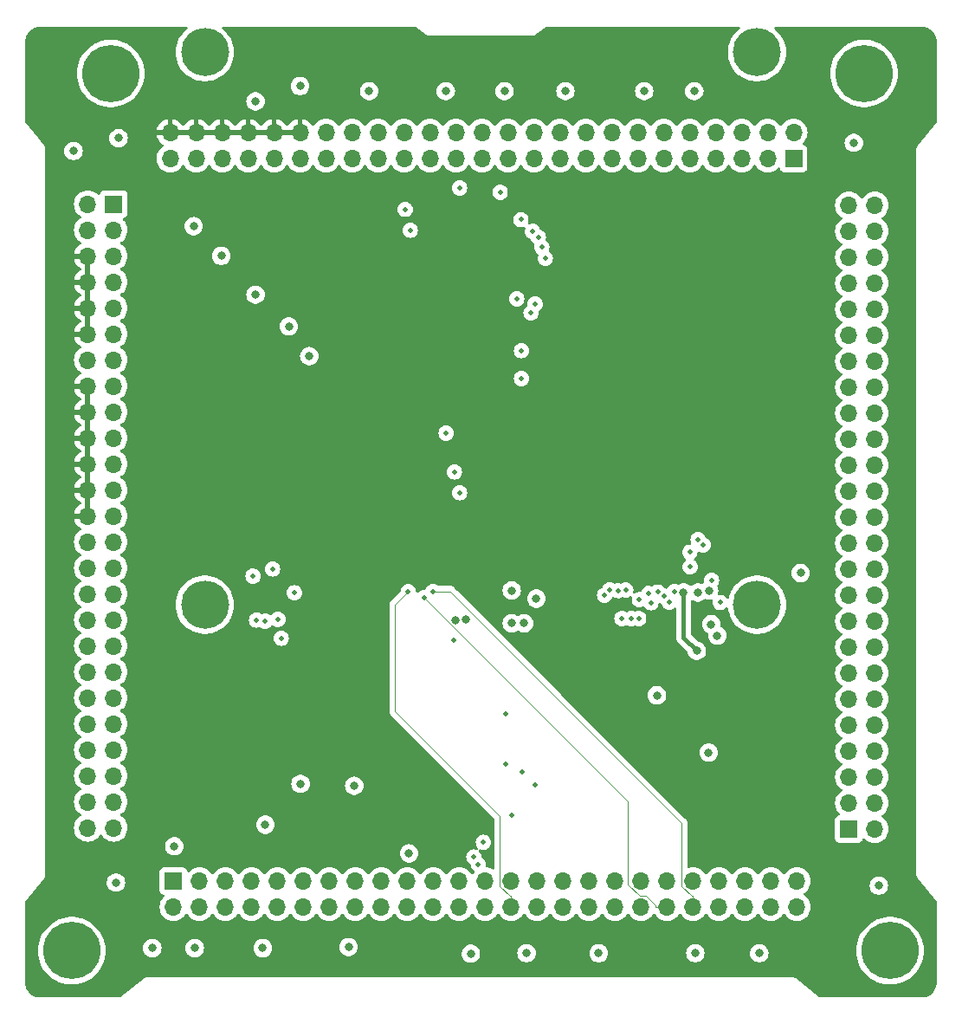
<source format=gbr>
%TF.GenerationSoftware,KiCad,Pcbnew,8.0.4*%
%TF.CreationDate,2024-07-26T01:58:29-07:00*%
%TF.ProjectId,PCBranch,50434272-616e-4636-982e-6b696361645f,rev?*%
%TF.SameCoordinates,Original*%
%TF.FileFunction,Copper,L3,Inr*%
%TF.FilePolarity,Positive*%
%FSLAX46Y46*%
G04 Gerber Fmt 4.6, Leading zero omitted, Abs format (unit mm)*
G04 Created by KiCad (PCBNEW 8.0.4) date 2024-07-26 01:58:29*
%MOMM*%
%LPD*%
G01*
G04 APERTURE LIST*
%TA.AperFunction,ComponentPad*%
%ADD10C,5.600000*%
%TD*%
%TA.AperFunction,ComponentPad*%
%ADD11C,4.700000*%
%TD*%
%TA.AperFunction,ComponentPad*%
%ADD12R,1.700000X1.700000*%
%TD*%
%TA.AperFunction,ComponentPad*%
%ADD13O,1.700000X1.700000*%
%TD*%
%TA.AperFunction,ViaPad*%
%ADD14C,0.800000*%
%TD*%
%TA.AperFunction,ViaPad*%
%ADD15C,0.500000*%
%TD*%
%TA.AperFunction,Conductor*%
%ADD16C,0.090000*%
%TD*%
%TA.AperFunction,Conductor*%
%ADD17C,0.400000*%
%TD*%
G04 APERTURE END LIST*
D10*
%TO.N,GND*%
%TO.C,H5*%
X8890000Y-5080000D03*
%TD*%
%TO.N,GND*%
%TO.C,H7*%
X85090000Y-90810000D03*
%TD*%
D11*
%TO.N,GND*%
%TO.C,H3*%
X72085000Y-57000000D03*
%TD*%
D10*
%TO.N,GND*%
%TO.C,H8*%
X5080000Y-90810000D03*
%TD*%
D11*
%TO.N,GND*%
%TO.C,H2*%
X72085000Y-3000000D03*
%TD*%
%TO.N,GND*%
%TO.C,H4*%
X18085000Y-57000000D03*
%TD*%
D10*
%TO.N,GND*%
%TO.C,H6*%
X82550000Y-5080000D03*
%TD*%
D11*
%TO.N,GND*%
%TO.C,H1*%
X18085000Y-3000000D03*
%TD*%
D12*
%TO.N,GPIO_LPSR_00*%
%TO.C,J5*%
X75660000Y-13380000D03*
D13*
%TO.N,GND*%
X75660000Y-10840000D03*
%TO.N,GPIO_LPSR_01*%
X73120000Y-13380000D03*
%TO.N,GPIO_EMC_B2_05*%
X73120000Y-10840000D03*
%TO.N,GPIO_LPSR_02*%
X70580000Y-13380000D03*
%TO.N,GPIO_EMC_B2_06*%
X70580000Y-10840000D03*
%TO.N,GPIO_LPSR_03*%
X68040000Y-13380000D03*
%TO.N,GPIO_EMC_B2_07*%
X68040000Y-10840000D03*
%TO.N,GND*%
X65500000Y-13380000D03*
%TO.N,GPIO_EMC_B2_08*%
X65500000Y-10840000D03*
%TO.N,GPIO_LPSR_04*%
X62960000Y-13380000D03*
%TO.N,GPIO_EMC_B2_09*%
X62960000Y-10840000D03*
%TO.N,GPIO_LPSR_05*%
X60420000Y-13380000D03*
%TO.N,GND*%
X60420000Y-10840000D03*
%TO.N,GPIO_LPSR_06*%
X57880000Y-13380000D03*
%TO.N,GPIO_EMC_B2_10*%
X57880000Y-10840000D03*
%TO.N,GPIO_LPSR_07*%
X55340000Y-13380000D03*
%TO.N,GPIO_EMC_B2_11*%
X55340000Y-10840000D03*
%TO.N,GND*%
X52800000Y-13380000D03*
%TO.N,GPIO_EMC_B2_12*%
X52800000Y-10840000D03*
%TO.N,GPIO_LPSR_08*%
X50260000Y-13380000D03*
%TO.N,GPIO_EMC_B2_13*%
X50260000Y-10840000D03*
%TO.N,GPIO_LPSR_09*%
X47720000Y-13380000D03*
%TO.N,GPIO_EMC_B2_14*%
X47720000Y-10840000D03*
%TO.N,GPIO_AD_00*%
X45180000Y-13380000D03*
%TO.N,GND*%
X45180000Y-10840000D03*
%TO.N,GPIO_AD_01*%
X42640000Y-13380000D03*
%TO.N,GPIO_EMC_B2_15*%
X42640000Y-10840000D03*
%TO.N,GND*%
X40100000Y-13380000D03*
%TO.N,GPIO_EMC_B2_16*%
X40100000Y-10840000D03*
%TO.N,GPIO_AD_02*%
X37560000Y-13380000D03*
%TO.N,GPIO_EMC_B2_17*%
X37560000Y-10840000D03*
%TO.N,GPIO_AD_03*%
X35020000Y-13380000D03*
%TO.N,GPIO_EMC_B2_18*%
X35020000Y-10840000D03*
%TO.N,GPIO_AD_04*%
X32480000Y-13380000D03*
%TO.N,GPIO_EMC_B2_19*%
X32480000Y-10840000D03*
%TO.N,BT_CFG_IO_EN*%
X29940000Y-13380000D03*
%TO.N,GPIO_EMC_B2_20*%
X29940000Y-10840000D03*
%TO.N,GND*%
X27400000Y-13380000D03*
%TO.N,VSYS*%
X27400000Y-10840000D03*
%TO.N,GPIO_AD_06*%
X24860000Y-13380000D03*
%TO.N,VSYS*%
X24860000Y-10840000D03*
%TO.N,GPIO_AD_07*%
X22320000Y-13380000D03*
%TO.N,VSYS*%
X22320000Y-10840000D03*
%TO.N,GPIO_AD_08*%
X19780000Y-13380000D03*
%TO.N,VSYS*%
X19780000Y-10840000D03*
%TO.N,GPIO_AD_09*%
X17240000Y-13380000D03*
%TO.N,VSYS*%
X17240000Y-10840000D03*
%TO.N,GND*%
X14700000Y-13380000D03*
%TO.N,VSYS*%
X14700000Y-10840000D03*
%TD*%
D12*
%TO.N,GND*%
%TO.C,J4*%
X9180000Y-17840000D03*
D13*
X6640000Y-17840000D03*
%TO.N,GPIO_AD_10*%
X9180000Y-20380000D03*
%TO.N,GND*%
X6640000Y-20380000D03*
%TO.N,GPIO_AD_11*%
X9180000Y-22920000D03*
%TO.N,VSYS*%
X6640000Y-22920000D03*
%TO.N,GPIO_AD_12*%
X9180000Y-25460000D03*
%TO.N,VSYS*%
X6640000Y-25460000D03*
%TO.N,GPIO_AD_13*%
X9180000Y-28000000D03*
%TO.N,VSYS*%
X6640000Y-28000000D03*
%TO.N,GND*%
X9180000Y-30540000D03*
%TO.N,VSYS*%
X6640000Y-30540000D03*
%TO.N,GPIO_AD_14*%
X9180000Y-33080000D03*
%TO.N,GND*%
X6640000Y-33080000D03*
%TO.N,GPIO_AD_15*%
X9180000Y-35620000D03*
%TO.N,VSYS*%
X6640000Y-35620000D03*
%TO.N,GPIO_AD_16*%
X9180000Y-38160000D03*
%TO.N,VSYS*%
X6640000Y-38160000D03*
%TO.N,GPIO_AD_17*%
X9180000Y-40700000D03*
%TO.N,VSYS*%
X6640000Y-40700000D03*
%TO.N,GND*%
X9180000Y-43240000D03*
%TO.N,VSYS*%
X6640000Y-43240000D03*
%TO.N,GPIO_AD_18*%
X9180000Y-45780000D03*
%TO.N,VSYS*%
X6640000Y-45780000D03*
%TO.N,GPIO_AD_19*%
X9180000Y-48320000D03*
%TO.N,VSYS*%
X6640000Y-48320000D03*
%TO.N,GPIO_AD_20*%
X9180000Y-50860000D03*
%TO.N,GND*%
X6640000Y-50860000D03*
%TO.N,GPIO_AD_21*%
X9180000Y-53400000D03*
%TO.N,GND*%
X6640000Y-53400000D03*
X9180000Y-55940000D03*
%TO.N,GPIO_AD_31*%
X6640000Y-55940000D03*
%TO.N,GPIO_AD_30*%
X9180000Y-58480000D03*
%TO.N,GPIO_AD_32*%
X6640000Y-58480000D03*
%TO.N,GPIO_AD_29*%
X9180000Y-61020000D03*
%TO.N,GPIO_AD_33*%
X6640000Y-61020000D03*
%TO.N,GPIO_AD_28*%
X9180000Y-63560000D03*
%TO.N,GPIO_AD_34*%
X6640000Y-63560000D03*
%TO.N,GPIO_AD_27*%
X9180000Y-66100000D03*
%TO.N,GPIO_AD_35*%
X6640000Y-66100000D03*
%TO.N,GND*%
X9180000Y-68640000D03*
X6640000Y-68640000D03*
%TO.N,VDD_3V3_LP*%
X9180000Y-71180000D03*
%TO.N,GPIO_AD_26*%
X6640000Y-71180000D03*
%TO.N,VDD_3V3_LP*%
X9180000Y-73720000D03*
%TO.N,LPUART1_RX_BOOT*%
X6640000Y-73720000D03*
%TO.N,VDD_3V3_LP*%
X9180000Y-76260000D03*
%TO.N,GPIO_AD_22*%
X6640000Y-76260000D03*
%TO.N,VDD_3V3_LP*%
X9180000Y-78800000D03*
%TO.N,GPIO_AD_23*%
X6640000Y-78800000D03*
%TD*%
D12*
%TO.N,VDD_1V8*%
%TO.C,J6*%
X81060000Y-78920000D03*
D13*
X83600000Y-78920000D03*
X81060000Y-76380000D03*
X83600000Y-76380000D03*
X81060000Y-73840000D03*
X83600000Y-73840000D03*
X81060000Y-71300000D03*
X83600000Y-71300000D03*
%TO.N,VDD_3V3*%
X81060000Y-68760000D03*
X83600000Y-68760000D03*
X81060000Y-66220000D03*
X83600000Y-66220000D03*
X81060000Y-63680000D03*
X83600000Y-63680000D03*
X81060000Y-61140000D03*
X83600000Y-61140000D03*
%TO.N,GPIO_SNVS_00*%
X81060000Y-58600000D03*
%TO.N,GND*%
X83600000Y-58600000D03*
%TO.N,GPIO_SNVS_01*%
X81060000Y-56060000D03*
%TO.N,GPIO_DISP_B1_00*%
X83600000Y-56060000D03*
%TO.N,GPIO_SNVS_02*%
X81060000Y-53520000D03*
%TO.N,GPIO_DISP_B1_01*%
X83600000Y-53520000D03*
%TO.N,GPIO_SNVS_03*%
X81060000Y-50980000D03*
%TO.N,GPIO_DISP_B1_02*%
X83600000Y-50980000D03*
%TO.N,GPIO_SNVS_04*%
X81060000Y-48440000D03*
%TO.N,GPIO_DISP_B1_03*%
X83600000Y-48440000D03*
%TO.N,GND*%
X81060000Y-45900000D03*
%TO.N,GPIO_DISP_B1_04*%
X83600000Y-45900000D03*
%TO.N,GPIO_SNVS_05*%
X81060000Y-43360000D03*
%TO.N,GPIO_DISP_B1_05*%
X83600000Y-43360000D03*
%TO.N,GPIO_SNVS_06*%
X81060000Y-40820000D03*
%TO.N,GND*%
X83600000Y-40820000D03*
%TO.N,GPIO_SNVS_07*%
X81060000Y-38280000D03*
%TO.N,GPIO_DISP_B1_06*%
X83600000Y-38280000D03*
%TO.N,GPIO_SNVS_08*%
X81060000Y-35740000D03*
%TO.N,GPIO_DISP_B1_07*%
X83600000Y-35740000D03*
%TO.N,GPIO_SNVS_09*%
X81060000Y-33200000D03*
%TO.N,GPIO_DISP_B1_08*%
X83600000Y-33200000D03*
%TO.N,GND*%
X81060000Y-30660000D03*
%TO.N,GPIO_DISP_B1_09*%
X83600000Y-30660000D03*
%TO.N,GPIO_EMC_B2_00*%
X81060000Y-28120000D03*
%TO.N,GPIO_DISP_B1_10*%
X83600000Y-28120000D03*
%TO.N,GPIO_EMC_B2_01*%
X81060000Y-25580000D03*
%TO.N,GPIO_DISP_B1_11*%
X83600000Y-25580000D03*
%TO.N,GPIO_EMC_B2_02*%
X81060000Y-23040000D03*
%TO.N,GND*%
X83600000Y-23040000D03*
%TO.N,GPIO_EMC_B2_03*%
X81060000Y-20500000D03*
%TO.N,GPIO_DISP_B2_00*%
X83600000Y-20500000D03*
%TO.N,GPIO_EMC_B2_04*%
X81060000Y-17960000D03*
%TO.N,GPIO_DISP_B2_01*%
X83600000Y-17960000D03*
%TD*%
D12*
%TO.N,unconnected-(J7-Pin_1-Pad1)*%
%TO.C,J7*%
X15020000Y-84000000D03*
D13*
%TO.N,Net-(J7-Pin_2)*%
X15020000Y-86540000D03*
%TO.N,unconnected-(J7-Pin_3-Pad3)*%
X17560000Y-84000000D03*
%TO.N,GPIO_EMC_B1_41*%
X17560000Y-86540000D03*
%TO.N,GND*%
X20100000Y-84000000D03*
%TO.N,GPIO_EMC_B1_40*%
X20100000Y-86540000D03*
%TO.N,unconnected-(J7-Pin_7-Pad7)*%
X22640000Y-84000000D03*
%TO.N,Net-(J7-Pin_2)*%
X22640000Y-86540000D03*
%TO.N,unconnected-(J7-Pin_9-Pad9)*%
X25180000Y-84000000D03*
%TO.N,USDHC2_CMD*%
X25180000Y-86540000D03*
%TO.N,GND*%
X27720000Y-84000000D03*
%TO.N,USDHC2_CLK*%
X27720000Y-86540000D03*
%TO.N,unconnected-(J7-Pin_13-Pad13)*%
X30260000Y-84000000D03*
%TO.N,USDHC2_DATA0*%
X30260000Y-86540000D03*
%TO.N,unconnected-(J7-Pin_15-Pad15)*%
X32800000Y-84000000D03*
%TO.N,USDHC2_DATA1*%
X32800000Y-86540000D03*
%TO.N,GND*%
X35340000Y-84000000D03*
%TO.N,USDHC2_DATA2*%
X35340000Y-86540000D03*
%TO.N,GPIO_DISP_B2_15*%
X37880000Y-84000000D03*
%TO.N,USDHC2_DATA3*%
X37880000Y-86540000D03*
%TO.N,GPIO_DISP_B2_14*%
X40420000Y-84000000D03*
%TO.N,Net-(J7-Pin_2)*%
X40420000Y-86540000D03*
%TO.N,GPIO_DISP_B2_13*%
X42960000Y-84000000D03*
%TO.N,GPIO_SD_B1_05*%
X42960000Y-86540000D03*
%TO.N,GPIO_DISP_B2_12*%
X45500000Y-84000000D03*
%TO.N,GPIO_SD_B1_04*%
X45500000Y-86540000D03*
%TO.N,GPIO_DISP_B2_11*%
X48040000Y-84000000D03*
%TO.N,GPIO_SD_B1_03*%
X48040000Y-86540000D03*
%TO.N,GND*%
X50580000Y-84000000D03*
%TO.N,GPIO_SD_B1_01*%
X50580000Y-86540000D03*
%TO.N,GPIO_DISP_B2_10*%
X53120000Y-84000000D03*
%TO.N,GPIO_SD_B1_00*%
X53120000Y-86540000D03*
%TO.N,GPIO_DISP_B2_09*%
X55660000Y-84000000D03*
%TO.N,Net-(J7-Pin_2)*%
X55660000Y-86540000D03*
%TO.N,GPIO_DISP_B2_08*%
X58200000Y-84000000D03*
%TO.N,EN_ADCS*%
X58200000Y-86540000D03*
%TO.N,GPIO_DISP_B2_07*%
X60740000Y-84000000D03*
%TO.N,DAC_OUT*%
X60740000Y-86540000D03*
%TO.N,GPIO_DISP_B2_06*%
X63280000Y-84000000D03*
%TO.N,PMIC_ON_REQ*%
X63280000Y-86540000D03*
%TO.N,GND*%
X65820000Y-84000000D03*
%TO.N,WAKEUP*%
X65820000Y-86540000D03*
%TO.N,GPIO_DISP_B2_05*%
X68360000Y-84000000D03*
%TO.N,PMIC_STBY_REQ*%
X68360000Y-86540000D03*
%TO.N,GPIO_DISP_B2_04*%
X70900000Y-84000000D03*
%TO.N,ONOFF*%
X70900000Y-86540000D03*
%TO.N,GPIO_DISP_B2_03*%
X73440000Y-84000000D03*
%TO.N,Net-(J7-Pin_2)*%
X73440000Y-86540000D03*
%TO.N,GPIO_DISP_B2_02*%
X75980000Y-84000000D03*
%TO.N,Net-(J7-Pin_2)*%
X75980000Y-86540000D03*
%TD*%
D14*
%TO.N,VSYS*%
X72100000Y-36400000D03*
X68900000Y-33300000D03*
X68900000Y-39700000D03*
X74000000Y-33300000D03*
X70800000Y-36400000D03*
X69500000Y-36400000D03*
X70200000Y-33300000D03*
X72700000Y-39700000D03*
X73400000Y-36400000D03*
X72700000Y-33300000D03*
X74000000Y-39700000D03*
X71500000Y-33300000D03*
X71500000Y-39700000D03*
X70200000Y-39700000D03*
D15*
%TO.N,GPIO_LPSR_00*%
X42990400Y-46048000D03*
D14*
%TO.N,VDD_3V3*%
X67400000Y-55600000D03*
X66300000Y-55800000D03*
X43600000Y-58400000D03*
X68200000Y-60000000D03*
X42621581Y-58478419D03*
X67600000Y-58900000D03*
D15*
%TO.N,GPIO_LPSR_01*%
X42485000Y-44015000D03*
%TO.N,GPIO_LPSR_02*%
X49061300Y-34898700D03*
%TO.N,ONOFF*%
X42435600Y-60471600D03*
%TO.N,GPIO_LPSR_03*%
X41685000Y-40233000D03*
%TO.N,PMIC_STBY_REQ*%
X47528800Y-67655100D03*
%TO.N,WAKEUP*%
X40403800Y-55690400D03*
%TO.N,GPIO_LPSR_04*%
X48584800Y-27098100D03*
%TO.N,PMIC_ON_REQ*%
X39510000Y-56278300D03*
%TO.N,GPIO_LPSR_05*%
X50700400Y-21078000D03*
%TO.N,DAC_OUT*%
X47502700Y-72556900D03*
%TO.N,GPIO_LPSR_06*%
X50126100Y-20503700D03*
%TO.N,EN_ADCS*%
X48072100Y-77526700D03*
%TO.N,GPIO_LPSR_07*%
X48990300Y-19358100D03*
%TO.N,GPIO_SD_B1_00*%
X45322300Y-80210700D03*
%TO.N,GPIO_LPSR_08*%
X46958300Y-16681700D03*
%TO.N,GPIO_SD_B1_01*%
X44399400Y-81654300D03*
%TO.N,GPIO_SD_B1_03*%
X37980900Y-55688800D03*
%TO.N,GPIO_AD_00*%
X38171000Y-20389000D03*
%TO.N,GPIO_AD_01*%
X37673200Y-18346900D03*
%TO.N,GPIO_AD_31*%
X26848800Y-55834700D03*
%TO.N,GPIO_AD_32*%
X25222700Y-58423000D03*
%TO.N,GPIO_AD_33*%
X25546300Y-60263400D03*
%TO.N,GPIO_AD_34*%
X23994600Y-58607800D03*
%TO.N,GPIO_AD_35*%
X23149200Y-58491600D03*
D14*
%TO.N,VDD_1V8*%
X64900000Y-55800000D03*
X66200000Y-61500000D03*
D15*
%TO.N,GPIO_SNVS_00*%
X63999665Y-55699665D03*
%TO.N,GPIO_SNVS_01*%
X67637500Y-54598600D03*
%TO.N,GPIO_DISP_B1_00*%
X63491700Y-56736400D03*
%TO.N,GPIO_SNVS_02*%
X65550500Y-53302800D03*
%TO.N,GPIO_DISP_B1_01*%
X62983300Y-56150200D03*
%TO.N,GPIO_SNVS_03*%
X65506900Y-51867500D03*
%TO.N,GPIO_DISP_B1_02*%
X62367700Y-55762800D03*
%TO.N,GPIO_SNVS_04*%
X66801800Y-51151800D03*
%TO.N,GPIO_DISP_B1_03*%
X61500000Y-55900000D03*
%TO.N,GPIO_DISP_B1_04*%
X61700000Y-56800000D03*
X68479800Y-56779800D03*
%TO.N,GPIO_SNVS_05*%
X66327400Y-50620300D03*
%TO.N,GPIO_DISP_B1_05*%
X60584500Y-56511855D03*
%TO.N,GPIO_DISP_B1_06*%
X60504900Y-58351800D03*
%TO.N,GPIO_DISP_B1_07*%
X59797500Y-58348200D03*
%TO.N,GPIO_DISP_B1_09*%
X59241400Y-55562700D03*
%TO.N,GPIO_DISP_B1_10*%
X58885000Y-58352000D03*
%TO.N,GPIO_DISP_B1_11*%
X58485000Y-55616500D03*
%TO.N,GPIO_DISP_B2_00*%
X57685000Y-55559200D03*
%TO.N,GPIO_DISP_B2_01*%
X57185900Y-56052800D03*
%TO.N,GPIO_DISP_B2_13*%
X44830200Y-82352000D03*
%TO.N,GPIO_EMC_B2_16*%
X51383500Y-23133200D03*
X42992500Y-16272700D03*
%TO.N,GPIO_DISP_B2_14*%
X50408100Y-74633800D03*
%TO.N,GPIO_EMC_B2_17*%
X51026400Y-22066700D03*
%TO.N,GPIO_DISP_B2_15*%
X49105500Y-73314700D03*
%TO.N,GPIO_EMC_B2_18*%
X50385100Y-27602700D03*
%TO.N,GPIO_EMC_B2_19*%
X49979700Y-28469700D03*
%TO.N,GPIO_EMC_B2_20*%
X49047400Y-32161800D03*
%TO.N,GND*%
X22800000Y-54200000D03*
D14*
X62300000Y-65850000D03*
X53350000Y-6800000D03*
X49550000Y-91050000D03*
D15*
X24700000Y-53500000D03*
D14*
X9650000Y-11400000D03*
X66050000Y-91050000D03*
X41650000Y-6800000D03*
X65950000Y-6800000D03*
X50500000Y-56400000D03*
X47400000Y-6800000D03*
X76350000Y-53900000D03*
X23050000Y-26700000D03*
X17100000Y-90550000D03*
X32700000Y-74700000D03*
X84000000Y-84450000D03*
X26300000Y-29800000D03*
X5250000Y-12650000D03*
X9400000Y-84150000D03*
X32150000Y-90450000D03*
X56600000Y-91050000D03*
X48100000Y-58800000D03*
X19700000Y-22900000D03*
X28300000Y-32700000D03*
X27450000Y-74500000D03*
X67350000Y-71450000D03*
X17000000Y-20000000D03*
X48100000Y-55600000D03*
X15100000Y-80600000D03*
X38050000Y-81300000D03*
X12950000Y-90550000D03*
X49300000Y-58800000D03*
X61050000Y-6800000D03*
X23050000Y-7800000D03*
X72300000Y-91050000D03*
X23750000Y-90550000D03*
X24000000Y-78500000D03*
X34150000Y-6800000D03*
X44100000Y-91100000D03*
X81550000Y-11850000D03*
X27400000Y-6300000D03*
%TD*%
D16*
%TO.N,WAKEUP*%
X65820000Y-86540000D02*
X65820000Y-85443100D01*
X64723100Y-78323100D02*
X42090400Y-55690400D01*
X42090400Y-55690400D02*
X40403800Y-55690400D01*
X65820000Y-85443100D02*
X65682800Y-85443100D01*
X64723100Y-84483400D02*
X64723100Y-78323100D01*
X65682800Y-85443100D02*
X64723100Y-84483400D01*
%TO.N,PMIC_ON_REQ*%
X59470000Y-84302800D02*
X59470000Y-76238300D01*
X62183100Y-86540000D02*
X62183100Y-86402800D01*
X61223400Y-85443100D02*
X60610300Y-85443100D01*
X63280000Y-86540000D02*
X62183100Y-86540000D01*
X59470000Y-76238300D02*
X39510000Y-56278300D01*
X62183100Y-86402800D02*
X61223400Y-85443100D01*
X60610300Y-85443100D02*
X59470000Y-84302800D01*
%TO.N,GPIO_SD_B1_03*%
X36692000Y-67379700D02*
X36692000Y-56977700D01*
X46943100Y-84483400D02*
X46943100Y-77630800D01*
X47902800Y-85443100D02*
X46943100Y-84483400D01*
X36692000Y-56977700D02*
X37980900Y-55688800D01*
X46943100Y-77630800D02*
X36692000Y-67379700D01*
X48040000Y-86540000D02*
X48040000Y-85443100D01*
X48040000Y-85443100D02*
X47902800Y-85443100D01*
D17*
%TO.N,VDD_1V8*%
X64900000Y-60200000D02*
X66200000Y-61500000D01*
X64900000Y-55800000D02*
X64900000Y-60200000D01*
%TD*%
%TA.AperFunction,Conductor*%
%TO.N,VSYS*%
G36*
X6890000Y-47886988D02*
G01*
X6832993Y-47854075D01*
X6705826Y-47820000D01*
X6574174Y-47820000D01*
X6447007Y-47854075D01*
X6390000Y-47886988D01*
X6390000Y-46213012D01*
X6447007Y-46245925D01*
X6574174Y-46280000D01*
X6705826Y-46280000D01*
X6832993Y-46245925D01*
X6890000Y-46213012D01*
X6890000Y-47886988D01*
G37*
%TD.AperFunction*%
%TA.AperFunction,Conductor*%
G36*
X6890000Y-45346988D02*
G01*
X6832993Y-45314075D01*
X6705826Y-45280000D01*
X6574174Y-45280000D01*
X6447007Y-45314075D01*
X6390000Y-45346988D01*
X6390000Y-43673012D01*
X6447007Y-43705925D01*
X6574174Y-43740000D01*
X6705826Y-43740000D01*
X6832993Y-43705925D01*
X6890000Y-43673012D01*
X6890000Y-45346988D01*
G37*
%TD.AperFunction*%
%TA.AperFunction,Conductor*%
G36*
X6890000Y-42806988D02*
G01*
X6832993Y-42774075D01*
X6705826Y-42740000D01*
X6574174Y-42740000D01*
X6447007Y-42774075D01*
X6390000Y-42806988D01*
X6390000Y-41133012D01*
X6447007Y-41165925D01*
X6574174Y-41200000D01*
X6705826Y-41200000D01*
X6832993Y-41165925D01*
X6890000Y-41133012D01*
X6890000Y-42806988D01*
G37*
%TD.AperFunction*%
%TA.AperFunction,Conductor*%
G36*
X6890000Y-40266988D02*
G01*
X6832993Y-40234075D01*
X6705826Y-40200000D01*
X6574174Y-40200000D01*
X6447007Y-40234075D01*
X6390000Y-40266988D01*
X6390000Y-38593012D01*
X6447007Y-38625925D01*
X6574174Y-38660000D01*
X6705826Y-38660000D01*
X6832993Y-38625925D01*
X6890000Y-38593012D01*
X6890000Y-40266988D01*
G37*
%TD.AperFunction*%
%TA.AperFunction,Conductor*%
G36*
X6890000Y-37726988D02*
G01*
X6832993Y-37694075D01*
X6705826Y-37660000D01*
X6574174Y-37660000D01*
X6447007Y-37694075D01*
X6390000Y-37726988D01*
X6390000Y-36053012D01*
X6447007Y-36085925D01*
X6574174Y-36120000D01*
X6705826Y-36120000D01*
X6832993Y-36085925D01*
X6890000Y-36053012D01*
X6890000Y-37726988D01*
G37*
%TD.AperFunction*%
%TA.AperFunction,Conductor*%
G36*
X6890000Y-30106988D02*
G01*
X6832993Y-30074075D01*
X6705826Y-30040000D01*
X6574174Y-30040000D01*
X6447007Y-30074075D01*
X6390000Y-30106988D01*
X6390000Y-28433012D01*
X6447007Y-28465925D01*
X6574174Y-28500000D01*
X6705826Y-28500000D01*
X6832993Y-28465925D01*
X6890000Y-28433012D01*
X6890000Y-30106988D01*
G37*
%TD.AperFunction*%
%TA.AperFunction,Conductor*%
G36*
X6890000Y-27566988D02*
G01*
X6832993Y-27534075D01*
X6705826Y-27500000D01*
X6574174Y-27500000D01*
X6447007Y-27534075D01*
X6390000Y-27566988D01*
X6390000Y-25893012D01*
X6447007Y-25925925D01*
X6574174Y-25960000D01*
X6705826Y-25960000D01*
X6832993Y-25925925D01*
X6890000Y-25893012D01*
X6890000Y-27566988D01*
G37*
%TD.AperFunction*%
%TA.AperFunction,Conductor*%
G36*
X6890000Y-25026988D02*
G01*
X6832993Y-24994075D01*
X6705826Y-24960000D01*
X6574174Y-24960000D01*
X6447007Y-24994075D01*
X6390000Y-25026988D01*
X6390000Y-23353012D01*
X6447007Y-23385925D01*
X6574174Y-23420000D01*
X6705826Y-23420000D01*
X6832993Y-23385925D01*
X6890000Y-23353012D01*
X6890000Y-25026988D01*
G37*
%TD.AperFunction*%
%TA.AperFunction,Conductor*%
G36*
X16774075Y-10647007D02*
G01*
X16740000Y-10774174D01*
X16740000Y-10905826D01*
X16774075Y-11032993D01*
X16806988Y-11090000D01*
X15133012Y-11090000D01*
X15165925Y-11032993D01*
X15200000Y-10905826D01*
X15200000Y-10774174D01*
X15165925Y-10647007D01*
X15133012Y-10590000D01*
X16806988Y-10590000D01*
X16774075Y-10647007D01*
G37*
%TD.AperFunction*%
%TA.AperFunction,Conductor*%
G36*
X19314075Y-10647007D02*
G01*
X19280000Y-10774174D01*
X19280000Y-10905826D01*
X19314075Y-11032993D01*
X19346988Y-11090000D01*
X17673012Y-11090000D01*
X17705925Y-11032993D01*
X17740000Y-10905826D01*
X17740000Y-10774174D01*
X17705925Y-10647007D01*
X17673012Y-10590000D01*
X19346988Y-10590000D01*
X19314075Y-10647007D01*
G37*
%TD.AperFunction*%
%TA.AperFunction,Conductor*%
G36*
X21854075Y-10647007D02*
G01*
X21820000Y-10774174D01*
X21820000Y-10905826D01*
X21854075Y-11032993D01*
X21886988Y-11090000D01*
X20213012Y-11090000D01*
X20245925Y-11032993D01*
X20280000Y-10905826D01*
X20280000Y-10774174D01*
X20245925Y-10647007D01*
X20213012Y-10590000D01*
X21886988Y-10590000D01*
X21854075Y-10647007D01*
G37*
%TD.AperFunction*%
%TA.AperFunction,Conductor*%
G36*
X24394075Y-10647007D02*
G01*
X24360000Y-10774174D01*
X24360000Y-10905826D01*
X24394075Y-11032993D01*
X24426988Y-11090000D01*
X22753012Y-11090000D01*
X22785925Y-11032993D01*
X22820000Y-10905826D01*
X22820000Y-10774174D01*
X22785925Y-10647007D01*
X22753012Y-10590000D01*
X24426988Y-10590000D01*
X24394075Y-10647007D01*
G37*
%TD.AperFunction*%
%TA.AperFunction,Conductor*%
G36*
X26934075Y-10647007D02*
G01*
X26900000Y-10774174D01*
X26900000Y-10905826D01*
X26934075Y-11032993D01*
X26966988Y-11090000D01*
X25293012Y-11090000D01*
X25325925Y-11032993D01*
X25360000Y-10905826D01*
X25360000Y-10774174D01*
X25325925Y-10647007D01*
X25293012Y-10590000D01*
X26966988Y-10590000D01*
X26934075Y-10647007D01*
G37*
%TD.AperFunction*%
%TA.AperFunction,Conductor*%
G36*
X16355549Y-520185D02*
G01*
X16401304Y-572989D01*
X16411248Y-642147D01*
X16382223Y-705703D01*
X16368216Y-719489D01*
X16339178Y-743855D01*
X16125553Y-923107D01*
X15897690Y-1164629D01*
X15897687Y-1164632D01*
X15897685Y-1164635D01*
X15897678Y-1164643D01*
X15699406Y-1430968D01*
X15533385Y-1718525D01*
X15533379Y-1718538D01*
X15401866Y-2023419D01*
X15306634Y-2341518D01*
X15306631Y-2341532D01*
X15248977Y-2668504D01*
X15248976Y-2668515D01*
X15229669Y-2999996D01*
X15229669Y-3000003D01*
X15248976Y-3331484D01*
X15248977Y-3331495D01*
X15306631Y-3658467D01*
X15306634Y-3658481D01*
X15401866Y-3976580D01*
X15533379Y-4281461D01*
X15533385Y-4281474D01*
X15699406Y-4569031D01*
X15897678Y-4835356D01*
X15897683Y-4835362D01*
X15897690Y-4835371D01*
X16125553Y-5076893D01*
X16309689Y-5231400D01*
X16379912Y-5290325D01*
X16379920Y-5290331D01*
X16657330Y-5472787D01*
X16657334Y-5472789D01*
X16954061Y-5621811D01*
X17266082Y-5735377D01*
X17266088Y-5735378D01*
X17266090Y-5735379D01*
X17589161Y-5811949D01*
X17589168Y-5811950D01*
X17589177Y-5811952D01*
X17918977Y-5850500D01*
X17918984Y-5850500D01*
X18251016Y-5850500D01*
X18251023Y-5850500D01*
X18580823Y-5811952D01*
X18580832Y-5811949D01*
X18580838Y-5811949D01*
X18841445Y-5750183D01*
X18903918Y-5735377D01*
X19215939Y-5621811D01*
X19512666Y-5472789D01*
X19790085Y-5290327D01*
X20044447Y-5076893D01*
X20272310Y-4835371D01*
X20470594Y-4569030D01*
X20636617Y-4281470D01*
X20768133Y-3976581D01*
X20863365Y-3658485D01*
X20921024Y-3331484D01*
X20940331Y-3000000D01*
X20921024Y-2668516D01*
X20902027Y-2560781D01*
X20863368Y-2341532D01*
X20863367Y-2341531D01*
X20863365Y-2341515D01*
X20768133Y-2023419D01*
X20636617Y-1718530D01*
X20470594Y-1430970D01*
X20470593Y-1430968D01*
X20272321Y-1164643D01*
X20272314Y-1164635D01*
X20272310Y-1164629D01*
X20044447Y-923107D01*
X19830822Y-743855D01*
X19801784Y-719489D01*
X19763082Y-661318D01*
X19761974Y-591457D01*
X19798811Y-532087D01*
X19861898Y-502058D01*
X19881490Y-500500D01*
X38607426Y-500500D01*
X38674465Y-520185D01*
X38678747Y-523063D01*
X39752937Y-1278354D01*
X39769296Y-1292110D01*
X39777683Y-1300497D01*
X39777682Y-1300497D01*
X39777684Y-1300498D01*
X39777686Y-1300500D01*
X39810612Y-1319509D01*
X39819928Y-1325457D01*
X39849790Y-1346455D01*
X39851025Y-1347323D01*
X39862175Y-1351405D01*
X39881530Y-1360454D01*
X39891814Y-1366392D01*
X39928534Y-1376230D01*
X39939073Y-1379565D01*
X39974771Y-1392637D01*
X39974772Y-1392638D01*
X39979816Y-1393089D01*
X39986594Y-1393695D01*
X40007638Y-1397426D01*
X40019108Y-1400500D01*
X40057114Y-1400500D01*
X40068162Y-1400992D01*
X40106033Y-1404381D01*
X40117730Y-1402341D01*
X40139025Y-1400500D01*
X50032138Y-1400500D01*
X50052980Y-1402264D01*
X50065830Y-1404455D01*
X50102533Y-1401035D01*
X50114037Y-1400500D01*
X50150892Y-1400500D01*
X50163473Y-1397128D01*
X50184066Y-1393437D01*
X50197046Y-1392228D01*
X50231614Y-1379423D01*
X50242568Y-1375935D01*
X50278186Y-1366392D01*
X50289469Y-1359876D01*
X50308404Y-1350982D01*
X50320626Y-1346456D01*
X50350704Y-1325140D01*
X50360406Y-1318921D01*
X50392314Y-1300500D01*
X50401528Y-1291284D01*
X50417508Y-1277798D01*
X51482148Y-523329D01*
X51548227Y-500627D01*
X51553844Y-500500D01*
X70288510Y-500500D01*
X70355549Y-520185D01*
X70401304Y-572989D01*
X70411248Y-642147D01*
X70382223Y-705703D01*
X70368216Y-719489D01*
X70339178Y-743855D01*
X70125553Y-923107D01*
X69897690Y-1164629D01*
X69897687Y-1164632D01*
X69897685Y-1164635D01*
X69897678Y-1164643D01*
X69699406Y-1430968D01*
X69533385Y-1718525D01*
X69533379Y-1718538D01*
X69401866Y-2023419D01*
X69306634Y-2341518D01*
X69306631Y-2341532D01*
X69248977Y-2668504D01*
X69248976Y-2668515D01*
X69229669Y-2999996D01*
X69229669Y-3000003D01*
X69248976Y-3331484D01*
X69248977Y-3331495D01*
X69306631Y-3658467D01*
X69306634Y-3658481D01*
X69401866Y-3976580D01*
X69533379Y-4281461D01*
X69533385Y-4281474D01*
X69699406Y-4569031D01*
X69897678Y-4835356D01*
X69897683Y-4835362D01*
X69897690Y-4835371D01*
X70125553Y-5076893D01*
X70309689Y-5231400D01*
X70379912Y-5290325D01*
X70379920Y-5290331D01*
X70657330Y-5472787D01*
X70657334Y-5472789D01*
X70954061Y-5621811D01*
X71266082Y-5735377D01*
X71266088Y-5735378D01*
X71266090Y-5735379D01*
X71589161Y-5811949D01*
X71589168Y-5811950D01*
X71589177Y-5811952D01*
X71918977Y-5850500D01*
X71918984Y-5850500D01*
X72251016Y-5850500D01*
X72251023Y-5850500D01*
X72580823Y-5811952D01*
X72580832Y-5811949D01*
X72580838Y-5811949D01*
X72841445Y-5750183D01*
X72903918Y-5735377D01*
X73215939Y-5621811D01*
X73512666Y-5472789D01*
X73790085Y-5290327D01*
X74040748Y-5079997D01*
X79244652Y-5079997D01*
X79244652Y-5080002D01*
X79264028Y-5437368D01*
X79264029Y-5437385D01*
X79321926Y-5790539D01*
X79321932Y-5790565D01*
X79417672Y-6135392D01*
X79417674Y-6135399D01*
X79550142Y-6467870D01*
X79550151Y-6467888D01*
X79717784Y-6784077D01*
X79717787Y-6784082D01*
X79717789Y-6784085D01*
X79856222Y-6988259D01*
X79918634Y-7080309D01*
X79918641Y-7080319D01*
X80132603Y-7332214D01*
X80150332Y-7353086D01*
X80410163Y-7599211D01*
X80695081Y-7815800D01*
X81001747Y-8000315D01*
X81001749Y-8000316D01*
X81001751Y-8000317D01*
X81001755Y-8000319D01*
X81326552Y-8150585D01*
X81326565Y-8150591D01*
X81665726Y-8264868D01*
X82015254Y-8341805D01*
X82371052Y-8380500D01*
X82371058Y-8380500D01*
X82728942Y-8380500D01*
X82728948Y-8380500D01*
X83084746Y-8341805D01*
X83434274Y-8264868D01*
X83773435Y-8150591D01*
X84098253Y-8000315D01*
X84404919Y-7815800D01*
X84689837Y-7599211D01*
X84949668Y-7353086D01*
X85181365Y-7080311D01*
X85382211Y-6784085D01*
X85549853Y-6467880D01*
X85682324Y-6135403D01*
X85778071Y-5790552D01*
X85823106Y-5515849D01*
X85835970Y-5437385D01*
X85835970Y-5437382D01*
X85835972Y-5437371D01*
X85855348Y-5080000D01*
X85835972Y-4722629D01*
X85778071Y-4369448D01*
X85682324Y-4024597D01*
X85549853Y-3692120D01*
X85382211Y-3375915D01*
X85181365Y-3079689D01*
X85181361Y-3079684D01*
X85181358Y-3079680D01*
X84949668Y-2806914D01*
X84689837Y-2560789D01*
X84689830Y-2560783D01*
X84689827Y-2560781D01*
X84622245Y-2509407D01*
X84404919Y-2344200D01*
X84098253Y-2159685D01*
X84098252Y-2159684D01*
X84098248Y-2159682D01*
X84098244Y-2159680D01*
X83773447Y-2009414D01*
X83773441Y-2009411D01*
X83773435Y-2009409D01*
X83603854Y-1952270D01*
X83434273Y-1895131D01*
X83084744Y-1818194D01*
X82728949Y-1779500D01*
X82728948Y-1779500D01*
X82371052Y-1779500D01*
X82371050Y-1779500D01*
X82015255Y-1818194D01*
X81665726Y-1895131D01*
X81409970Y-1981306D01*
X81326565Y-2009409D01*
X81326563Y-2009410D01*
X81326552Y-2009414D01*
X81001755Y-2159680D01*
X81001751Y-2159682D01*
X80773367Y-2297096D01*
X80695081Y-2344200D01*
X80606768Y-2411333D01*
X80410172Y-2560781D01*
X80410163Y-2560789D01*
X80150331Y-2806914D01*
X79918641Y-3079680D01*
X79918634Y-3079690D01*
X79717790Y-3375913D01*
X79717784Y-3375922D01*
X79550151Y-3692111D01*
X79550142Y-3692129D01*
X79417674Y-4024600D01*
X79417672Y-4024607D01*
X79321932Y-4369434D01*
X79321926Y-4369460D01*
X79264029Y-4722614D01*
X79264028Y-4722631D01*
X79244652Y-5079997D01*
X74040748Y-5079997D01*
X74044447Y-5076893D01*
X74272310Y-4835371D01*
X74470594Y-4569030D01*
X74636617Y-4281470D01*
X74768133Y-3976581D01*
X74863365Y-3658485D01*
X74921024Y-3331484D01*
X74940331Y-3000000D01*
X74921024Y-2668516D01*
X74902027Y-2560781D01*
X74863368Y-2341532D01*
X74863367Y-2341531D01*
X74863365Y-2341515D01*
X74768133Y-2023419D01*
X74636617Y-1718530D01*
X74470594Y-1430970D01*
X74470593Y-1430968D01*
X74272321Y-1164643D01*
X74272314Y-1164635D01*
X74272310Y-1164629D01*
X74044447Y-923107D01*
X73830822Y-743855D01*
X73801784Y-719489D01*
X73763082Y-661318D01*
X73761974Y-591457D01*
X73798811Y-532087D01*
X73861898Y-502058D01*
X73881490Y-500500D01*
X88104108Y-500500D01*
X88165572Y-500500D01*
X88174418Y-500816D01*
X88374561Y-515130D01*
X88392063Y-517647D01*
X88583797Y-559355D01*
X88600755Y-564334D01*
X88784609Y-632909D01*
X88800701Y-640259D01*
X88972904Y-734288D01*
X88987784Y-743849D01*
X89144863Y-861438D01*
X89144867Y-861441D01*
X89158237Y-873027D01*
X89296972Y-1011762D01*
X89308558Y-1025132D01*
X89426144Y-1182208D01*
X89426146Y-1182210D01*
X89435711Y-1197095D01*
X89529740Y-1369298D01*
X89537090Y-1385390D01*
X89605662Y-1569236D01*
X89610646Y-1586212D01*
X89652351Y-1777931D01*
X89654869Y-1795442D01*
X89669184Y-1995580D01*
X89669500Y-2004427D01*
X89669500Y-9780936D01*
X89649815Y-9847975D01*
X89642328Y-9858398D01*
X87800783Y-12160328D01*
X87791639Y-12170544D01*
X87769503Y-12192681D01*
X87769500Y-12192684D01*
X87760192Y-12208806D01*
X87749639Y-12224259D01*
X87738013Y-12238792D01*
X87725448Y-12267468D01*
X87719262Y-12279697D01*
X87703611Y-12306807D01*
X87703607Y-12306816D01*
X87698790Y-12324793D01*
X87692596Y-12342451D01*
X87685127Y-12359498D01*
X87682084Y-12379475D01*
X87680415Y-12390438D01*
X87680413Y-12390448D01*
X87677603Y-12403863D01*
X87669500Y-12434105D01*
X87669500Y-12452719D01*
X87668086Y-12471389D01*
X87665285Y-12489776D01*
X87665285Y-12489784D01*
X87668742Y-12520896D01*
X87669500Y-12534588D01*
X87669500Y-83355411D01*
X87668742Y-83369103D01*
X87665285Y-83400215D01*
X87665285Y-83400221D01*
X87668086Y-83418607D01*
X87669500Y-83437279D01*
X87669500Y-83455897D01*
X87677601Y-83486129D01*
X87680412Y-83499546D01*
X87685128Y-83530505D01*
X87692593Y-83547543D01*
X87698790Y-83565208D01*
X87703606Y-83583180D01*
X87703608Y-83583186D01*
X87719260Y-83610296D01*
X87725448Y-83622530D01*
X87738013Y-83651208D01*
X87749636Y-83665736D01*
X87760194Y-83681196D01*
X87769500Y-83697314D01*
X87791636Y-83719450D01*
X87800780Y-83729666D01*
X89642328Y-86031601D01*
X89668836Y-86096247D01*
X89669500Y-86109063D01*
X89669500Y-93885572D01*
X89669184Y-93894419D01*
X89654869Y-94094557D01*
X89652351Y-94112068D01*
X89610646Y-94303787D01*
X89605662Y-94320763D01*
X89537090Y-94504609D01*
X89529740Y-94520701D01*
X89435711Y-94692904D01*
X89426146Y-94707789D01*
X89308558Y-94864867D01*
X89296972Y-94878237D01*
X89158237Y-95016972D01*
X89144867Y-95028558D01*
X88987789Y-95146146D01*
X88972904Y-95155711D01*
X88800701Y-95249740D01*
X88784609Y-95257090D01*
X88600763Y-95325662D01*
X88583787Y-95330646D01*
X88392068Y-95372351D01*
X88374557Y-95374869D01*
X88193779Y-95387799D01*
X88174417Y-95389184D01*
X88165572Y-95389500D01*
X78219064Y-95389500D01*
X78152025Y-95369815D01*
X78141602Y-95362328D01*
X75839666Y-93520780D01*
X75829454Y-93511640D01*
X75807314Y-93489500D01*
X75807313Y-93489499D01*
X75791199Y-93480196D01*
X75775736Y-93469636D01*
X75761208Y-93458013D01*
X75732530Y-93445448D01*
X75720296Y-93439260D01*
X75693186Y-93423608D01*
X75693180Y-93423606D01*
X75675208Y-93418790D01*
X75657543Y-93412593D01*
X75640505Y-93405128D01*
X75640500Y-93405127D01*
X75614339Y-93401142D01*
X75609546Y-93400412D01*
X75596129Y-93397601D01*
X75565897Y-93389500D01*
X75565892Y-93389500D01*
X75547280Y-93389500D01*
X75528610Y-93388086D01*
X75521917Y-93387066D01*
X75510219Y-93385285D01*
X75510218Y-93385285D01*
X75494661Y-93387013D01*
X75479104Y-93388742D01*
X75465412Y-93389500D01*
X12534587Y-93389500D01*
X12520895Y-93388742D01*
X12489782Y-93385285D01*
X12489775Y-93385285D01*
X12471390Y-93388086D01*
X12452719Y-93389500D01*
X12434105Y-93389500D01*
X12403863Y-93397603D01*
X12390450Y-93400412D01*
X12379475Y-93402084D01*
X12359498Y-93405127D01*
X12342451Y-93412596D01*
X12324793Y-93418790D01*
X12306816Y-93423607D01*
X12306807Y-93423611D01*
X12279697Y-93439262D01*
X12267468Y-93445448D01*
X12238792Y-93458013D01*
X12224259Y-93469639D01*
X12208806Y-93480192D01*
X12192684Y-93489500D01*
X12192681Y-93489503D01*
X12170543Y-93511640D01*
X12160327Y-93520784D01*
X9858399Y-95362328D01*
X9793753Y-95388836D01*
X9780937Y-95389500D01*
X2004428Y-95389500D01*
X1995582Y-95389184D01*
X1973622Y-95387613D01*
X1795442Y-95374869D01*
X1777931Y-95372351D01*
X1586212Y-95330646D01*
X1569236Y-95325662D01*
X1385390Y-95257090D01*
X1369298Y-95249740D01*
X1197095Y-95155711D01*
X1182210Y-95146146D01*
X1025132Y-95028558D01*
X1011762Y-95016972D01*
X873027Y-94878237D01*
X861441Y-94864867D01*
X743849Y-94707784D01*
X734288Y-94692904D01*
X640259Y-94520701D01*
X632909Y-94504609D01*
X572091Y-94341551D01*
X564334Y-94320755D01*
X559355Y-94303797D01*
X517647Y-94112063D01*
X515130Y-94094556D01*
X500816Y-93894418D01*
X500500Y-93885572D01*
X500500Y-90809997D01*
X1774652Y-90809997D01*
X1774652Y-90810002D01*
X1794028Y-91167368D01*
X1794029Y-91167385D01*
X1851926Y-91520539D01*
X1851932Y-91520565D01*
X1947672Y-91865392D01*
X1947674Y-91865399D01*
X2080142Y-92197870D01*
X2080151Y-92197888D01*
X2247784Y-92514077D01*
X2247790Y-92514086D01*
X2448634Y-92810309D01*
X2448641Y-92810319D01*
X2680331Y-93083085D01*
X2680332Y-93083086D01*
X2940163Y-93329211D01*
X3225081Y-93545800D01*
X3531747Y-93730315D01*
X3531749Y-93730316D01*
X3531751Y-93730317D01*
X3531755Y-93730319D01*
X3734478Y-93824108D01*
X3856565Y-93880591D01*
X4195726Y-93994868D01*
X4545254Y-94071805D01*
X4901052Y-94110500D01*
X4901058Y-94110500D01*
X5258942Y-94110500D01*
X5258948Y-94110500D01*
X5614746Y-94071805D01*
X5964274Y-93994868D01*
X6303435Y-93880591D01*
X6628253Y-93730315D01*
X6934919Y-93545800D01*
X7219837Y-93329211D01*
X7479668Y-93083086D01*
X7711365Y-92810311D01*
X7912211Y-92514085D01*
X8079853Y-92197880D01*
X8212324Y-91865403D01*
X8308071Y-91520552D01*
X8342402Y-91311142D01*
X8365970Y-91167385D01*
X8365970Y-91167382D01*
X8365972Y-91167371D01*
X8385348Y-90810000D01*
X8371251Y-90550000D01*
X12044540Y-90550000D01*
X12064326Y-90738256D01*
X12064327Y-90738259D01*
X12122818Y-90918277D01*
X12122821Y-90918284D01*
X12217467Y-91082216D01*
X12294141Y-91167371D01*
X12344129Y-91222888D01*
X12497265Y-91334148D01*
X12497270Y-91334151D01*
X12670192Y-91411142D01*
X12670197Y-91411144D01*
X12855354Y-91450500D01*
X12855355Y-91450500D01*
X13044644Y-91450500D01*
X13044646Y-91450500D01*
X13229803Y-91411144D01*
X13402730Y-91334151D01*
X13555871Y-91222888D01*
X13682533Y-91082216D01*
X13777179Y-90918284D01*
X13835674Y-90738256D01*
X13855460Y-90550000D01*
X16194540Y-90550000D01*
X16214326Y-90738256D01*
X16214327Y-90738259D01*
X16272818Y-90918277D01*
X16272821Y-90918284D01*
X16367467Y-91082216D01*
X16444141Y-91167371D01*
X16494129Y-91222888D01*
X16647265Y-91334148D01*
X16647270Y-91334151D01*
X16820192Y-91411142D01*
X16820197Y-91411144D01*
X17005354Y-91450500D01*
X17005355Y-91450500D01*
X17194644Y-91450500D01*
X17194646Y-91450500D01*
X17379803Y-91411144D01*
X17552730Y-91334151D01*
X17705871Y-91222888D01*
X17832533Y-91082216D01*
X17927179Y-90918284D01*
X17985674Y-90738256D01*
X18005460Y-90550000D01*
X22844540Y-90550000D01*
X22864326Y-90738256D01*
X22864327Y-90738259D01*
X22922818Y-90918277D01*
X22922821Y-90918284D01*
X23017467Y-91082216D01*
X23094141Y-91167371D01*
X23144129Y-91222888D01*
X23297265Y-91334148D01*
X23297270Y-91334151D01*
X23470192Y-91411142D01*
X23470197Y-91411144D01*
X23655354Y-91450500D01*
X23655355Y-91450500D01*
X23844644Y-91450500D01*
X23844646Y-91450500D01*
X24029803Y-91411144D01*
X24202730Y-91334151D01*
X24355871Y-91222888D01*
X24482533Y-91082216D01*
X24577179Y-90918284D01*
X24635674Y-90738256D01*
X24655460Y-90550000D01*
X24644950Y-90450000D01*
X31244540Y-90450000D01*
X31264326Y-90638256D01*
X31264327Y-90638259D01*
X31322818Y-90818277D01*
X31322821Y-90818284D01*
X31417467Y-90982216D01*
X31544129Y-91122888D01*
X31697265Y-91234148D01*
X31697270Y-91234151D01*
X31870192Y-91311142D01*
X31870197Y-91311144D01*
X32055354Y-91350500D01*
X32055355Y-91350500D01*
X32244644Y-91350500D01*
X32244646Y-91350500D01*
X32429803Y-91311144D01*
X32602730Y-91234151D01*
X32755871Y-91122888D01*
X32776480Y-91100000D01*
X43194540Y-91100000D01*
X43214326Y-91288256D01*
X43214327Y-91288259D01*
X43272818Y-91468277D01*
X43272821Y-91468284D01*
X43367467Y-91632216D01*
X43449109Y-91722888D01*
X43494129Y-91772888D01*
X43647265Y-91884148D01*
X43647270Y-91884151D01*
X43820192Y-91961142D01*
X43820197Y-91961144D01*
X44005354Y-92000500D01*
X44005355Y-92000500D01*
X44194644Y-92000500D01*
X44194646Y-92000500D01*
X44379803Y-91961144D01*
X44552730Y-91884151D01*
X44705871Y-91772888D01*
X44832533Y-91632216D01*
X44927179Y-91468284D01*
X44985674Y-91288256D01*
X45005460Y-91100000D01*
X45000205Y-91050000D01*
X48644540Y-91050000D01*
X48664326Y-91238256D01*
X48664327Y-91238259D01*
X48722818Y-91418277D01*
X48722821Y-91418284D01*
X48817467Y-91582216D01*
X48944129Y-91722888D01*
X49097265Y-91834148D01*
X49097270Y-91834151D01*
X49270192Y-91911142D01*
X49270197Y-91911144D01*
X49455354Y-91950500D01*
X49455355Y-91950500D01*
X49644644Y-91950500D01*
X49644646Y-91950500D01*
X49829803Y-91911144D01*
X50002730Y-91834151D01*
X50155871Y-91722888D01*
X50282533Y-91582216D01*
X50377179Y-91418284D01*
X50435674Y-91238256D01*
X50455460Y-91050000D01*
X55694540Y-91050000D01*
X55714326Y-91238256D01*
X55714327Y-91238259D01*
X55772818Y-91418277D01*
X55772821Y-91418284D01*
X55867467Y-91582216D01*
X55994129Y-91722888D01*
X56147265Y-91834148D01*
X56147270Y-91834151D01*
X56320192Y-91911142D01*
X56320197Y-91911144D01*
X56505354Y-91950500D01*
X56505355Y-91950500D01*
X56694644Y-91950500D01*
X56694646Y-91950500D01*
X56879803Y-91911144D01*
X57052730Y-91834151D01*
X57205871Y-91722888D01*
X57332533Y-91582216D01*
X57427179Y-91418284D01*
X57485674Y-91238256D01*
X57505460Y-91050000D01*
X65144540Y-91050000D01*
X65164326Y-91238256D01*
X65164327Y-91238259D01*
X65222818Y-91418277D01*
X65222821Y-91418284D01*
X65317467Y-91582216D01*
X65444129Y-91722888D01*
X65597265Y-91834148D01*
X65597270Y-91834151D01*
X65770192Y-91911142D01*
X65770197Y-91911144D01*
X65955354Y-91950500D01*
X65955355Y-91950500D01*
X66144644Y-91950500D01*
X66144646Y-91950500D01*
X66329803Y-91911144D01*
X66502730Y-91834151D01*
X66655871Y-91722888D01*
X66782533Y-91582216D01*
X66877179Y-91418284D01*
X66935674Y-91238256D01*
X66955460Y-91050000D01*
X71394540Y-91050000D01*
X71414326Y-91238256D01*
X71414327Y-91238259D01*
X71472818Y-91418277D01*
X71472821Y-91418284D01*
X71567467Y-91582216D01*
X71694129Y-91722888D01*
X71847265Y-91834148D01*
X71847270Y-91834151D01*
X72020192Y-91911142D01*
X72020197Y-91911144D01*
X72205354Y-91950500D01*
X72205355Y-91950500D01*
X72394644Y-91950500D01*
X72394646Y-91950500D01*
X72579803Y-91911144D01*
X72752730Y-91834151D01*
X72905871Y-91722888D01*
X73032533Y-91582216D01*
X73127179Y-91418284D01*
X73185674Y-91238256D01*
X73205460Y-91050000D01*
X73185674Y-90861744D01*
X73168860Y-90809997D01*
X81784652Y-90809997D01*
X81784652Y-90810002D01*
X81804028Y-91167368D01*
X81804029Y-91167385D01*
X81861926Y-91520539D01*
X81861932Y-91520565D01*
X81957672Y-91865392D01*
X81957674Y-91865399D01*
X82090142Y-92197870D01*
X82090151Y-92197888D01*
X82257784Y-92514077D01*
X82257790Y-92514086D01*
X82458634Y-92810309D01*
X82458641Y-92810319D01*
X82690331Y-93083085D01*
X82690332Y-93083086D01*
X82950163Y-93329211D01*
X83235081Y-93545800D01*
X83541747Y-93730315D01*
X83541749Y-93730316D01*
X83541751Y-93730317D01*
X83541755Y-93730319D01*
X83744478Y-93824108D01*
X83866565Y-93880591D01*
X84205726Y-93994868D01*
X84555254Y-94071805D01*
X84911052Y-94110500D01*
X84911058Y-94110500D01*
X85268942Y-94110500D01*
X85268948Y-94110500D01*
X85624746Y-94071805D01*
X85974274Y-93994868D01*
X86313435Y-93880591D01*
X86638253Y-93730315D01*
X86944919Y-93545800D01*
X87229837Y-93329211D01*
X87489668Y-93083086D01*
X87721365Y-92810311D01*
X87922211Y-92514085D01*
X88089853Y-92197880D01*
X88222324Y-91865403D01*
X88318071Y-91520552D01*
X88352402Y-91311142D01*
X88375970Y-91167385D01*
X88375970Y-91167382D01*
X88375972Y-91167371D01*
X88395348Y-90810000D01*
X88375972Y-90452629D01*
X88363591Y-90377111D01*
X88318073Y-90099460D01*
X88318072Y-90099459D01*
X88318071Y-90099448D01*
X88267633Y-89917785D01*
X88222327Y-89754607D01*
X88222325Y-89754600D01*
X88089857Y-89422129D01*
X88089848Y-89422111D01*
X87922215Y-89105922D01*
X87922213Y-89105919D01*
X87922211Y-89105915D01*
X87721365Y-88809689D01*
X87721361Y-88809684D01*
X87721358Y-88809680D01*
X87489668Y-88536914D01*
X87229837Y-88290789D01*
X87229830Y-88290783D01*
X87229827Y-88290781D01*
X87162245Y-88239407D01*
X86944919Y-88074200D01*
X86638253Y-87889685D01*
X86638252Y-87889684D01*
X86638248Y-87889682D01*
X86638244Y-87889680D01*
X86313447Y-87739414D01*
X86313441Y-87739411D01*
X86313435Y-87739409D01*
X86143854Y-87682270D01*
X85974273Y-87625131D01*
X85624744Y-87548194D01*
X85268949Y-87509500D01*
X85268948Y-87509500D01*
X84911052Y-87509500D01*
X84911050Y-87509500D01*
X84555255Y-87548194D01*
X84205726Y-87625131D01*
X83949970Y-87711306D01*
X83866565Y-87739409D01*
X83866563Y-87739410D01*
X83866552Y-87739414D01*
X83541755Y-87889680D01*
X83541751Y-87889682D01*
X83313367Y-88027096D01*
X83235081Y-88074200D01*
X83146768Y-88141333D01*
X82950172Y-88290781D01*
X82950163Y-88290789D01*
X82690331Y-88536914D01*
X82458641Y-88809680D01*
X82458634Y-88809690D01*
X82257790Y-89105913D01*
X82257784Y-89105922D01*
X82090151Y-89422111D01*
X82090142Y-89422129D01*
X81957674Y-89754600D01*
X81957672Y-89754607D01*
X81861932Y-90099434D01*
X81861926Y-90099460D01*
X81804029Y-90452614D01*
X81804028Y-90452631D01*
X81784652Y-90809997D01*
X73168860Y-90809997D01*
X73127179Y-90681716D01*
X73032533Y-90517784D01*
X72905871Y-90377112D01*
X72884719Y-90361744D01*
X72752734Y-90265851D01*
X72752729Y-90265848D01*
X72579807Y-90188857D01*
X72579802Y-90188855D01*
X72434001Y-90157865D01*
X72394646Y-90149500D01*
X72205354Y-90149500D01*
X72172897Y-90156398D01*
X72020197Y-90188855D01*
X72020192Y-90188857D01*
X71847270Y-90265848D01*
X71847265Y-90265851D01*
X71694129Y-90377111D01*
X71567466Y-90517785D01*
X71472821Y-90681715D01*
X71472818Y-90681722D01*
X71431138Y-90810002D01*
X71414326Y-90861744D01*
X71394540Y-91050000D01*
X66955460Y-91050000D01*
X66935674Y-90861744D01*
X66877179Y-90681716D01*
X66782533Y-90517784D01*
X66655871Y-90377112D01*
X66634719Y-90361744D01*
X66502734Y-90265851D01*
X66502729Y-90265848D01*
X66329807Y-90188857D01*
X66329802Y-90188855D01*
X66184001Y-90157865D01*
X66144646Y-90149500D01*
X65955354Y-90149500D01*
X65922897Y-90156398D01*
X65770197Y-90188855D01*
X65770192Y-90188857D01*
X65597270Y-90265848D01*
X65597265Y-90265851D01*
X65444129Y-90377111D01*
X65317466Y-90517785D01*
X65222821Y-90681715D01*
X65222818Y-90681722D01*
X65181138Y-90810002D01*
X65164326Y-90861744D01*
X65144540Y-91050000D01*
X57505460Y-91050000D01*
X57485674Y-90861744D01*
X57427179Y-90681716D01*
X57332533Y-90517784D01*
X57205871Y-90377112D01*
X57184719Y-90361744D01*
X57052734Y-90265851D01*
X57052729Y-90265848D01*
X56879807Y-90188857D01*
X56879802Y-90188855D01*
X56734001Y-90157865D01*
X56694646Y-90149500D01*
X56505354Y-90149500D01*
X56472897Y-90156398D01*
X56320197Y-90188855D01*
X56320192Y-90188857D01*
X56147270Y-90265848D01*
X56147265Y-90265851D01*
X55994129Y-90377111D01*
X55867466Y-90517785D01*
X55772821Y-90681715D01*
X55772818Y-90681722D01*
X55731138Y-90810002D01*
X55714326Y-90861744D01*
X55694540Y-91050000D01*
X50455460Y-91050000D01*
X50435674Y-90861744D01*
X50377179Y-90681716D01*
X50282533Y-90517784D01*
X50155871Y-90377112D01*
X50134719Y-90361744D01*
X50002734Y-90265851D01*
X50002729Y-90265848D01*
X49829807Y-90188857D01*
X49829802Y-90188855D01*
X49684001Y-90157865D01*
X49644646Y-90149500D01*
X49455354Y-90149500D01*
X49422897Y-90156398D01*
X49270197Y-90188855D01*
X49270192Y-90188857D01*
X49097270Y-90265848D01*
X49097265Y-90265851D01*
X48944129Y-90377111D01*
X48817466Y-90517785D01*
X48722821Y-90681715D01*
X48722818Y-90681722D01*
X48681138Y-90810002D01*
X48664326Y-90861744D01*
X48644540Y-91050000D01*
X45000205Y-91050000D01*
X44985674Y-90911744D01*
X44927179Y-90731716D01*
X44832533Y-90567784D01*
X44705871Y-90427112D01*
X44637052Y-90377112D01*
X44552734Y-90315851D01*
X44552729Y-90315848D01*
X44379807Y-90238857D01*
X44379802Y-90238855D01*
X44234001Y-90207865D01*
X44194646Y-90199500D01*
X44005354Y-90199500D01*
X43972897Y-90206398D01*
X43820197Y-90238855D01*
X43820192Y-90238857D01*
X43647270Y-90315848D01*
X43647265Y-90315851D01*
X43494129Y-90427111D01*
X43367466Y-90567785D01*
X43272821Y-90731715D01*
X43272818Y-90731722D01*
X43230573Y-90861740D01*
X43214326Y-90911744D01*
X43194540Y-91100000D01*
X32776480Y-91100000D01*
X32882533Y-90982216D01*
X32977179Y-90818284D01*
X33035674Y-90638256D01*
X33055460Y-90450000D01*
X33035674Y-90261744D01*
X32977179Y-90081716D01*
X32882533Y-89917784D01*
X32755871Y-89777112D01*
X32740369Y-89765849D01*
X32602734Y-89665851D01*
X32602729Y-89665848D01*
X32429807Y-89588857D01*
X32429802Y-89588855D01*
X32284001Y-89557865D01*
X32244646Y-89549500D01*
X32055354Y-89549500D01*
X32022897Y-89556398D01*
X31870197Y-89588855D01*
X31870192Y-89588857D01*
X31697270Y-89665848D01*
X31697265Y-89665851D01*
X31544129Y-89777111D01*
X31417466Y-89917785D01*
X31322821Y-90081715D01*
X31322818Y-90081722D01*
X31271762Y-90238857D01*
X31264326Y-90261744D01*
X31244540Y-90450000D01*
X24644950Y-90450000D01*
X24635674Y-90361744D01*
X24577179Y-90181716D01*
X24482533Y-90017784D01*
X24355871Y-89877112D01*
X24355870Y-89877111D01*
X24202734Y-89765851D01*
X24202729Y-89765848D01*
X24029807Y-89688857D01*
X24029802Y-89688855D01*
X23884001Y-89657865D01*
X23844646Y-89649500D01*
X23655354Y-89649500D01*
X23622897Y-89656398D01*
X23470197Y-89688855D01*
X23470192Y-89688857D01*
X23297270Y-89765848D01*
X23297265Y-89765851D01*
X23144129Y-89877111D01*
X23017466Y-90017785D01*
X22922821Y-90181715D01*
X22922818Y-90181722D01*
X22864327Y-90361740D01*
X22864326Y-90361744D01*
X22844540Y-90550000D01*
X18005460Y-90550000D01*
X17985674Y-90361744D01*
X17927179Y-90181716D01*
X17832533Y-90017784D01*
X17705871Y-89877112D01*
X17705870Y-89877111D01*
X17552734Y-89765851D01*
X17552729Y-89765848D01*
X17379807Y-89688857D01*
X17379802Y-89688855D01*
X17234001Y-89657865D01*
X17194646Y-89649500D01*
X17005354Y-89649500D01*
X16972897Y-89656398D01*
X16820197Y-89688855D01*
X16820192Y-89688857D01*
X16647270Y-89765848D01*
X16647265Y-89765851D01*
X16494129Y-89877111D01*
X16367466Y-90017785D01*
X16272821Y-90181715D01*
X16272818Y-90181722D01*
X16214327Y-90361740D01*
X16214326Y-90361744D01*
X16194540Y-90550000D01*
X13855460Y-90550000D01*
X13835674Y-90361744D01*
X13777179Y-90181716D01*
X13682533Y-90017784D01*
X13555871Y-89877112D01*
X13555870Y-89877111D01*
X13402734Y-89765851D01*
X13402729Y-89765848D01*
X13229807Y-89688857D01*
X13229802Y-89688855D01*
X13084001Y-89657865D01*
X13044646Y-89649500D01*
X12855354Y-89649500D01*
X12822897Y-89656398D01*
X12670197Y-89688855D01*
X12670192Y-89688857D01*
X12497270Y-89765848D01*
X12497265Y-89765851D01*
X12344129Y-89877111D01*
X12217466Y-90017785D01*
X12122821Y-90181715D01*
X12122818Y-90181722D01*
X12064327Y-90361740D01*
X12064326Y-90361744D01*
X12044540Y-90550000D01*
X8371251Y-90550000D01*
X8365972Y-90452629D01*
X8353591Y-90377111D01*
X8308073Y-90099460D01*
X8308072Y-90099459D01*
X8308071Y-90099448D01*
X8257633Y-89917785D01*
X8212327Y-89754607D01*
X8212325Y-89754600D01*
X8079857Y-89422129D01*
X8079848Y-89422111D01*
X7912215Y-89105922D01*
X7912213Y-89105919D01*
X7912211Y-89105915D01*
X7711365Y-88809689D01*
X7711361Y-88809684D01*
X7711358Y-88809680D01*
X7479668Y-88536914D01*
X7219837Y-88290789D01*
X7219830Y-88290783D01*
X7219827Y-88290781D01*
X7152245Y-88239407D01*
X6934919Y-88074200D01*
X6628253Y-87889685D01*
X6628252Y-87889684D01*
X6628248Y-87889682D01*
X6628244Y-87889680D01*
X6303447Y-87739414D01*
X6303441Y-87739411D01*
X6303435Y-87739409D01*
X6133854Y-87682270D01*
X5964273Y-87625131D01*
X5614744Y-87548194D01*
X5258949Y-87509500D01*
X5258948Y-87509500D01*
X4901052Y-87509500D01*
X4901050Y-87509500D01*
X4545255Y-87548194D01*
X4195726Y-87625131D01*
X3939970Y-87711306D01*
X3856565Y-87739409D01*
X3856563Y-87739410D01*
X3856552Y-87739414D01*
X3531755Y-87889680D01*
X3531751Y-87889682D01*
X3303367Y-88027096D01*
X3225081Y-88074200D01*
X3136768Y-88141333D01*
X2940172Y-88290781D01*
X2940163Y-88290789D01*
X2680331Y-88536914D01*
X2448641Y-88809680D01*
X2448634Y-88809690D01*
X2247790Y-89105913D01*
X2247784Y-89105922D01*
X2080151Y-89422111D01*
X2080142Y-89422129D01*
X1947674Y-89754600D01*
X1947672Y-89754607D01*
X1851932Y-90099434D01*
X1851926Y-90099460D01*
X1794029Y-90452614D01*
X1794028Y-90452631D01*
X1774652Y-90809997D01*
X500500Y-90809997D01*
X500500Y-86539999D01*
X13664341Y-86539999D01*
X13664341Y-86540000D01*
X13684936Y-86775403D01*
X13684938Y-86775413D01*
X13746094Y-87003655D01*
X13746096Y-87003659D01*
X13746097Y-87003663D01*
X13750000Y-87012032D01*
X13845965Y-87217830D01*
X13845967Y-87217834D01*
X13954281Y-87372521D01*
X13981505Y-87411401D01*
X14148599Y-87578495D01*
X14245384Y-87646265D01*
X14342165Y-87714032D01*
X14342167Y-87714033D01*
X14342170Y-87714035D01*
X14556337Y-87813903D01*
X14784592Y-87875063D01*
X14972918Y-87891539D01*
X15019999Y-87895659D01*
X15020000Y-87895659D01*
X15020001Y-87895659D01*
X15059234Y-87892226D01*
X15255408Y-87875063D01*
X15483663Y-87813903D01*
X15697830Y-87714035D01*
X15891401Y-87578495D01*
X16058495Y-87411401D01*
X16188425Y-87225842D01*
X16243002Y-87182217D01*
X16312500Y-87175023D01*
X16374855Y-87206546D01*
X16391575Y-87225842D01*
X16521500Y-87411395D01*
X16521505Y-87411401D01*
X16688599Y-87578495D01*
X16785384Y-87646265D01*
X16882165Y-87714032D01*
X16882167Y-87714033D01*
X16882170Y-87714035D01*
X17096337Y-87813903D01*
X17324592Y-87875063D01*
X17512918Y-87891539D01*
X17559999Y-87895659D01*
X17560000Y-87895659D01*
X17560001Y-87895659D01*
X17599234Y-87892226D01*
X17795408Y-87875063D01*
X18023663Y-87813903D01*
X18237830Y-87714035D01*
X18431401Y-87578495D01*
X18598495Y-87411401D01*
X18728425Y-87225842D01*
X18783002Y-87182217D01*
X18852500Y-87175023D01*
X18914855Y-87206546D01*
X18931575Y-87225842D01*
X19061500Y-87411395D01*
X19061505Y-87411401D01*
X19228599Y-87578495D01*
X19325384Y-87646265D01*
X19422165Y-87714032D01*
X19422167Y-87714033D01*
X19422170Y-87714035D01*
X19636337Y-87813903D01*
X19864592Y-87875063D01*
X20052918Y-87891539D01*
X20099999Y-87895659D01*
X20100000Y-87895659D01*
X20100001Y-87895659D01*
X20139234Y-87892226D01*
X20335408Y-87875063D01*
X20563663Y-87813903D01*
X20777830Y-87714035D01*
X20971401Y-87578495D01*
X21138495Y-87411401D01*
X21268425Y-87225842D01*
X21323002Y-87182217D01*
X21392500Y-87175023D01*
X21454855Y-87206546D01*
X21471575Y-87225842D01*
X21601500Y-87411395D01*
X21601505Y-87411401D01*
X21768599Y-87578495D01*
X21865384Y-87646265D01*
X21962165Y-87714032D01*
X21962167Y-87714033D01*
X21962170Y-87714035D01*
X22176337Y-87813903D01*
X22404592Y-87875063D01*
X22592918Y-87891539D01*
X22639999Y-87895659D01*
X22640000Y-87895659D01*
X22640001Y-87895659D01*
X22679234Y-87892226D01*
X22875408Y-87875063D01*
X23103663Y-87813903D01*
X23317830Y-87714035D01*
X23511401Y-87578495D01*
X23678495Y-87411401D01*
X23808425Y-87225842D01*
X23863002Y-87182217D01*
X23932500Y-87175023D01*
X23994855Y-87206546D01*
X24011575Y-87225842D01*
X24141500Y-87411395D01*
X24141505Y-87411401D01*
X24308599Y-87578495D01*
X24405384Y-87646265D01*
X24502165Y-87714032D01*
X24502167Y-87714033D01*
X24502170Y-87714035D01*
X24716337Y-87813903D01*
X24944592Y-87875063D01*
X25132918Y-87891539D01*
X25179999Y-87895659D01*
X25180000Y-87895659D01*
X25180001Y-87895659D01*
X25219234Y-87892226D01*
X25415408Y-87875063D01*
X25643663Y-87813903D01*
X25857830Y-87714035D01*
X26051401Y-87578495D01*
X26218495Y-87411401D01*
X26348425Y-87225842D01*
X26403002Y-87182217D01*
X26472500Y-87175023D01*
X26534855Y-87206546D01*
X26551575Y-87225842D01*
X26681500Y-87411395D01*
X26681505Y-87411401D01*
X26848599Y-87578495D01*
X26945384Y-87646265D01*
X27042165Y-87714032D01*
X27042167Y-87714033D01*
X27042170Y-87714035D01*
X27256337Y-87813903D01*
X27484592Y-87875063D01*
X27672918Y-87891539D01*
X27719999Y-87895659D01*
X27720000Y-87895659D01*
X27720001Y-87895659D01*
X27759234Y-87892226D01*
X27955408Y-87875063D01*
X28183663Y-87813903D01*
X28397830Y-87714035D01*
X28591401Y-87578495D01*
X28758495Y-87411401D01*
X28888425Y-87225842D01*
X28943002Y-87182217D01*
X29012500Y-87175023D01*
X29074855Y-87206546D01*
X29091575Y-87225842D01*
X29221500Y-87411395D01*
X29221505Y-87411401D01*
X29388599Y-87578495D01*
X29485384Y-87646265D01*
X29582165Y-87714032D01*
X29582167Y-87714033D01*
X29582170Y-87714035D01*
X29796337Y-87813903D01*
X30024592Y-87875063D01*
X30212918Y-87891539D01*
X30259999Y-87895659D01*
X30260000Y-87895659D01*
X30260001Y-87895659D01*
X30299234Y-87892226D01*
X30495408Y-87875063D01*
X30723663Y-87813903D01*
X30937830Y-87714035D01*
X31131401Y-87578495D01*
X31298495Y-87411401D01*
X31428425Y-87225842D01*
X31483002Y-87182217D01*
X31552500Y-87175023D01*
X31614855Y-87206546D01*
X31631575Y-87225842D01*
X31761500Y-87411395D01*
X31761505Y-87411401D01*
X31928599Y-87578495D01*
X32025384Y-87646265D01*
X32122165Y-87714032D01*
X32122167Y-87714033D01*
X32122170Y-87714035D01*
X32336337Y-87813903D01*
X32564592Y-87875063D01*
X32752918Y-87891539D01*
X32799999Y-87895659D01*
X32800000Y-87895659D01*
X32800001Y-87895659D01*
X32839234Y-87892226D01*
X33035408Y-87875063D01*
X33263663Y-87813903D01*
X33477830Y-87714035D01*
X33671401Y-87578495D01*
X33838495Y-87411401D01*
X33968425Y-87225842D01*
X34023002Y-87182217D01*
X34092500Y-87175023D01*
X34154855Y-87206546D01*
X34171575Y-87225842D01*
X34301500Y-87411395D01*
X34301505Y-87411401D01*
X34468599Y-87578495D01*
X34565384Y-87646265D01*
X34662165Y-87714032D01*
X34662167Y-87714033D01*
X34662170Y-87714035D01*
X34876337Y-87813903D01*
X35104592Y-87875063D01*
X35292918Y-87891539D01*
X35339999Y-87895659D01*
X35340000Y-87895659D01*
X35340001Y-87895659D01*
X35379234Y-87892226D01*
X35575408Y-87875063D01*
X35803663Y-87813903D01*
X36017830Y-87714035D01*
X36211401Y-87578495D01*
X36378495Y-87411401D01*
X36508425Y-87225842D01*
X36563002Y-87182217D01*
X36632500Y-87175023D01*
X36694855Y-87206546D01*
X36711575Y-87225842D01*
X36841500Y-87411395D01*
X36841505Y-87411401D01*
X37008599Y-87578495D01*
X37105384Y-87646265D01*
X37202165Y-87714032D01*
X37202167Y-87714033D01*
X37202170Y-87714035D01*
X37416337Y-87813903D01*
X37644592Y-87875063D01*
X37832918Y-87891539D01*
X37879999Y-87895659D01*
X37880000Y-87895659D01*
X37880001Y-87895659D01*
X37919234Y-87892226D01*
X38115408Y-87875063D01*
X38343663Y-87813903D01*
X38557830Y-87714035D01*
X38751401Y-87578495D01*
X38918495Y-87411401D01*
X39048425Y-87225842D01*
X39103002Y-87182217D01*
X39172500Y-87175023D01*
X39234855Y-87206546D01*
X39251575Y-87225842D01*
X39381500Y-87411395D01*
X39381505Y-87411401D01*
X39548599Y-87578495D01*
X39645384Y-87646265D01*
X39742165Y-87714032D01*
X39742167Y-87714033D01*
X39742170Y-87714035D01*
X39956337Y-87813903D01*
X40184592Y-87875063D01*
X40372918Y-87891539D01*
X40419999Y-87895659D01*
X40420000Y-87895659D01*
X40420001Y-87895659D01*
X40459234Y-87892226D01*
X40655408Y-87875063D01*
X40883663Y-87813903D01*
X41097830Y-87714035D01*
X41291401Y-87578495D01*
X41458495Y-87411401D01*
X41588425Y-87225842D01*
X41643002Y-87182217D01*
X41712500Y-87175023D01*
X41774855Y-87206546D01*
X41791575Y-87225842D01*
X41921500Y-87411395D01*
X41921505Y-87411401D01*
X42088599Y-87578495D01*
X42185384Y-87646265D01*
X42282165Y-87714032D01*
X42282167Y-87714033D01*
X42282170Y-87714035D01*
X42496337Y-87813903D01*
X42724592Y-87875063D01*
X42912918Y-87891539D01*
X42959999Y-87895659D01*
X42960000Y-87895659D01*
X42960001Y-87895659D01*
X42999234Y-87892226D01*
X43195408Y-87875063D01*
X43423663Y-87813903D01*
X43637830Y-87714035D01*
X43831401Y-87578495D01*
X43998495Y-87411401D01*
X44128425Y-87225842D01*
X44183002Y-87182217D01*
X44252500Y-87175023D01*
X44314855Y-87206546D01*
X44331575Y-87225842D01*
X44461500Y-87411395D01*
X44461505Y-87411401D01*
X44628599Y-87578495D01*
X44725384Y-87646265D01*
X44822165Y-87714032D01*
X44822167Y-87714033D01*
X44822170Y-87714035D01*
X45036337Y-87813903D01*
X45264592Y-87875063D01*
X45452918Y-87891539D01*
X45499999Y-87895659D01*
X45500000Y-87895659D01*
X45500001Y-87895659D01*
X45539234Y-87892226D01*
X45735408Y-87875063D01*
X45963663Y-87813903D01*
X46177830Y-87714035D01*
X46371401Y-87578495D01*
X46538495Y-87411401D01*
X46668425Y-87225842D01*
X46723002Y-87182217D01*
X46792500Y-87175023D01*
X46854855Y-87206546D01*
X46871575Y-87225842D01*
X47001500Y-87411395D01*
X47001505Y-87411401D01*
X47168599Y-87578495D01*
X47265384Y-87646265D01*
X47362165Y-87714032D01*
X47362167Y-87714033D01*
X47362170Y-87714035D01*
X47576337Y-87813903D01*
X47804592Y-87875063D01*
X47992918Y-87891539D01*
X48039999Y-87895659D01*
X48040000Y-87895659D01*
X48040001Y-87895659D01*
X48079234Y-87892226D01*
X48275408Y-87875063D01*
X48503663Y-87813903D01*
X48717830Y-87714035D01*
X48911401Y-87578495D01*
X49078495Y-87411401D01*
X49208425Y-87225842D01*
X49263002Y-87182217D01*
X49332500Y-87175023D01*
X49394855Y-87206546D01*
X49411575Y-87225842D01*
X49541500Y-87411395D01*
X49541505Y-87411401D01*
X49708599Y-87578495D01*
X49805384Y-87646265D01*
X49902165Y-87714032D01*
X49902167Y-87714033D01*
X49902170Y-87714035D01*
X50116337Y-87813903D01*
X50344592Y-87875063D01*
X50532918Y-87891539D01*
X50579999Y-87895659D01*
X50580000Y-87895659D01*
X50580001Y-87895659D01*
X50619234Y-87892226D01*
X50815408Y-87875063D01*
X51043663Y-87813903D01*
X51257830Y-87714035D01*
X51451401Y-87578495D01*
X51618495Y-87411401D01*
X51748425Y-87225842D01*
X51803002Y-87182217D01*
X51872500Y-87175023D01*
X51934855Y-87206546D01*
X51951575Y-87225842D01*
X52081500Y-87411395D01*
X52081505Y-87411401D01*
X52248599Y-87578495D01*
X52345384Y-87646265D01*
X52442165Y-87714032D01*
X52442167Y-87714033D01*
X52442170Y-87714035D01*
X52656337Y-87813903D01*
X52884592Y-87875063D01*
X53072918Y-87891539D01*
X53119999Y-87895659D01*
X53120000Y-87895659D01*
X53120001Y-87895659D01*
X53159234Y-87892226D01*
X53355408Y-87875063D01*
X53583663Y-87813903D01*
X53797830Y-87714035D01*
X53991401Y-87578495D01*
X54158495Y-87411401D01*
X54288425Y-87225842D01*
X54343002Y-87182217D01*
X54412500Y-87175023D01*
X54474855Y-87206546D01*
X54491575Y-87225842D01*
X54621500Y-87411395D01*
X54621505Y-87411401D01*
X54788599Y-87578495D01*
X54885384Y-87646265D01*
X54982165Y-87714032D01*
X54982167Y-87714033D01*
X54982170Y-87714035D01*
X55196337Y-87813903D01*
X55424592Y-87875063D01*
X55612918Y-87891539D01*
X55659999Y-87895659D01*
X55660000Y-87895659D01*
X55660001Y-87895659D01*
X55699234Y-87892226D01*
X55895408Y-87875063D01*
X56123663Y-87813903D01*
X56337830Y-87714035D01*
X56531401Y-87578495D01*
X56698495Y-87411401D01*
X56828425Y-87225842D01*
X56883002Y-87182217D01*
X56952500Y-87175023D01*
X57014855Y-87206546D01*
X57031575Y-87225842D01*
X57161500Y-87411395D01*
X57161505Y-87411401D01*
X57328599Y-87578495D01*
X57425384Y-87646265D01*
X57522165Y-87714032D01*
X57522167Y-87714033D01*
X57522170Y-87714035D01*
X57736337Y-87813903D01*
X57964592Y-87875063D01*
X58152918Y-87891539D01*
X58199999Y-87895659D01*
X58200000Y-87895659D01*
X58200001Y-87895659D01*
X58239234Y-87892226D01*
X58435408Y-87875063D01*
X58663663Y-87813903D01*
X58877830Y-87714035D01*
X59071401Y-87578495D01*
X59238495Y-87411401D01*
X59368425Y-87225842D01*
X59423002Y-87182217D01*
X59492500Y-87175023D01*
X59554855Y-87206546D01*
X59571575Y-87225842D01*
X59701500Y-87411395D01*
X59701505Y-87411401D01*
X59868599Y-87578495D01*
X59965384Y-87646265D01*
X60062165Y-87714032D01*
X60062167Y-87714033D01*
X60062170Y-87714035D01*
X60276337Y-87813903D01*
X60504592Y-87875063D01*
X60692918Y-87891539D01*
X60739999Y-87895659D01*
X60740000Y-87895659D01*
X60740001Y-87895659D01*
X60779234Y-87892226D01*
X60975408Y-87875063D01*
X61203663Y-87813903D01*
X61417830Y-87714035D01*
X61611401Y-87578495D01*
X61778495Y-87411401D01*
X61908425Y-87225842D01*
X61963002Y-87182217D01*
X62032500Y-87175023D01*
X62094855Y-87206546D01*
X62111575Y-87225842D01*
X62241500Y-87411395D01*
X62241505Y-87411401D01*
X62408599Y-87578495D01*
X62505384Y-87646265D01*
X62602165Y-87714032D01*
X62602167Y-87714033D01*
X62602170Y-87714035D01*
X62816337Y-87813903D01*
X63044592Y-87875063D01*
X63232918Y-87891539D01*
X63279999Y-87895659D01*
X63280000Y-87895659D01*
X63280001Y-87895659D01*
X63319234Y-87892226D01*
X63515408Y-87875063D01*
X63743663Y-87813903D01*
X63957830Y-87714035D01*
X64151401Y-87578495D01*
X64318495Y-87411401D01*
X64448425Y-87225842D01*
X64503002Y-87182217D01*
X64572500Y-87175023D01*
X64634855Y-87206546D01*
X64651575Y-87225842D01*
X64781500Y-87411395D01*
X64781505Y-87411401D01*
X64948599Y-87578495D01*
X65045384Y-87646265D01*
X65142165Y-87714032D01*
X65142167Y-87714033D01*
X65142170Y-87714035D01*
X65356337Y-87813903D01*
X65584592Y-87875063D01*
X65772918Y-87891539D01*
X65819999Y-87895659D01*
X65820000Y-87895659D01*
X65820001Y-87895659D01*
X65859234Y-87892226D01*
X66055408Y-87875063D01*
X66283663Y-87813903D01*
X66497830Y-87714035D01*
X66691401Y-87578495D01*
X66858495Y-87411401D01*
X66988425Y-87225842D01*
X67043002Y-87182217D01*
X67112500Y-87175023D01*
X67174855Y-87206546D01*
X67191575Y-87225842D01*
X67321500Y-87411395D01*
X67321505Y-87411401D01*
X67488599Y-87578495D01*
X67585384Y-87646265D01*
X67682165Y-87714032D01*
X67682167Y-87714033D01*
X67682170Y-87714035D01*
X67896337Y-87813903D01*
X68124592Y-87875063D01*
X68312918Y-87891539D01*
X68359999Y-87895659D01*
X68360000Y-87895659D01*
X68360001Y-87895659D01*
X68399234Y-87892226D01*
X68595408Y-87875063D01*
X68823663Y-87813903D01*
X69037830Y-87714035D01*
X69231401Y-87578495D01*
X69398495Y-87411401D01*
X69528425Y-87225842D01*
X69583002Y-87182217D01*
X69652500Y-87175023D01*
X69714855Y-87206546D01*
X69731575Y-87225842D01*
X69861500Y-87411395D01*
X69861505Y-87411401D01*
X70028599Y-87578495D01*
X70125384Y-87646265D01*
X70222165Y-87714032D01*
X70222167Y-87714033D01*
X70222170Y-87714035D01*
X70436337Y-87813903D01*
X70664592Y-87875063D01*
X70852918Y-87891539D01*
X70899999Y-87895659D01*
X70900000Y-87895659D01*
X70900001Y-87895659D01*
X70939234Y-87892226D01*
X71135408Y-87875063D01*
X71363663Y-87813903D01*
X71577830Y-87714035D01*
X71771401Y-87578495D01*
X71938495Y-87411401D01*
X72068425Y-87225842D01*
X72123002Y-87182217D01*
X72192500Y-87175023D01*
X72254855Y-87206546D01*
X72271575Y-87225842D01*
X72401500Y-87411395D01*
X72401505Y-87411401D01*
X72568599Y-87578495D01*
X72665384Y-87646265D01*
X72762165Y-87714032D01*
X72762167Y-87714033D01*
X72762170Y-87714035D01*
X72976337Y-87813903D01*
X73204592Y-87875063D01*
X73392918Y-87891539D01*
X73439999Y-87895659D01*
X73440000Y-87895659D01*
X73440001Y-87895659D01*
X73479234Y-87892226D01*
X73675408Y-87875063D01*
X73903663Y-87813903D01*
X74117830Y-87714035D01*
X74311401Y-87578495D01*
X74478495Y-87411401D01*
X74608425Y-87225842D01*
X74663002Y-87182217D01*
X74732500Y-87175023D01*
X74794855Y-87206546D01*
X74811575Y-87225842D01*
X74941500Y-87411395D01*
X74941505Y-87411401D01*
X75108599Y-87578495D01*
X75205384Y-87646265D01*
X75302165Y-87714032D01*
X75302167Y-87714033D01*
X75302170Y-87714035D01*
X75516337Y-87813903D01*
X75744592Y-87875063D01*
X75932918Y-87891539D01*
X75979999Y-87895659D01*
X75980000Y-87895659D01*
X75980001Y-87895659D01*
X76019234Y-87892226D01*
X76215408Y-87875063D01*
X76443663Y-87813903D01*
X76657830Y-87714035D01*
X76851401Y-87578495D01*
X77018495Y-87411401D01*
X77154035Y-87217830D01*
X77253903Y-87003663D01*
X77315063Y-86775408D01*
X77335659Y-86540000D01*
X77315063Y-86304592D01*
X77253903Y-86076337D01*
X77154035Y-85862171D01*
X77148425Y-85854158D01*
X77018494Y-85668597D01*
X76851402Y-85501506D01*
X76851396Y-85501501D01*
X76665842Y-85371575D01*
X76622217Y-85316998D01*
X76615023Y-85247500D01*
X76646546Y-85185145D01*
X76665842Y-85168425D01*
X76688026Y-85152891D01*
X76851401Y-85038495D01*
X77018495Y-84871401D01*
X77154035Y-84677830D01*
X77253903Y-84463663D01*
X77257564Y-84450000D01*
X83094540Y-84450000D01*
X83114326Y-84638256D01*
X83114327Y-84638259D01*
X83172818Y-84818277D01*
X83172821Y-84818284D01*
X83267467Y-84982216D01*
X83351397Y-85075429D01*
X83394129Y-85122888D01*
X83547265Y-85234148D01*
X83547270Y-85234151D01*
X83720192Y-85311142D01*
X83720197Y-85311144D01*
X83905354Y-85350500D01*
X83905355Y-85350500D01*
X84094644Y-85350500D01*
X84094646Y-85350500D01*
X84279803Y-85311144D01*
X84452730Y-85234151D01*
X84605871Y-85122888D01*
X84732533Y-84982216D01*
X84827179Y-84818284D01*
X84885674Y-84638256D01*
X84905460Y-84450000D01*
X84885674Y-84261744D01*
X84827179Y-84081716D01*
X84732533Y-83917784D01*
X84605871Y-83777112D01*
X84605870Y-83777111D01*
X84452734Y-83665851D01*
X84452729Y-83665848D01*
X84279807Y-83588857D01*
X84279802Y-83588855D01*
X84125890Y-83556141D01*
X84094646Y-83549500D01*
X83905354Y-83549500D01*
X83874110Y-83556141D01*
X83720197Y-83588855D01*
X83720192Y-83588857D01*
X83547270Y-83665848D01*
X83547265Y-83665851D01*
X83394129Y-83777111D01*
X83267466Y-83917785D01*
X83172821Y-84081715D01*
X83172818Y-84081722D01*
X83114327Y-84261740D01*
X83114326Y-84261744D01*
X83094540Y-84450000D01*
X77257564Y-84450000D01*
X77315063Y-84235408D01*
X77335659Y-84000000D01*
X77315063Y-83764592D01*
X77253903Y-83536337D01*
X77154035Y-83322171D01*
X77148425Y-83314158D01*
X77018494Y-83128597D01*
X76851402Y-82961506D01*
X76851395Y-82961501D01*
X76657834Y-82825967D01*
X76657830Y-82825965D01*
X76620775Y-82808686D01*
X76443663Y-82726097D01*
X76443659Y-82726096D01*
X76443655Y-82726094D01*
X76215413Y-82664938D01*
X76215403Y-82664936D01*
X75980001Y-82644341D01*
X75979999Y-82644341D01*
X75744596Y-82664936D01*
X75744586Y-82664938D01*
X75516344Y-82726094D01*
X75516335Y-82726098D01*
X75302171Y-82825964D01*
X75302169Y-82825965D01*
X75108597Y-82961505D01*
X74941505Y-83128597D01*
X74811575Y-83314158D01*
X74756998Y-83357783D01*
X74687500Y-83364977D01*
X74625145Y-83333454D01*
X74608425Y-83314158D01*
X74478494Y-83128597D01*
X74311402Y-82961506D01*
X74311395Y-82961501D01*
X74117834Y-82825967D01*
X74117830Y-82825965D01*
X74080775Y-82808686D01*
X73903663Y-82726097D01*
X73903659Y-82726096D01*
X73903655Y-82726094D01*
X73675413Y-82664938D01*
X73675403Y-82664936D01*
X73440001Y-82644341D01*
X73439999Y-82644341D01*
X73204596Y-82664936D01*
X73204586Y-82664938D01*
X72976344Y-82726094D01*
X72976335Y-82726098D01*
X72762171Y-82825964D01*
X72762169Y-82825965D01*
X72568597Y-82961505D01*
X72401505Y-83128597D01*
X72271575Y-83314158D01*
X72216998Y-83357783D01*
X72147500Y-83364977D01*
X72085145Y-83333454D01*
X72068425Y-83314158D01*
X71938494Y-83128597D01*
X71771402Y-82961506D01*
X71771395Y-82961501D01*
X71577834Y-82825967D01*
X71577830Y-82825965D01*
X71540775Y-82808686D01*
X71363663Y-82726097D01*
X71363659Y-82726096D01*
X71363655Y-82726094D01*
X71135413Y-82664938D01*
X71135403Y-82664936D01*
X70900001Y-82644341D01*
X70899999Y-82644341D01*
X70664596Y-82664936D01*
X70664586Y-82664938D01*
X70436344Y-82726094D01*
X70436335Y-82726098D01*
X70222171Y-82825964D01*
X70222169Y-82825965D01*
X70028597Y-82961505D01*
X69861505Y-83128597D01*
X69731575Y-83314158D01*
X69676998Y-83357783D01*
X69607500Y-83364977D01*
X69545145Y-83333454D01*
X69528425Y-83314158D01*
X69398494Y-83128597D01*
X69231402Y-82961506D01*
X69231395Y-82961501D01*
X69037834Y-82825967D01*
X69037830Y-82825965D01*
X69000775Y-82808686D01*
X68823663Y-82726097D01*
X68823659Y-82726096D01*
X68823655Y-82726094D01*
X68595413Y-82664938D01*
X68595403Y-82664936D01*
X68360001Y-82644341D01*
X68359999Y-82644341D01*
X68124596Y-82664936D01*
X68124586Y-82664938D01*
X67896344Y-82726094D01*
X67896335Y-82726098D01*
X67682171Y-82825964D01*
X67682169Y-82825965D01*
X67488597Y-82961505D01*
X67321505Y-83128597D01*
X67191575Y-83314158D01*
X67136998Y-83357783D01*
X67067500Y-83364977D01*
X67005145Y-83333454D01*
X66988425Y-83314158D01*
X66858494Y-83128597D01*
X66691402Y-82961506D01*
X66691395Y-82961501D01*
X66497834Y-82825967D01*
X66497830Y-82825965D01*
X66460775Y-82808686D01*
X66283663Y-82726097D01*
X66283659Y-82726096D01*
X66283655Y-82726094D01*
X66055413Y-82664938D01*
X66055403Y-82664936D01*
X65820001Y-82644341D01*
X65819999Y-82644341D01*
X65584596Y-82664936D01*
X65584586Y-82664938D01*
X65424693Y-82707781D01*
X65354843Y-82706118D01*
X65296981Y-82666955D01*
X65269477Y-82602727D01*
X65268600Y-82588006D01*
X65268600Y-78251286D01*
X65268600Y-78251284D01*
X65231425Y-78112545D01*
X65187760Y-78036914D01*
X65159613Y-77988161D01*
X65159610Y-77988157D01*
X65159609Y-77988155D01*
X65058045Y-77886591D01*
X65058044Y-77886590D01*
X65053714Y-77882260D01*
X65053703Y-77882250D01*
X58621453Y-71450000D01*
X66444540Y-71450000D01*
X66464326Y-71638256D01*
X66464327Y-71638259D01*
X66522818Y-71818277D01*
X66522821Y-71818284D01*
X66617467Y-71982216D01*
X66744129Y-72122888D01*
X66897265Y-72234148D01*
X66897270Y-72234151D01*
X67070192Y-72311142D01*
X67070197Y-72311144D01*
X67255354Y-72350500D01*
X67255355Y-72350500D01*
X67444644Y-72350500D01*
X67444646Y-72350500D01*
X67629803Y-72311144D01*
X67802730Y-72234151D01*
X67955871Y-72122888D01*
X68082533Y-71982216D01*
X68177179Y-71818284D01*
X68235674Y-71638256D01*
X68255460Y-71450000D01*
X68235674Y-71261744D01*
X68177179Y-71081716D01*
X68082533Y-70917784D01*
X67955871Y-70777112D01*
X67955870Y-70777111D01*
X67802734Y-70665851D01*
X67802729Y-70665848D01*
X67629807Y-70588857D01*
X67629802Y-70588855D01*
X67484001Y-70557865D01*
X67444646Y-70549500D01*
X67255354Y-70549500D01*
X67222897Y-70556398D01*
X67070197Y-70588855D01*
X67070192Y-70588857D01*
X66897270Y-70665848D01*
X66897265Y-70665851D01*
X66744129Y-70777111D01*
X66617466Y-70917785D01*
X66522821Y-71081715D01*
X66522818Y-71081722D01*
X66490886Y-71180000D01*
X66464326Y-71261744D01*
X66444540Y-71450000D01*
X58621453Y-71450000D01*
X53021453Y-65850000D01*
X61394540Y-65850000D01*
X61414326Y-66038256D01*
X61414327Y-66038259D01*
X61472818Y-66218277D01*
X61472821Y-66218284D01*
X61567467Y-66382216D01*
X61633365Y-66455403D01*
X61694129Y-66522888D01*
X61847265Y-66634148D01*
X61847270Y-66634151D01*
X62020192Y-66711142D01*
X62020197Y-66711144D01*
X62205354Y-66750500D01*
X62205355Y-66750500D01*
X62394644Y-66750500D01*
X62394646Y-66750500D01*
X62579803Y-66711144D01*
X62752730Y-66634151D01*
X62905871Y-66522888D01*
X63032533Y-66382216D01*
X63127179Y-66218284D01*
X63185674Y-66038256D01*
X63205460Y-65850000D01*
X63185674Y-65661744D01*
X63127179Y-65481716D01*
X63032533Y-65317784D01*
X62905871Y-65177112D01*
X62905870Y-65177111D01*
X62752734Y-65065851D01*
X62752729Y-65065848D01*
X62579807Y-64988857D01*
X62579802Y-64988855D01*
X62434001Y-64957865D01*
X62394646Y-64949500D01*
X62205354Y-64949500D01*
X62172897Y-64956398D01*
X62020197Y-64988855D01*
X62020192Y-64988857D01*
X61847270Y-65065848D01*
X61847265Y-65065851D01*
X61694129Y-65177111D01*
X61567466Y-65317785D01*
X61472821Y-65481715D01*
X61472818Y-65481722D01*
X61422582Y-65636335D01*
X61414326Y-65661744D01*
X61394540Y-65850000D01*
X53021453Y-65850000D01*
X45971453Y-58800000D01*
X47194540Y-58800000D01*
X47214326Y-58988256D01*
X47214327Y-58988259D01*
X47272818Y-59168277D01*
X47272821Y-59168284D01*
X47367467Y-59332216D01*
X47411542Y-59381166D01*
X47494129Y-59472888D01*
X47647265Y-59584148D01*
X47647270Y-59584151D01*
X47820192Y-59661142D01*
X47820197Y-59661144D01*
X48005354Y-59700500D01*
X48005355Y-59700500D01*
X48194644Y-59700500D01*
X48194646Y-59700500D01*
X48379803Y-59661144D01*
X48552730Y-59584151D01*
X48627116Y-59530106D01*
X48692920Y-59506627D01*
X48760974Y-59522452D01*
X48772876Y-59530100D01*
X48831768Y-59572888D01*
X48847270Y-59584151D01*
X49020192Y-59661142D01*
X49020197Y-59661144D01*
X49205354Y-59700500D01*
X49205355Y-59700500D01*
X49394644Y-59700500D01*
X49394646Y-59700500D01*
X49579803Y-59661144D01*
X49752730Y-59584151D01*
X49905871Y-59472888D01*
X50032533Y-59332216D01*
X50127179Y-59168284D01*
X50185674Y-58988256D01*
X50205460Y-58800000D01*
X50185674Y-58611744D01*
X50127179Y-58431716D01*
X50081153Y-58351997D01*
X58129751Y-58351997D01*
X58129751Y-58352002D01*
X58148685Y-58520056D01*
X58204545Y-58679694D01*
X58204547Y-58679697D01*
X58294518Y-58822884D01*
X58294523Y-58822890D01*
X58414109Y-58942476D01*
X58414115Y-58942481D01*
X58557302Y-59032452D01*
X58557305Y-59032454D01*
X58557309Y-59032455D01*
X58557310Y-59032456D01*
X58605999Y-59049493D01*
X58716943Y-59088314D01*
X58884997Y-59107249D01*
X58885000Y-59107249D01*
X58885003Y-59107249D01*
X58985835Y-59095887D01*
X59053059Y-59088313D01*
X59212690Y-59032456D01*
X59278303Y-58991227D01*
X59345535Y-58972228D01*
X59410245Y-58991229D01*
X59460487Y-59022798D01*
X59469810Y-59028656D01*
X59629441Y-59084513D01*
X59663175Y-59088314D01*
X59797497Y-59103449D01*
X59797500Y-59103449D01*
X59797503Y-59103449D01*
X59931825Y-59088314D01*
X59965559Y-59084513D01*
X60105102Y-59035684D01*
X60174878Y-59032122D01*
X60187010Y-59035685D01*
X60336839Y-59088113D01*
X60504897Y-59107049D01*
X60504900Y-59107049D01*
X60504903Y-59107049D01*
X60672956Y-59088114D01*
X60683247Y-59084513D01*
X60832590Y-59032256D01*
X60832592Y-59032254D01*
X60832594Y-59032254D01*
X60832597Y-59032252D01*
X60975784Y-58942281D01*
X60975785Y-58942280D01*
X60975790Y-58942277D01*
X61095377Y-58822690D01*
X61097511Y-58819294D01*
X61185352Y-58679497D01*
X61185354Y-58679494D01*
X61185354Y-58679492D01*
X61185356Y-58679490D01*
X61241213Y-58519859D01*
X61241213Y-58519858D01*
X61241214Y-58519856D01*
X61260149Y-58351802D01*
X61260149Y-58351797D01*
X61241214Y-58183743D01*
X61185354Y-58024105D01*
X61185352Y-58024102D01*
X61095381Y-57880915D01*
X61095376Y-57880909D01*
X60975790Y-57761323D01*
X60975784Y-57761318D01*
X60832597Y-57671347D01*
X60832594Y-57671345D01*
X60672956Y-57615485D01*
X60504903Y-57596551D01*
X60504897Y-57596551D01*
X60336842Y-57615486D01*
X60197298Y-57664314D01*
X60127519Y-57667875D01*
X60115390Y-57664314D01*
X59965557Y-57611886D01*
X59797503Y-57592951D01*
X59797497Y-57592951D01*
X59629443Y-57611885D01*
X59469805Y-57667745D01*
X59469804Y-57667746D01*
X59404197Y-57708970D01*
X59336961Y-57727970D01*
X59272254Y-57708970D01*
X59212692Y-57671545D01*
X59212691Y-57671544D01*
X59212690Y-57671544D01*
X59174370Y-57658135D01*
X59053056Y-57615685D01*
X58885003Y-57596751D01*
X58884997Y-57596751D01*
X58716943Y-57615685D01*
X58557305Y-57671545D01*
X58557302Y-57671547D01*
X58414115Y-57761518D01*
X58414109Y-57761523D01*
X58294523Y-57881109D01*
X58294518Y-57881115D01*
X58204547Y-58024302D01*
X58204545Y-58024305D01*
X58148685Y-58183943D01*
X58129751Y-58351997D01*
X50081153Y-58351997D01*
X50032533Y-58267784D01*
X49905871Y-58127112D01*
X49905870Y-58127111D01*
X49752734Y-58015851D01*
X49752729Y-58015848D01*
X49579807Y-57938857D01*
X49579802Y-57938855D01*
X49434001Y-57907865D01*
X49394646Y-57899500D01*
X49205354Y-57899500D01*
X49172897Y-57906398D01*
X49020197Y-57938855D01*
X49020192Y-57938857D01*
X48847270Y-58015848D01*
X48847265Y-58015851D01*
X48772885Y-58069892D01*
X48707079Y-58093372D01*
X48639025Y-58077546D01*
X48627115Y-58069892D01*
X48552734Y-58015851D01*
X48552729Y-58015848D01*
X48379807Y-57938857D01*
X48379802Y-57938855D01*
X48234001Y-57907865D01*
X48194646Y-57899500D01*
X48005354Y-57899500D01*
X47972897Y-57906398D01*
X47820197Y-57938855D01*
X47820192Y-57938857D01*
X47647270Y-58015848D01*
X47647265Y-58015851D01*
X47494129Y-58127111D01*
X47367466Y-58267785D01*
X47272821Y-58431715D01*
X47272818Y-58431722D01*
X47228204Y-58569031D01*
X47214326Y-58611744D01*
X47194540Y-58800000D01*
X45971453Y-58800000D01*
X42771453Y-55600000D01*
X47194540Y-55600000D01*
X47214326Y-55788256D01*
X47214327Y-55788259D01*
X47272818Y-55968277D01*
X47272821Y-55968284D01*
X47367467Y-56132216D01*
X47475740Y-56252465D01*
X47494129Y-56272888D01*
X47647265Y-56384148D01*
X47647270Y-56384151D01*
X47820192Y-56461142D01*
X47820197Y-56461144D01*
X48005354Y-56500500D01*
X48005355Y-56500500D01*
X48194644Y-56500500D01*
X48194646Y-56500500D01*
X48379803Y-56461144D01*
X48517133Y-56400000D01*
X49594540Y-56400000D01*
X49614326Y-56588256D01*
X49614327Y-56588259D01*
X49672818Y-56768277D01*
X49672821Y-56768284D01*
X49767467Y-56932216D01*
X49828503Y-57000003D01*
X49894129Y-57072888D01*
X50047265Y-57184148D01*
X50047270Y-57184151D01*
X50220192Y-57261142D01*
X50220197Y-57261144D01*
X50405354Y-57300500D01*
X50405355Y-57300500D01*
X50594644Y-57300500D01*
X50594646Y-57300500D01*
X50779803Y-57261144D01*
X50952730Y-57184151D01*
X51105871Y-57072888D01*
X51232533Y-56932216D01*
X51327179Y-56768284D01*
X51385674Y-56588256D01*
X51405460Y-56400000D01*
X51385674Y-56211744D01*
X51334029Y-56052797D01*
X56430651Y-56052797D01*
X56430651Y-56052802D01*
X56449585Y-56220856D01*
X56505445Y-56380494D01*
X56505447Y-56380497D01*
X56595418Y-56523684D01*
X56595423Y-56523690D01*
X56715009Y-56643276D01*
X56715015Y-56643281D01*
X56858202Y-56733252D01*
X56858205Y-56733254D01*
X56858209Y-56733255D01*
X56858210Y-56733256D01*
X56894179Y-56745842D01*
X57017843Y-56789114D01*
X57185897Y-56808049D01*
X57185900Y-56808049D01*
X57185903Y-56808049D01*
X57353956Y-56789114D01*
X57380574Y-56779800D01*
X57513590Y-56733256D01*
X57513592Y-56733254D01*
X57513594Y-56733254D01*
X57513597Y-56733252D01*
X57656784Y-56643281D01*
X57656785Y-56643280D01*
X57656790Y-56643277D01*
X57776377Y-56523690D01*
X57776381Y-56523684D01*
X57866352Y-56380497D01*
X57866356Y-56380490D01*
X57882371Y-56334719D01*
X57923092Y-56277944D01*
X57958455Y-56258632D01*
X57990644Y-56247369D01*
X58060420Y-56243807D01*
X58097565Y-56259415D01*
X58157310Y-56296956D01*
X58316941Y-56352813D01*
X58358955Y-56357547D01*
X58484997Y-56371749D01*
X58485000Y-56371749D01*
X58485003Y-56371749D01*
X58585835Y-56360387D01*
X58653059Y-56352813D01*
X58812690Y-56296956D01*
X58853258Y-56271464D01*
X58920491Y-56252465D01*
X58960183Y-56259418D01*
X59073339Y-56299013D01*
X59241397Y-56317949D01*
X59241400Y-56317949D01*
X59241403Y-56317949D01*
X59409456Y-56299014D01*
X59415332Y-56296958D01*
X59569090Y-56243156D01*
X59671932Y-56178535D01*
X59739164Y-56159536D01*
X59805999Y-56179903D01*
X59851214Y-56233170D01*
X59860453Y-56302426D01*
X59854944Y-56324480D01*
X59848186Y-56343793D01*
X59848186Y-56343795D01*
X59829251Y-56511852D01*
X59829251Y-56511857D01*
X59848185Y-56679911D01*
X59904045Y-56839549D01*
X59904047Y-56839552D01*
X59994018Y-56982739D01*
X59994023Y-56982745D01*
X60113609Y-57102331D01*
X60113615Y-57102336D01*
X60256802Y-57192307D01*
X60256805Y-57192309D01*
X60256809Y-57192310D01*
X60256810Y-57192311D01*
X60289224Y-57203653D01*
X60416443Y-57248169D01*
X60584497Y-57267104D01*
X60584500Y-57267104D01*
X60584503Y-57267104D01*
X60691800Y-57255014D01*
X60752559Y-57248168D01*
X60910247Y-57192991D01*
X60912185Y-57192313D01*
X60912185Y-57192312D01*
X60912190Y-57192311D01*
X60913267Y-57191634D01*
X60914062Y-57191409D01*
X60918456Y-57189293D01*
X60918826Y-57190062D01*
X60980500Y-57172629D01*
X61047336Y-57192991D01*
X61084238Y-57230650D01*
X61109521Y-57270888D01*
X61229109Y-57390476D01*
X61229115Y-57390481D01*
X61372302Y-57480452D01*
X61372305Y-57480454D01*
X61372309Y-57480455D01*
X61372310Y-57480456D01*
X61404298Y-57491649D01*
X61531943Y-57536314D01*
X61699997Y-57555249D01*
X61700000Y-57555249D01*
X61700003Y-57555249D01*
X61868056Y-57536314D01*
X61871671Y-57535049D01*
X62027690Y-57480456D01*
X62027692Y-57480454D01*
X62027694Y-57480454D01*
X62027697Y-57480452D01*
X62170884Y-57390481D01*
X62170885Y-57390480D01*
X62170890Y-57390477D01*
X62290477Y-57270890D01*
X62290481Y-57270884D01*
X62380452Y-57127697D01*
X62380454Y-57127694D01*
X62380454Y-57127692D01*
X62380456Y-57127690D01*
X62436313Y-56968059D01*
X62436313Y-56968057D01*
X62436314Y-56968055D01*
X62443175Y-56907162D01*
X62470241Y-56842748D01*
X62527836Y-56803193D01*
X62597673Y-56801055D01*
X62632365Y-56816050D01*
X62655610Y-56830656D01*
X62681013Y-56839545D01*
X62683514Y-56840420D01*
X62740291Y-56881141D01*
X62759603Y-56916508D01*
X62811244Y-57064091D01*
X62811247Y-57064097D01*
X62901218Y-57207284D01*
X62901223Y-57207290D01*
X63020809Y-57326876D01*
X63020815Y-57326881D01*
X63164002Y-57416852D01*
X63164005Y-57416854D01*
X63164009Y-57416855D01*
X63164010Y-57416856D01*
X63206075Y-57431575D01*
X63323643Y-57472714D01*
X63491697Y-57491649D01*
X63491700Y-57491649D01*
X63491703Y-57491649D01*
X63659756Y-57472714D01*
X63695359Y-57460256D01*
X63819390Y-57416856D01*
X63819392Y-57416854D01*
X63819394Y-57416854D01*
X63819397Y-57416852D01*
X63962584Y-57326881D01*
X63962585Y-57326880D01*
X63962590Y-57326877D01*
X63987819Y-57301648D01*
X64049142Y-57268163D01*
X64118834Y-57273147D01*
X64174767Y-57315019D01*
X64199184Y-57380483D01*
X64199500Y-57389329D01*
X64199500Y-60131006D01*
X64199500Y-60268994D01*
X64199500Y-60268996D01*
X64199499Y-60268996D01*
X64226418Y-60404322D01*
X64226421Y-60404332D01*
X64279222Y-60531807D01*
X64355887Y-60646545D01*
X64355888Y-60646546D01*
X65273495Y-61564152D01*
X65306980Y-61625475D01*
X65309134Y-61638869D01*
X65314325Y-61688249D01*
X65314327Y-61688260D01*
X65372818Y-61868277D01*
X65372821Y-61868284D01*
X65467467Y-62032216D01*
X65594129Y-62172888D01*
X65747265Y-62284148D01*
X65747270Y-62284151D01*
X65920192Y-62361142D01*
X65920197Y-62361144D01*
X66105354Y-62400500D01*
X66105355Y-62400500D01*
X66294644Y-62400500D01*
X66294646Y-62400500D01*
X66479803Y-62361144D01*
X66652730Y-62284151D01*
X66805871Y-62172888D01*
X66932533Y-62032216D01*
X67027179Y-61868284D01*
X67085674Y-61688256D01*
X67105460Y-61500000D01*
X67085674Y-61311744D01*
X67027179Y-61131716D01*
X66932533Y-60967784D01*
X66805871Y-60827112D01*
X66805870Y-60827111D01*
X66652734Y-60715851D01*
X66652729Y-60715848D01*
X66479807Y-60638857D01*
X66479802Y-60638855D01*
X66343490Y-60609882D01*
X66324872Y-60605924D01*
X66263391Y-60572733D01*
X66262973Y-60572316D01*
X65636819Y-59946162D01*
X65603334Y-59884839D01*
X65600500Y-59858481D01*
X65600500Y-58900000D01*
X66694540Y-58900000D01*
X66714326Y-59088256D01*
X66714327Y-59088259D01*
X66772818Y-59268277D01*
X66772821Y-59268284D01*
X66867467Y-59432216D01*
X66955609Y-59530107D01*
X66994129Y-59572888D01*
X67147265Y-59684148D01*
X67147266Y-59684148D01*
X67147270Y-59684151D01*
X67237367Y-59724265D01*
X67290604Y-59769515D01*
X67310925Y-59836364D01*
X67310252Y-59850505D01*
X67296484Y-59981501D01*
X67294540Y-60000000D01*
X67314326Y-60188256D01*
X67314327Y-60188259D01*
X67372818Y-60368277D01*
X67372821Y-60368284D01*
X67467467Y-60532216D01*
X67589698Y-60667967D01*
X67594129Y-60672888D01*
X67747265Y-60784148D01*
X67747270Y-60784151D01*
X67920192Y-60861142D01*
X67920197Y-60861144D01*
X68105354Y-60900500D01*
X68105355Y-60900500D01*
X68294644Y-60900500D01*
X68294646Y-60900500D01*
X68479803Y-60861144D01*
X68652730Y-60784151D01*
X68805871Y-60672888D01*
X68932533Y-60532216D01*
X69027179Y-60368284D01*
X69085674Y-60188256D01*
X69105460Y-60000000D01*
X69085674Y-59811744D01*
X69027179Y-59631716D01*
X68932533Y-59467784D01*
X68805871Y-59327112D01*
X68769243Y-59300500D01*
X68652734Y-59215851D01*
X68652729Y-59215848D01*
X68562632Y-59175734D01*
X68509395Y-59130484D01*
X68489074Y-59063634D01*
X68489746Y-59049511D01*
X68505460Y-58900000D01*
X68485674Y-58711744D01*
X68427179Y-58531716D01*
X68332533Y-58367784D01*
X68205871Y-58227112D01*
X68146454Y-58183943D01*
X68052734Y-58115851D01*
X68052729Y-58115848D01*
X67879807Y-58038857D01*
X67879802Y-58038855D01*
X67734001Y-58007865D01*
X67694646Y-57999500D01*
X67505354Y-57999500D01*
X67472897Y-58006398D01*
X67320197Y-58038855D01*
X67320192Y-58038857D01*
X67147270Y-58115848D01*
X67147265Y-58115851D01*
X66994129Y-58227111D01*
X66867466Y-58367785D01*
X66772821Y-58531715D01*
X66772818Y-58531722D01*
X66714327Y-58711740D01*
X66714326Y-58711744D01*
X66694540Y-58900000D01*
X65600500Y-58900000D01*
X65600500Y-56648226D01*
X65620185Y-56581187D01*
X65672989Y-56535432D01*
X65742147Y-56525488D01*
X65797385Y-56547908D01*
X65847265Y-56584148D01*
X65847270Y-56584151D01*
X66020192Y-56661142D01*
X66020197Y-56661144D01*
X66205354Y-56700500D01*
X66205355Y-56700500D01*
X66394644Y-56700500D01*
X66394646Y-56700500D01*
X66579803Y-56661144D01*
X66752730Y-56584151D01*
X66905871Y-56472888D01*
X66914468Y-56463339D01*
X66973951Y-56426690D01*
X67043809Y-56428018D01*
X67057048Y-56433028D01*
X67120197Y-56461144D01*
X67305354Y-56500500D01*
X67305355Y-56500500D01*
X67494644Y-56500500D01*
X67494646Y-56500500D01*
X67594172Y-56479345D01*
X67663839Y-56484661D01*
X67719573Y-56526798D01*
X67743678Y-56592378D01*
X67743173Y-56614518D01*
X67724551Y-56779796D01*
X67724551Y-56779802D01*
X67743485Y-56947856D01*
X67799345Y-57107494D01*
X67799347Y-57107497D01*
X67889318Y-57250684D01*
X67889323Y-57250690D01*
X68008909Y-57370276D01*
X68008915Y-57370281D01*
X68152102Y-57460252D01*
X68152105Y-57460254D01*
X68152109Y-57460255D01*
X68152110Y-57460256D01*
X68187713Y-57472714D01*
X68311743Y-57516114D01*
X68479797Y-57535049D01*
X68479800Y-57535049D01*
X68479803Y-57535049D01*
X68647856Y-57516114D01*
X68717773Y-57491649D01*
X68807490Y-57460256D01*
X68807492Y-57460254D01*
X68807494Y-57460254D01*
X68807497Y-57460252D01*
X68950684Y-57370281D01*
X68950684Y-57370280D01*
X68950690Y-57370277D01*
X69041647Y-57279319D01*
X69102966Y-57245837D01*
X69172658Y-57250821D01*
X69228592Y-57292692D01*
X69251441Y-57345470D01*
X69306631Y-57658470D01*
X69306634Y-57658481D01*
X69306635Y-57658485D01*
X69317348Y-57694268D01*
X69401866Y-57976580D01*
X69533379Y-58281461D01*
X69533385Y-58281474D01*
X69699406Y-58569031D01*
X69897678Y-58835356D01*
X69897683Y-58835362D01*
X69897690Y-58835371D01*
X70125553Y-59076893D01*
X70291154Y-59215848D01*
X70379912Y-59290325D01*
X70379920Y-59290331D01*
X70657330Y-59472787D01*
X70657334Y-59472789D01*
X70954061Y-59621811D01*
X71266082Y-59735377D01*
X71266088Y-59735378D01*
X71266090Y-59735379D01*
X71589161Y-59811949D01*
X71589168Y-59811950D01*
X71589177Y-59811952D01*
X71918977Y-59850500D01*
X71918984Y-59850500D01*
X72251016Y-59850500D01*
X72251023Y-59850500D01*
X72580823Y-59811952D01*
X72580832Y-59811949D01*
X72580838Y-59811949D01*
X72842219Y-59750000D01*
X72903918Y-59735377D01*
X73215939Y-59621811D01*
X73512666Y-59472789D01*
X73790085Y-59290327D01*
X74044447Y-59076893D01*
X74272310Y-58835371D01*
X74470594Y-58569030D01*
X74636617Y-58281470D01*
X74768133Y-57976581D01*
X74863365Y-57658485D01*
X74921024Y-57331484D01*
X74940331Y-57000000D01*
X74939512Y-56985944D01*
X74930986Y-56839552D01*
X74921024Y-56668516D01*
X74916574Y-56643281D01*
X74863368Y-56341532D01*
X74863367Y-56341531D01*
X74863365Y-56341515D01*
X74768133Y-56023419D01*
X74636617Y-55718530D01*
X74557739Y-55581909D01*
X74470593Y-55430968D01*
X74272321Y-55164643D01*
X74272314Y-55164635D01*
X74272310Y-55164629D01*
X74044447Y-54923107D01*
X73843931Y-54754855D01*
X73790087Y-54709674D01*
X73790079Y-54709668D01*
X73512669Y-54527212D01*
X73215946Y-54378192D01*
X73215940Y-54378189D01*
X72903930Y-54264627D01*
X72903909Y-54264620D01*
X72580838Y-54188050D01*
X72580823Y-54188048D01*
X72251023Y-54149500D01*
X71918977Y-54149500D01*
X71654131Y-54180456D01*
X71589176Y-54188048D01*
X71589161Y-54188050D01*
X71266090Y-54264620D01*
X71266069Y-54264627D01*
X70954059Y-54378189D01*
X70954053Y-54378192D01*
X70657330Y-54527212D01*
X70379920Y-54709668D01*
X70379912Y-54709674D01*
X70176385Y-54880454D01*
X70125553Y-54923107D01*
X69897690Y-55164629D01*
X69897687Y-55164632D01*
X69897685Y-55164635D01*
X69897678Y-55164643D01*
X69699406Y-55430968D01*
X69533385Y-55718525D01*
X69533379Y-55718538D01*
X69401867Y-56023417D01*
X69378960Y-56099934D01*
X69315354Y-56312391D01*
X69277270Y-56370967D01*
X69213562Y-56399655D01*
X69144457Y-56389346D01*
X69091895Y-56343313D01*
X69091570Y-56342798D01*
X69090764Y-56341515D01*
X69070277Y-56308910D01*
X68950690Y-56189323D01*
X68950684Y-56189318D01*
X68807497Y-56099347D01*
X68807494Y-56099345D01*
X68647856Y-56043485D01*
X68479803Y-56024551D01*
X68479796Y-56024551D01*
X68389907Y-56034679D01*
X68321086Y-56022625D01*
X68269706Y-55975275D01*
X68252082Y-55907665D01*
X68258093Y-55873141D01*
X68263383Y-55856859D01*
X68285674Y-55788256D01*
X68305460Y-55600000D01*
X68285674Y-55411744D01*
X68227179Y-55231716D01*
X68215455Y-55211410D01*
X68198983Y-55143512D01*
X68221835Y-55077485D01*
X68225901Y-55072092D01*
X68227969Y-55069497D01*
X68227977Y-55069490D01*
X68317956Y-54926290D01*
X68373813Y-54766659D01*
X68373813Y-54766658D01*
X68373814Y-54766656D01*
X68392749Y-54598602D01*
X68392749Y-54598597D01*
X68373814Y-54430543D01*
X68318126Y-54271396D01*
X68317956Y-54270910D01*
X68317955Y-54270909D01*
X68317954Y-54270905D01*
X68317952Y-54270902D01*
X68227981Y-54127715D01*
X68227976Y-54127709D01*
X68108390Y-54008123D01*
X68108384Y-54008118D01*
X67965197Y-53918147D01*
X67965194Y-53918145D01*
X67913339Y-53900000D01*
X75444540Y-53900000D01*
X75464326Y-54088256D01*
X75464327Y-54088259D01*
X75522818Y-54268277D01*
X75522821Y-54268284D01*
X75617467Y-54432216D01*
X75744129Y-54572888D01*
X75897265Y-54684148D01*
X75897270Y-54684151D01*
X76070192Y-54761142D01*
X76070197Y-54761144D01*
X76255354Y-54800500D01*
X76255355Y-54800500D01*
X76444644Y-54800500D01*
X76444646Y-54800500D01*
X76629803Y-54761144D01*
X76802730Y-54684151D01*
X76955871Y-54572888D01*
X77082533Y-54432216D01*
X77177179Y-54268284D01*
X77235674Y-54088256D01*
X77255460Y-53900000D01*
X77235674Y-53711744D01*
X77177179Y-53531716D01*
X77082533Y-53367784D01*
X76955871Y-53227112D01*
X76955870Y-53227111D01*
X76802734Y-53115851D01*
X76802729Y-53115848D01*
X76629807Y-53038857D01*
X76629802Y-53038855D01*
X76484001Y-53007865D01*
X76444646Y-52999500D01*
X76255354Y-52999500D01*
X76222897Y-53006398D01*
X76070197Y-53038855D01*
X76070192Y-53038857D01*
X75897270Y-53115848D01*
X75897265Y-53115851D01*
X75744129Y-53227111D01*
X75617466Y-53367785D01*
X75522821Y-53531715D01*
X75522818Y-53531722D01*
X75478521Y-53668056D01*
X75464326Y-53711744D01*
X75444540Y-53900000D01*
X67913339Y-53900000D01*
X67805556Y-53862285D01*
X67637503Y-53843351D01*
X67637497Y-53843351D01*
X67469443Y-53862285D01*
X67309805Y-53918145D01*
X67309802Y-53918147D01*
X67166615Y-54008118D01*
X67166609Y-54008123D01*
X67047023Y-54127709D01*
X67047018Y-54127715D01*
X66957047Y-54270902D01*
X66957045Y-54270905D01*
X66901185Y-54430543D01*
X66882251Y-54598597D01*
X66882251Y-54598602D01*
X66901711Y-54771316D01*
X66889657Y-54840138D01*
X66851377Y-54885518D01*
X66794131Y-54927109D01*
X66794125Y-54927115D01*
X66785526Y-54936665D01*
X66726038Y-54973311D01*
X66656181Y-54971978D01*
X66642944Y-54966968D01*
X66579808Y-54938857D01*
X66579802Y-54938855D01*
X66433389Y-54907735D01*
X66394646Y-54899500D01*
X66205354Y-54899500D01*
X66172897Y-54906398D01*
X66020197Y-54938855D01*
X66020192Y-54938857D01*
X65847270Y-55015848D01*
X65847265Y-55015851D01*
X65694135Y-55127106D01*
X65694122Y-55127117D01*
X65692144Y-55129315D01*
X65690683Y-55130214D01*
X65689305Y-55131456D01*
X65689077Y-55131203D01*
X65632655Y-55165960D01*
X65562798Y-55164625D01*
X65510875Y-55131255D01*
X65510695Y-55131456D01*
X65509467Y-55130350D01*
X65507856Y-55129315D01*
X65505877Y-55127117D01*
X65505864Y-55127106D01*
X65352734Y-55015851D01*
X65352729Y-55015848D01*
X65179807Y-54938857D01*
X65179802Y-54938855D01*
X65033389Y-54907735D01*
X64994646Y-54899500D01*
X64805354Y-54899500D01*
X64772897Y-54906398D01*
X64620197Y-54938855D01*
X64620192Y-54938857D01*
X64447266Y-55015850D01*
X64446306Y-55016405D01*
X64445680Y-55016556D01*
X64441334Y-55018492D01*
X64440979Y-55017696D01*
X64378404Y-55032870D01*
X64330513Y-55020730D01*
X64327351Y-55019207D01*
X64167722Y-54963351D01*
X63999668Y-54944416D01*
X63999662Y-54944416D01*
X63831608Y-54963350D01*
X63671970Y-55019210D01*
X63671967Y-55019212D01*
X63528780Y-55109183D01*
X63528774Y-55109188D01*
X63409186Y-55228776D01*
X63319977Y-55370751D01*
X63267642Y-55417041D01*
X63198589Y-55427689D01*
X63174031Y-55421820D01*
X63151355Y-55413885D01*
X63085280Y-55406441D01*
X63020866Y-55379374D01*
X62994170Y-55349192D01*
X62958180Y-55291914D01*
X62958178Y-55291911D01*
X62838589Y-55172322D01*
X62838584Y-55172318D01*
X62695397Y-55082347D01*
X62695394Y-55082345D01*
X62535756Y-55026485D01*
X62367703Y-55007551D01*
X62367697Y-55007551D01*
X62199643Y-55026485D01*
X62040005Y-55082345D01*
X62040002Y-55082347D01*
X61896812Y-55172320D01*
X61891362Y-55176667D01*
X61890049Y-55175021D01*
X61837660Y-55203616D01*
X61770369Y-55199486D01*
X61668060Y-55163686D01*
X61500003Y-55144751D01*
X61499997Y-55144751D01*
X61331943Y-55163685D01*
X61172305Y-55219545D01*
X61172302Y-55219547D01*
X61029115Y-55309518D01*
X61029109Y-55309523D01*
X60909523Y-55429109D01*
X60909518Y-55429115D01*
X60819547Y-55572302D01*
X60819542Y-55572313D01*
X60781246Y-55681757D01*
X60740525Y-55738533D01*
X60675572Y-55764280D01*
X60650321Y-55764022D01*
X60584503Y-55756606D01*
X60584497Y-55756606D01*
X60416443Y-55775540D01*
X60256807Y-55831400D01*
X60153970Y-55896018D01*
X60086734Y-55915018D01*
X60019898Y-55894651D01*
X59974684Y-55841383D01*
X59965446Y-55772126D01*
X59970957Y-55750069D01*
X59977713Y-55730760D01*
X59977713Y-55730759D01*
X59996649Y-55562702D01*
X59996649Y-55562697D01*
X59977714Y-55394643D01*
X59941766Y-55291910D01*
X59921856Y-55235010D01*
X59921855Y-55235009D01*
X59921854Y-55235005D01*
X59921852Y-55235002D01*
X59831881Y-55091815D01*
X59831876Y-55091809D01*
X59712290Y-54972223D01*
X59712284Y-54972218D01*
X59569097Y-54882247D01*
X59569094Y-54882245D01*
X59409456Y-54826385D01*
X59241403Y-54807451D01*
X59241397Y-54807451D01*
X59073343Y-54826385D01*
X58913710Y-54882244D01*
X58873141Y-54907735D01*
X58805904Y-54926734D01*
X58766216Y-54919782D01*
X58713986Y-54901506D01*
X58653056Y-54880185D01*
X58485003Y-54861251D01*
X58484997Y-54861251D01*
X58316942Y-54880186D01*
X58179356Y-54928329D01*
X58109577Y-54931890D01*
X58072430Y-54916281D01*
X58012692Y-54878745D01*
X58012691Y-54878744D01*
X58012690Y-54878744D01*
X57962698Y-54861251D01*
X57853056Y-54822885D01*
X57685003Y-54803951D01*
X57684997Y-54803951D01*
X57516943Y-54822885D01*
X57357305Y-54878745D01*
X57357302Y-54878747D01*
X57214115Y-54968718D01*
X57214109Y-54968723D01*
X57094523Y-55088309D01*
X57094518Y-55088315D01*
X57004548Y-55231500D01*
X57004545Y-55231506D01*
X56988527Y-55277282D01*
X56947804Y-55334057D01*
X56912442Y-55353366D01*
X56858208Y-55372343D01*
X56715015Y-55462318D01*
X56715009Y-55462323D01*
X56595423Y-55581909D01*
X56595418Y-55581915D01*
X56505447Y-55725102D01*
X56505445Y-55725105D01*
X56449585Y-55884743D01*
X56430651Y-56052797D01*
X51334029Y-56052797D01*
X51327179Y-56031716D01*
X51232533Y-55867784D01*
X51105871Y-55727112D01*
X51105870Y-55727111D01*
X50952734Y-55615851D01*
X50952729Y-55615848D01*
X50779807Y-55538857D01*
X50779802Y-55538855D01*
X50629978Y-55507010D01*
X50594646Y-55499500D01*
X50405354Y-55499500D01*
X50372897Y-55506398D01*
X50220197Y-55538855D01*
X50220192Y-55538857D01*
X50047270Y-55615848D01*
X50047265Y-55615851D01*
X49894129Y-55727111D01*
X49767466Y-55867785D01*
X49672821Y-56031715D01*
X49672818Y-56031722D01*
X49621611Y-56189323D01*
X49614326Y-56211744D01*
X49594540Y-56400000D01*
X48517133Y-56400000D01*
X48552730Y-56384151D01*
X48705871Y-56272888D01*
X48832533Y-56132216D01*
X48927179Y-55968284D01*
X48985674Y-55788256D01*
X49005460Y-55600000D01*
X48985674Y-55411744D01*
X48927179Y-55231716D01*
X48832533Y-55067784D01*
X48705871Y-54927112D01*
X48705351Y-54926734D01*
X48552734Y-54815851D01*
X48552729Y-54815848D01*
X48379807Y-54738857D01*
X48379802Y-54738855D01*
X48221204Y-54705145D01*
X48194646Y-54699500D01*
X48005354Y-54699500D01*
X47978796Y-54705145D01*
X47820197Y-54738855D01*
X47820192Y-54738857D01*
X47647270Y-54815848D01*
X47647265Y-54815851D01*
X47494129Y-54927111D01*
X47367466Y-55067785D01*
X47272821Y-55231715D01*
X47272818Y-55231722D01*
X47219883Y-55394641D01*
X47214326Y-55411744D01*
X47194540Y-55600000D01*
X42771453Y-55600000D01*
X42533979Y-55362526D01*
X42533977Y-55362523D01*
X42425346Y-55253892D01*
X42425338Y-55253886D01*
X42300961Y-55182078D01*
X42300957Y-55182076D01*
X42300955Y-55182075D01*
X42300953Y-55182074D01*
X42300950Y-55182073D01*
X42264561Y-55172322D01*
X42264561Y-55172323D01*
X42197100Y-55154247D01*
X42162217Y-55144900D01*
X42162216Y-55144900D01*
X40971029Y-55144900D01*
X40903990Y-55125215D01*
X40883348Y-55108581D01*
X40874690Y-55099923D01*
X40874684Y-55099918D01*
X40731497Y-55009947D01*
X40731494Y-55009945D01*
X40571856Y-54954085D01*
X40403803Y-54935151D01*
X40403797Y-54935151D01*
X40235743Y-54954085D01*
X40076105Y-55009945D01*
X40076102Y-55009947D01*
X39932915Y-55099918D01*
X39932909Y-55099923D01*
X39813323Y-55219509D01*
X39813318Y-55219515D01*
X39723347Y-55362702D01*
X39723342Y-55362713D01*
X39693933Y-55446758D01*
X39653211Y-55503534D01*
X39588258Y-55529281D01*
X39563009Y-55529023D01*
X39510004Y-55523051D01*
X39509997Y-55523051D01*
X39341943Y-55541985D01*
X39182305Y-55597845D01*
X39182302Y-55597847D01*
X39039115Y-55687818D01*
X39039109Y-55687823D01*
X38947830Y-55779103D01*
X38886507Y-55812588D01*
X38816815Y-55807604D01*
X38760882Y-55765732D01*
X38736465Y-55700268D01*
X38736149Y-55691422D01*
X38736149Y-55688797D01*
X38717214Y-55520743D01*
X38679823Y-55413885D01*
X38661356Y-55361110D01*
X38661355Y-55361109D01*
X38661354Y-55361105D01*
X38661352Y-55361102D01*
X38571381Y-55217915D01*
X38571376Y-55217909D01*
X38451790Y-55098323D01*
X38451784Y-55098318D01*
X38308597Y-55008347D01*
X38308594Y-55008345D01*
X38148956Y-54952485D01*
X37980903Y-54933551D01*
X37980897Y-54933551D01*
X37812843Y-54952485D01*
X37653205Y-55008345D01*
X37653202Y-55008347D01*
X37510015Y-55098318D01*
X37510009Y-55098323D01*
X37390423Y-55217909D01*
X37390418Y-55217915D01*
X37300447Y-55361102D01*
X37300444Y-55361107D01*
X37244585Y-55520746D01*
X37232566Y-55627421D01*
X37205499Y-55691835D01*
X37197027Y-55701218D01*
X36357057Y-56541189D01*
X36255492Y-56642753D01*
X36255490Y-56642756D01*
X36200601Y-56737829D01*
X36200600Y-56737830D01*
X36183676Y-56767142D01*
X36183675Y-56767145D01*
X36146883Y-56904459D01*
X36146648Y-56905335D01*
X36146616Y-56905454D01*
X36146500Y-56905885D01*
X36146500Y-67451517D01*
X36159031Y-67498282D01*
X36183675Y-67590256D01*
X36183678Y-67590261D01*
X36255486Y-67714638D01*
X36255492Y-67714646D01*
X36364120Y-67823274D01*
X36364126Y-67823279D01*
X46361281Y-77820434D01*
X46394766Y-77881757D01*
X46397600Y-77908115D01*
X46397600Y-82741647D01*
X46377915Y-82808686D01*
X46325111Y-82854441D01*
X46255953Y-82864385D01*
X46202478Y-82843223D01*
X46177832Y-82825966D01*
X46177830Y-82825965D01*
X46140775Y-82808686D01*
X45963663Y-82726097D01*
X45963659Y-82726096D01*
X45963655Y-82726094D01*
X45735413Y-82664938D01*
X45735403Y-82664936D01*
X45678643Y-82659970D01*
X45613574Y-82634516D01*
X45572597Y-82577925D01*
X45566232Y-82522558D01*
X45585449Y-82352002D01*
X45585449Y-82351997D01*
X45566514Y-82183943D01*
X45510654Y-82024305D01*
X45510652Y-82024302D01*
X45420681Y-81881115D01*
X45420676Y-81881109D01*
X45301090Y-81761523D01*
X45301087Y-81761521D01*
X45207054Y-81702435D01*
X45160763Y-81650100D01*
X45149807Y-81611325D01*
X45135714Y-81486244D01*
X45126931Y-81461144D01*
X45079856Y-81326610D01*
X45079855Y-81326609D01*
X45079854Y-81326605D01*
X45079852Y-81326602D01*
X44989881Y-81183415D01*
X44989876Y-81183409D01*
X44921923Y-81115456D01*
X44888438Y-81054133D01*
X44893422Y-80984441D01*
X44935294Y-80928508D01*
X45000758Y-80904091D01*
X45050559Y-80910734D01*
X45154239Y-80947013D01*
X45322297Y-80965949D01*
X45322300Y-80965949D01*
X45322303Y-80965949D01*
X45490356Y-80947014D01*
X45534058Y-80931722D01*
X45649990Y-80891156D01*
X45649992Y-80891154D01*
X45649994Y-80891154D01*
X45649997Y-80891152D01*
X45793184Y-80801181D01*
X45793185Y-80801180D01*
X45793190Y-80801177D01*
X45912777Y-80681590D01*
X46002752Y-80538397D01*
X46002754Y-80538394D01*
X46002754Y-80538392D01*
X46002756Y-80538390D01*
X46058613Y-80378759D01*
X46058613Y-80378758D01*
X46058614Y-80378756D01*
X46077549Y-80210702D01*
X46077549Y-80210697D01*
X46058614Y-80042643D01*
X46018188Y-79927112D01*
X46002756Y-79883010D01*
X46002755Y-79883009D01*
X46002754Y-79883005D01*
X46002752Y-79883002D01*
X45912781Y-79739815D01*
X45912776Y-79739809D01*
X45793190Y-79620223D01*
X45793184Y-79620218D01*
X45649997Y-79530247D01*
X45649994Y-79530245D01*
X45490356Y-79474385D01*
X45322303Y-79455451D01*
X45322297Y-79455451D01*
X45154243Y-79474385D01*
X44994605Y-79530245D01*
X44994602Y-79530247D01*
X44851415Y-79620218D01*
X44851409Y-79620223D01*
X44731823Y-79739809D01*
X44731818Y-79739815D01*
X44641847Y-79883002D01*
X44641845Y-79883005D01*
X44585985Y-80042643D01*
X44567051Y-80210697D01*
X44567051Y-80210702D01*
X44585985Y-80378756D01*
X44641845Y-80538394D01*
X44641847Y-80538397D01*
X44731818Y-80681584D01*
X44731823Y-80681590D01*
X44799776Y-80749543D01*
X44833261Y-80810866D01*
X44828277Y-80880558D01*
X44786405Y-80936491D01*
X44720941Y-80960908D01*
X44671141Y-80954266D01*
X44567457Y-80917986D01*
X44399403Y-80899051D01*
X44399397Y-80899051D01*
X44231343Y-80917985D01*
X44071705Y-80973845D01*
X44071702Y-80973847D01*
X43928515Y-81063818D01*
X43928509Y-81063823D01*
X43808923Y-81183409D01*
X43808918Y-81183415D01*
X43718947Y-81326602D01*
X43718945Y-81326605D01*
X43663085Y-81486243D01*
X43644151Y-81654297D01*
X43644151Y-81654302D01*
X43663085Y-81822356D01*
X43718945Y-81981994D01*
X43718947Y-81981997D01*
X43808918Y-82125184D01*
X43808923Y-82125190D01*
X43928511Y-82244778D01*
X44022545Y-82303864D01*
X44068835Y-82356198D01*
X44079792Y-82394973D01*
X44093885Y-82520055D01*
X44149745Y-82679694D01*
X44149747Y-82679697D01*
X44239718Y-82822884D01*
X44239723Y-82822890D01*
X44359310Y-82942477D01*
X44410421Y-82974592D01*
X44456711Y-83026925D01*
X44467360Y-83095979D01*
X44446023Y-83150708D01*
X44331575Y-83314158D01*
X44276998Y-83357783D01*
X44207500Y-83364977D01*
X44145145Y-83333454D01*
X44128425Y-83314158D01*
X43998494Y-83128597D01*
X43831402Y-82961506D01*
X43831395Y-82961501D01*
X43637834Y-82825967D01*
X43637830Y-82825965D01*
X43600775Y-82808686D01*
X43423663Y-82726097D01*
X43423659Y-82726096D01*
X43423655Y-82726094D01*
X43195413Y-82664938D01*
X43195403Y-82664936D01*
X42960001Y-82644341D01*
X42959999Y-82644341D01*
X42724596Y-82664936D01*
X42724586Y-82664938D01*
X42496344Y-82726094D01*
X42496335Y-82726098D01*
X42282171Y-82825964D01*
X42282169Y-82825965D01*
X42088597Y-82961505D01*
X41921505Y-83128597D01*
X41791575Y-83314158D01*
X41736998Y-83357783D01*
X41667500Y-83364977D01*
X41605145Y-83333454D01*
X41588425Y-83314158D01*
X41458494Y-83128597D01*
X41291402Y-82961506D01*
X41291395Y-82961501D01*
X41097834Y-82825967D01*
X41097830Y-82825965D01*
X41060775Y-82808686D01*
X40883663Y-82726097D01*
X40883659Y-82726096D01*
X40883655Y-82726094D01*
X40655413Y-82664938D01*
X40655403Y-82664936D01*
X40420001Y-82644341D01*
X40419999Y-82644341D01*
X40184596Y-82664936D01*
X40184586Y-82664938D01*
X39956344Y-82726094D01*
X39956335Y-82726098D01*
X39742171Y-82825964D01*
X39742169Y-82825965D01*
X39548597Y-82961505D01*
X39381505Y-83128597D01*
X39251575Y-83314158D01*
X39196998Y-83357783D01*
X39127500Y-83364977D01*
X39065145Y-83333454D01*
X39048425Y-83314158D01*
X38918494Y-83128597D01*
X38751402Y-82961506D01*
X38751395Y-82961501D01*
X38557834Y-82825967D01*
X38557830Y-82825965D01*
X38520775Y-82808686D01*
X38343663Y-82726097D01*
X38343659Y-82726096D01*
X38343655Y-82726094D01*
X38115413Y-82664938D01*
X38115403Y-82664936D01*
X37880001Y-82644341D01*
X37879999Y-82644341D01*
X37644596Y-82664936D01*
X37644586Y-82664938D01*
X37416344Y-82726094D01*
X37416335Y-82726098D01*
X37202171Y-82825964D01*
X37202169Y-82825965D01*
X37008597Y-82961505D01*
X36841505Y-83128597D01*
X36711575Y-83314158D01*
X36656998Y-83357783D01*
X36587500Y-83364977D01*
X36525145Y-83333454D01*
X36508425Y-83314158D01*
X36378494Y-83128597D01*
X36211402Y-82961506D01*
X36211395Y-82961501D01*
X36017834Y-82825967D01*
X36017830Y-82825965D01*
X35980775Y-82808686D01*
X35803663Y-82726097D01*
X35803659Y-82726096D01*
X35803655Y-82726094D01*
X35575413Y-82664938D01*
X35575403Y-82664936D01*
X35340001Y-82644341D01*
X35339999Y-82644341D01*
X35104596Y-82664936D01*
X35104586Y-82664938D01*
X34876344Y-82726094D01*
X34876335Y-82726098D01*
X34662171Y-82825964D01*
X34662169Y-82825965D01*
X34468597Y-82961505D01*
X34301505Y-83128597D01*
X34171575Y-83314158D01*
X34116998Y-83357783D01*
X34047500Y-83364977D01*
X33985145Y-83333454D01*
X33968425Y-83314158D01*
X33838494Y-83128597D01*
X33671402Y-82961506D01*
X33671395Y-82961501D01*
X33477834Y-82825967D01*
X33477830Y-82825965D01*
X33440775Y-82808686D01*
X33263663Y-82726097D01*
X33263659Y-82726096D01*
X33263655Y-82726094D01*
X33035413Y-82664938D01*
X33035403Y-82664936D01*
X32800001Y-82644341D01*
X32799999Y-82644341D01*
X32564596Y-82664936D01*
X32564586Y-82664938D01*
X32336344Y-82726094D01*
X32336335Y-82726098D01*
X32122171Y-82825964D01*
X32122169Y-82825965D01*
X31928597Y-82961505D01*
X31761505Y-83128597D01*
X31631575Y-83314158D01*
X31576998Y-83357783D01*
X31507500Y-83364977D01*
X31445145Y-83333454D01*
X31428425Y-83314158D01*
X31298494Y-83128597D01*
X31131402Y-82961506D01*
X31131395Y-82961501D01*
X30937834Y-82825967D01*
X30937830Y-82825965D01*
X30900775Y-82808686D01*
X30723663Y-82726097D01*
X30723659Y-82726096D01*
X30723655Y-82726094D01*
X30495413Y-82664938D01*
X30495403Y-82664936D01*
X30260001Y-82644341D01*
X30259999Y-82644341D01*
X30024596Y-82664936D01*
X30024586Y-82664938D01*
X29796344Y-82726094D01*
X29796335Y-82726098D01*
X29582171Y-82825964D01*
X29582169Y-82825965D01*
X29388597Y-82961505D01*
X29221505Y-83128597D01*
X29091575Y-83314158D01*
X29036998Y-83357783D01*
X28967500Y-83364977D01*
X28905145Y-83333454D01*
X28888425Y-83314158D01*
X28758494Y-83128597D01*
X28591402Y-82961506D01*
X28591395Y-82961501D01*
X28397834Y-82825967D01*
X28397830Y-82825965D01*
X28360775Y-82808686D01*
X28183663Y-82726097D01*
X28183659Y-82726096D01*
X28183655Y-82726094D01*
X27955413Y-82664938D01*
X27955403Y-82664936D01*
X27720001Y-82644341D01*
X27719999Y-82644341D01*
X27484596Y-82664936D01*
X27484586Y-82664938D01*
X27256344Y-82726094D01*
X27256335Y-82726098D01*
X27042171Y-82825964D01*
X27042169Y-82825965D01*
X26848597Y-82961505D01*
X26681505Y-83128597D01*
X26551575Y-83314158D01*
X26496998Y-83357783D01*
X26427500Y-83364977D01*
X26365145Y-83333454D01*
X26348425Y-83314158D01*
X26218494Y-83128597D01*
X26051402Y-82961506D01*
X26051395Y-82961501D01*
X25857834Y-82825967D01*
X25857830Y-82825965D01*
X25820775Y-82808686D01*
X25643663Y-82726097D01*
X25643659Y-82726096D01*
X25643655Y-82726094D01*
X25415413Y-82664938D01*
X25415403Y-82664936D01*
X25180001Y-82644341D01*
X25179999Y-82644341D01*
X24944596Y-82664936D01*
X24944586Y-82664938D01*
X24716344Y-82726094D01*
X24716335Y-82726098D01*
X24502171Y-82825964D01*
X24502169Y-82825965D01*
X24308597Y-82961505D01*
X24141505Y-83128597D01*
X24011575Y-83314158D01*
X23956998Y-83357783D01*
X23887500Y-83364977D01*
X23825145Y-83333454D01*
X23808425Y-83314158D01*
X23678494Y-83128597D01*
X23511402Y-82961506D01*
X23511395Y-82961501D01*
X23317834Y-82825967D01*
X23317830Y-82825965D01*
X23280775Y-82808686D01*
X23103663Y-82726097D01*
X23103659Y-82726096D01*
X23103655Y-82726094D01*
X22875413Y-82664938D01*
X22875403Y-82664936D01*
X22640001Y-82644341D01*
X22639999Y-82644341D01*
X22404596Y-82664936D01*
X22404586Y-82664938D01*
X22176344Y-82726094D01*
X22176335Y-82726098D01*
X21962171Y-82825964D01*
X21962169Y-82825965D01*
X21768597Y-82961505D01*
X21601505Y-83128597D01*
X21471575Y-83314158D01*
X21416998Y-83357783D01*
X21347500Y-83364977D01*
X21285145Y-83333454D01*
X21268425Y-83314158D01*
X21138494Y-83128597D01*
X20971402Y-82961506D01*
X20971395Y-82961501D01*
X20777834Y-82825967D01*
X20777830Y-82825965D01*
X20740775Y-82808686D01*
X20563663Y-82726097D01*
X20563659Y-82726096D01*
X20563655Y-82726094D01*
X20335413Y-82664938D01*
X20335403Y-82664936D01*
X20100001Y-82644341D01*
X20099999Y-82644341D01*
X19864596Y-82664936D01*
X19864586Y-82664938D01*
X19636344Y-82726094D01*
X19636335Y-82726098D01*
X19422171Y-82825964D01*
X19422169Y-82825965D01*
X19228597Y-82961505D01*
X19061505Y-83128597D01*
X18931575Y-83314158D01*
X18876998Y-83357783D01*
X18807500Y-83364977D01*
X18745145Y-83333454D01*
X18728425Y-83314158D01*
X18598494Y-83128597D01*
X18431402Y-82961506D01*
X18431395Y-82961501D01*
X18237834Y-82825967D01*
X18237830Y-82825965D01*
X18200775Y-82808686D01*
X18023663Y-82726097D01*
X18023659Y-82726096D01*
X18023655Y-82726094D01*
X17795413Y-82664938D01*
X17795403Y-82664936D01*
X17560001Y-82644341D01*
X17559999Y-82644341D01*
X17324596Y-82664936D01*
X17324586Y-82664938D01*
X17096344Y-82726094D01*
X17096335Y-82726098D01*
X16882171Y-82825964D01*
X16882169Y-82825965D01*
X16688600Y-82961503D01*
X16566673Y-83083430D01*
X16505350Y-83116914D01*
X16435658Y-83111930D01*
X16379725Y-83070058D01*
X16362810Y-83039081D01*
X16313797Y-82907671D01*
X16313793Y-82907664D01*
X16227547Y-82792455D01*
X16227544Y-82792452D01*
X16112335Y-82706206D01*
X16112328Y-82706202D01*
X15977482Y-82655908D01*
X15977483Y-82655908D01*
X15917883Y-82649501D01*
X15917881Y-82649500D01*
X15917873Y-82649500D01*
X15917864Y-82649500D01*
X14122129Y-82649500D01*
X14122123Y-82649501D01*
X14062516Y-82655908D01*
X13927671Y-82706202D01*
X13927664Y-82706206D01*
X13812455Y-82792452D01*
X13812452Y-82792455D01*
X13726206Y-82907664D01*
X13726202Y-82907671D01*
X13675908Y-83042517D01*
X13669501Y-83102116D01*
X13669500Y-83102135D01*
X13669500Y-84897870D01*
X13669501Y-84897876D01*
X13675908Y-84957483D01*
X13726202Y-85092328D01*
X13726206Y-85092335D01*
X13812452Y-85207544D01*
X13812455Y-85207547D01*
X13927664Y-85293793D01*
X13927671Y-85293797D01*
X14059081Y-85342810D01*
X14115015Y-85384681D01*
X14139432Y-85450145D01*
X14124580Y-85518418D01*
X14103430Y-85546673D01*
X13981503Y-85668600D01*
X13845965Y-85862169D01*
X13845964Y-85862171D01*
X13746098Y-86076335D01*
X13746094Y-86076344D01*
X13684938Y-86304586D01*
X13684936Y-86304596D01*
X13664341Y-86539999D01*
X500500Y-86539999D01*
X500500Y-86109061D01*
X520185Y-86042022D01*
X527671Y-86031601D01*
X2032951Y-84150000D01*
X8494540Y-84150000D01*
X8514326Y-84338256D01*
X8514327Y-84338259D01*
X8572818Y-84518277D01*
X8572821Y-84518284D01*
X8667467Y-84682216D01*
X8789977Y-84818277D01*
X8794129Y-84822888D01*
X8947265Y-84934148D01*
X8947270Y-84934151D01*
X9120192Y-85011142D01*
X9120197Y-85011144D01*
X9305354Y-85050500D01*
X9305355Y-85050500D01*
X9494644Y-85050500D01*
X9494646Y-85050500D01*
X9679803Y-85011144D01*
X9852730Y-84934151D01*
X10005871Y-84822888D01*
X10132533Y-84682216D01*
X10227179Y-84518284D01*
X10285674Y-84338256D01*
X10305460Y-84150000D01*
X10285674Y-83961744D01*
X10227179Y-83781716D01*
X10132533Y-83617784D01*
X10005871Y-83477112D01*
X9976671Y-83455897D01*
X9852734Y-83365851D01*
X9852729Y-83365848D01*
X9679807Y-83288857D01*
X9679802Y-83288855D01*
X9534001Y-83257865D01*
X9494646Y-83249500D01*
X9305354Y-83249500D01*
X9272897Y-83256398D01*
X9120197Y-83288855D01*
X9120192Y-83288857D01*
X8947270Y-83365848D01*
X8947265Y-83365851D01*
X8794129Y-83477111D01*
X8667466Y-83617785D01*
X8572821Y-83781715D01*
X8572818Y-83781722D01*
X8528609Y-83917785D01*
X8514326Y-83961744D01*
X8494540Y-84150000D01*
X2032951Y-84150000D01*
X2369221Y-83729662D01*
X2378351Y-83719461D01*
X2400500Y-83697314D01*
X2409806Y-83681193D01*
X2420363Y-83665736D01*
X2431987Y-83651207D01*
X2444552Y-83622525D01*
X2450728Y-83610315D01*
X2466392Y-83583186D01*
X2471208Y-83565208D01*
X2477409Y-83547534D01*
X2482316Y-83536335D01*
X2484873Y-83530500D01*
X2484873Y-83530498D01*
X2484874Y-83530497D01*
X2489587Y-83499552D01*
X2492398Y-83486129D01*
X2494814Y-83477111D01*
X2500500Y-83455892D01*
X2500500Y-83437279D01*
X2501914Y-83418608D01*
X2501914Y-83418607D01*
X2504715Y-83400219D01*
X2501258Y-83369103D01*
X2500500Y-83355412D01*
X2500500Y-80600000D01*
X14194540Y-80600000D01*
X14214326Y-80788256D01*
X14214327Y-80788259D01*
X14272818Y-80968277D01*
X14272821Y-80968284D01*
X14367467Y-81132216D01*
X14413567Y-81183415D01*
X14494129Y-81272888D01*
X14647265Y-81384148D01*
X14647270Y-81384151D01*
X14820192Y-81461142D01*
X14820197Y-81461144D01*
X15005354Y-81500500D01*
X15005355Y-81500500D01*
X15194644Y-81500500D01*
X15194646Y-81500500D01*
X15379803Y-81461144D01*
X15552730Y-81384151D01*
X15668554Y-81300000D01*
X37144540Y-81300000D01*
X37164326Y-81488256D01*
X37164327Y-81488259D01*
X37222818Y-81668277D01*
X37222821Y-81668284D01*
X37317467Y-81832216D01*
X37444129Y-81972888D01*
X37597265Y-82084148D01*
X37597270Y-82084151D01*
X37770192Y-82161142D01*
X37770197Y-82161144D01*
X37955354Y-82200500D01*
X37955355Y-82200500D01*
X38144644Y-82200500D01*
X38144646Y-82200500D01*
X38329803Y-82161144D01*
X38502730Y-82084151D01*
X38655871Y-81972888D01*
X38782533Y-81832216D01*
X38877179Y-81668284D01*
X38935674Y-81488256D01*
X38955460Y-81300000D01*
X38935674Y-81111744D01*
X38877179Y-80931716D01*
X38782533Y-80767784D01*
X38655871Y-80627112D01*
X38655870Y-80627111D01*
X38502734Y-80515851D01*
X38502729Y-80515848D01*
X38329807Y-80438857D01*
X38329802Y-80438855D01*
X38184001Y-80407865D01*
X38144646Y-80399500D01*
X37955354Y-80399500D01*
X37922897Y-80406398D01*
X37770197Y-80438855D01*
X37770192Y-80438857D01*
X37597270Y-80515848D01*
X37597265Y-80515851D01*
X37444129Y-80627111D01*
X37317466Y-80767785D01*
X37222821Y-80931715D01*
X37222818Y-80931722D01*
X37164327Y-81111740D01*
X37164326Y-81111744D01*
X37144540Y-81300000D01*
X15668554Y-81300000D01*
X15705871Y-81272888D01*
X15832533Y-81132216D01*
X15927179Y-80968284D01*
X15985674Y-80788256D01*
X16005460Y-80600000D01*
X15985674Y-80411744D01*
X15927179Y-80231716D01*
X15832533Y-80067784D01*
X15705871Y-79927112D01*
X15645159Y-79883002D01*
X15552734Y-79815851D01*
X15552729Y-79815848D01*
X15379807Y-79738857D01*
X15379802Y-79738855D01*
X15234001Y-79707865D01*
X15194646Y-79699500D01*
X15005354Y-79699500D01*
X14972897Y-79706398D01*
X14820197Y-79738855D01*
X14820192Y-79738857D01*
X14647270Y-79815848D01*
X14647265Y-79815851D01*
X14494129Y-79927111D01*
X14367466Y-80067785D01*
X14272821Y-80231715D01*
X14272818Y-80231722D01*
X14218304Y-80399500D01*
X14214326Y-80411744D01*
X14194540Y-80600000D01*
X2500500Y-80600000D01*
X2500500Y-17839999D01*
X5284341Y-17839999D01*
X5284341Y-17840000D01*
X5304936Y-18075403D01*
X5304938Y-18075413D01*
X5366094Y-18303655D01*
X5366096Y-18303659D01*
X5366097Y-18303663D01*
X5422054Y-18423663D01*
X5465965Y-18517830D01*
X5465967Y-18517834D01*
X5601501Y-18711395D01*
X5601506Y-18711402D01*
X5768597Y-18878493D01*
X5768603Y-18878498D01*
X5954158Y-19008425D01*
X5997783Y-19063002D01*
X6004977Y-19132500D01*
X5973454Y-19194855D01*
X5954158Y-19211575D01*
X5768597Y-19341505D01*
X5601505Y-19508597D01*
X5465965Y-19702169D01*
X5465964Y-19702171D01*
X5366098Y-19916335D01*
X5366094Y-19916344D01*
X5304938Y-20144586D01*
X5304936Y-20144596D01*
X5284341Y-20379999D01*
X5284341Y-20380000D01*
X5304936Y-20615403D01*
X5304938Y-20615413D01*
X5366094Y-20843655D01*
X5366096Y-20843659D01*
X5366097Y-20843663D01*
X5429428Y-20979476D01*
X5465965Y-21057830D01*
X5465967Y-21057834D01*
X5555600Y-21185842D01*
X5601501Y-21251396D01*
X5601506Y-21251402D01*
X5768597Y-21418493D01*
X5768603Y-21418498D01*
X5954594Y-21548730D01*
X5998219Y-21603307D01*
X6005413Y-21672805D01*
X5973890Y-21735160D01*
X5954595Y-21751880D01*
X5768922Y-21881890D01*
X5768920Y-21881891D01*
X5601891Y-22048920D01*
X5601886Y-22048926D01*
X5466400Y-22242420D01*
X5466399Y-22242422D01*
X5366570Y-22456507D01*
X5366567Y-22456513D01*
X5309364Y-22669999D01*
X5309364Y-22670000D01*
X6206988Y-22670000D01*
X6174075Y-22727007D01*
X6140000Y-22854174D01*
X6140000Y-22985826D01*
X6174075Y-23112993D01*
X6206988Y-23170000D01*
X5309364Y-23170000D01*
X5366567Y-23383486D01*
X5366570Y-23383492D01*
X5466399Y-23597578D01*
X5601894Y-23791082D01*
X5768917Y-23958105D01*
X5955031Y-24088425D01*
X5998656Y-24143003D01*
X6005848Y-24212501D01*
X5974326Y-24274856D01*
X5955031Y-24291575D01*
X5768922Y-24421890D01*
X5768920Y-24421891D01*
X5601891Y-24588920D01*
X5601886Y-24588926D01*
X5466400Y-24782420D01*
X5466399Y-24782422D01*
X5366570Y-24996507D01*
X5366567Y-24996513D01*
X5309364Y-25209999D01*
X5309364Y-25210000D01*
X6206988Y-25210000D01*
X6174075Y-25267007D01*
X6140000Y-25394174D01*
X6140000Y-25525826D01*
X6174075Y-25652993D01*
X6206988Y-25710000D01*
X5309364Y-25710000D01*
X5366567Y-25923486D01*
X5366570Y-25923492D01*
X5466399Y-26137578D01*
X5601894Y-26331082D01*
X5768917Y-26498105D01*
X5955031Y-26628425D01*
X5998656Y-26683003D01*
X6005848Y-26752501D01*
X5974326Y-26814856D01*
X5955031Y-26831575D01*
X5768922Y-26961890D01*
X5768920Y-26961891D01*
X5601891Y-27128920D01*
X5601886Y-27128926D01*
X5466400Y-27322420D01*
X5466399Y-27322422D01*
X5366570Y-27536507D01*
X5366567Y-27536513D01*
X5309364Y-27749999D01*
X5309364Y-27750000D01*
X6206988Y-27750000D01*
X6174075Y-27807007D01*
X6140000Y-27934174D01*
X6140000Y-28065826D01*
X6174075Y-28192993D01*
X6206988Y-28250000D01*
X5309364Y-28250000D01*
X5366567Y-28463486D01*
X5366570Y-28463492D01*
X5466399Y-28677578D01*
X5601894Y-28871082D01*
X5768917Y-29038105D01*
X5955031Y-29168425D01*
X5998656Y-29223003D01*
X6005848Y-29292501D01*
X5974326Y-29354856D01*
X5955031Y-29371575D01*
X5768922Y-29501890D01*
X5768920Y-29501891D01*
X5601891Y-29668920D01*
X5601886Y-29668926D01*
X5466400Y-29862420D01*
X5466399Y-29862422D01*
X5366570Y-30076507D01*
X5366567Y-30076513D01*
X5309364Y-30289999D01*
X5309364Y-30290000D01*
X6206988Y-30290000D01*
X6174075Y-30347007D01*
X6140000Y-30474174D01*
X6140000Y-30605826D01*
X6174075Y-30732993D01*
X6206988Y-30790000D01*
X5309364Y-30790000D01*
X5366567Y-31003486D01*
X5366570Y-31003492D01*
X5466399Y-31217578D01*
X5601894Y-31411082D01*
X5768917Y-31578105D01*
X5954595Y-31708119D01*
X5998219Y-31762696D01*
X6005412Y-31832195D01*
X5973890Y-31894549D01*
X5954595Y-31911269D01*
X5768594Y-32041508D01*
X5601505Y-32208597D01*
X5465965Y-32402169D01*
X5465964Y-32402171D01*
X5366098Y-32616335D01*
X5366094Y-32616344D01*
X5304938Y-32844586D01*
X5304936Y-32844596D01*
X5284341Y-33079999D01*
X5284341Y-33080000D01*
X5304936Y-33315403D01*
X5304938Y-33315413D01*
X5366094Y-33543655D01*
X5366096Y-33543659D01*
X5366097Y-33543663D01*
X5422054Y-33663663D01*
X5465965Y-33757830D01*
X5465967Y-33757834D01*
X5520016Y-33835023D01*
X5601505Y-33951401D01*
X5768599Y-34118495D01*
X5911059Y-34218247D01*
X5954594Y-34248730D01*
X5998219Y-34303307D01*
X6005413Y-34372805D01*
X5973890Y-34435160D01*
X5954595Y-34451880D01*
X5768922Y-34581890D01*
X5768920Y-34581891D01*
X5601891Y-34748920D01*
X5601886Y-34748926D01*
X5466400Y-34942420D01*
X5466399Y-34942422D01*
X5366570Y-35156507D01*
X5366567Y-35156513D01*
X5309364Y-35369999D01*
X5309364Y-35370000D01*
X6206988Y-35370000D01*
X6174075Y-35427007D01*
X6140000Y-35554174D01*
X6140000Y-35685826D01*
X6174075Y-35812993D01*
X6206988Y-35870000D01*
X5309364Y-35870000D01*
X5366567Y-36083486D01*
X5366570Y-36083492D01*
X5466399Y-36297578D01*
X5601894Y-36491082D01*
X5768917Y-36658105D01*
X5955031Y-36788425D01*
X5998656Y-36843003D01*
X6005848Y-36912501D01*
X5974326Y-36974856D01*
X5955031Y-36991575D01*
X5768922Y-37121890D01*
X5768920Y-37121891D01*
X5601891Y-37288920D01*
X5601886Y-37288926D01*
X5466400Y-37482420D01*
X5466399Y-37482422D01*
X5366570Y-37696507D01*
X5366567Y-37696513D01*
X5309364Y-37909999D01*
X5309364Y-37910000D01*
X6206988Y-37910000D01*
X6174075Y-37967007D01*
X6140000Y-38094174D01*
X6140000Y-38225826D01*
X6174075Y-38352993D01*
X6206988Y-38410000D01*
X5309364Y-38410000D01*
X5366567Y-38623486D01*
X5366570Y-38623492D01*
X5466399Y-38837578D01*
X5601894Y-39031082D01*
X5768917Y-39198105D01*
X5955031Y-39328425D01*
X5998656Y-39383003D01*
X6005848Y-39452501D01*
X5974326Y-39514856D01*
X5955031Y-39531575D01*
X5768922Y-39661890D01*
X5768920Y-39661891D01*
X5601891Y-39828920D01*
X5601886Y-39828926D01*
X5466400Y-40022420D01*
X5466399Y-40022422D01*
X5366570Y-40236507D01*
X5366567Y-40236513D01*
X5309364Y-40449999D01*
X5309364Y-40450000D01*
X6206988Y-40450000D01*
X6174075Y-40507007D01*
X6140000Y-40634174D01*
X6140000Y-40765826D01*
X6174075Y-40892993D01*
X6206988Y-40950000D01*
X5309364Y-40950000D01*
X5366567Y-41163486D01*
X5366570Y-41163492D01*
X5466399Y-41377578D01*
X5601894Y-41571082D01*
X5768917Y-41738105D01*
X5955031Y-41868425D01*
X5998656Y-41923003D01*
X6005848Y-41992501D01*
X5974326Y-42054856D01*
X5955031Y-42071575D01*
X5768922Y-42201890D01*
X5768920Y-42201891D01*
X5601891Y-42368920D01*
X5601886Y-42368926D01*
X5466400Y-42562420D01*
X5466399Y-42562422D01*
X5366570Y-42776507D01*
X5366567Y-42776513D01*
X5309364Y-42989999D01*
X5309364Y-42990000D01*
X6206988Y-42990000D01*
X6174075Y-43047007D01*
X6140000Y-43174174D01*
X6140000Y-43305826D01*
X6174075Y-43432993D01*
X6206988Y-43490000D01*
X5309364Y-43490000D01*
X5366567Y-43703486D01*
X5366570Y-43703492D01*
X5466399Y-43917578D01*
X5601894Y-44111082D01*
X5768917Y-44278105D01*
X5955031Y-44408425D01*
X5998656Y-44463003D01*
X6005848Y-44532501D01*
X5974326Y-44594856D01*
X5955031Y-44611575D01*
X5768922Y-44741890D01*
X5768920Y-44741891D01*
X5601891Y-44908920D01*
X5601886Y-44908926D01*
X5466400Y-45102420D01*
X5466399Y-45102422D01*
X5366570Y-45316507D01*
X5366567Y-45316513D01*
X5309364Y-45529999D01*
X5309364Y-45530000D01*
X6206988Y-45530000D01*
X6174075Y-45587007D01*
X6140000Y-45714174D01*
X6140000Y-45845826D01*
X6174075Y-45972993D01*
X6206988Y-46030000D01*
X5309364Y-46030000D01*
X5366567Y-46243486D01*
X5366570Y-46243492D01*
X5466399Y-46457578D01*
X5601894Y-46651082D01*
X5768917Y-46818105D01*
X5955031Y-46948425D01*
X5998656Y-47003003D01*
X6005848Y-47072501D01*
X5974326Y-47134856D01*
X5955031Y-47151575D01*
X5768922Y-47281890D01*
X5768920Y-47281891D01*
X5601891Y-47448920D01*
X5601886Y-47448926D01*
X5466400Y-47642420D01*
X5466399Y-47642422D01*
X5366570Y-47856507D01*
X5366567Y-47856513D01*
X5309364Y-48069999D01*
X5309364Y-48070000D01*
X6206988Y-48070000D01*
X6174075Y-48127007D01*
X6140000Y-48254174D01*
X6140000Y-48385826D01*
X6174075Y-48512993D01*
X6206988Y-48570000D01*
X5309364Y-48570000D01*
X5366567Y-48783486D01*
X5366570Y-48783492D01*
X5466399Y-48997578D01*
X5601894Y-49191082D01*
X5768917Y-49358105D01*
X5954595Y-49488119D01*
X5998219Y-49542696D01*
X6005412Y-49612195D01*
X5973890Y-49674549D01*
X5954595Y-49691269D01*
X5768594Y-49821508D01*
X5601505Y-49988597D01*
X5465965Y-50182169D01*
X5465964Y-50182171D01*
X5366098Y-50396335D01*
X5366094Y-50396344D01*
X5304938Y-50624586D01*
X5304936Y-50624596D01*
X5284341Y-50859999D01*
X5284341Y-50860000D01*
X5304936Y-51095403D01*
X5304938Y-51095413D01*
X5366094Y-51323655D01*
X5366096Y-51323659D01*
X5366097Y-51323663D01*
X5438764Y-51479497D01*
X5465965Y-51537830D01*
X5465967Y-51537834D01*
X5530806Y-51630433D01*
X5601501Y-51731396D01*
X5601506Y-51731402D01*
X5768597Y-51898493D01*
X5768603Y-51898498D01*
X5954158Y-52028425D01*
X5997783Y-52083002D01*
X6004977Y-52152500D01*
X5973454Y-52214855D01*
X5954158Y-52231575D01*
X5768597Y-52361505D01*
X5601505Y-52528597D01*
X5465965Y-52722169D01*
X5465964Y-52722171D01*
X5366098Y-52936335D01*
X5366094Y-52936344D01*
X5304938Y-53164586D01*
X5304936Y-53164596D01*
X5284341Y-53399999D01*
X5284341Y-53400000D01*
X5304936Y-53635403D01*
X5304938Y-53635413D01*
X5366094Y-53863655D01*
X5366096Y-53863659D01*
X5366097Y-53863663D01*
X5446004Y-54035023D01*
X5465965Y-54077830D01*
X5465967Y-54077834D01*
X5543142Y-54188050D01*
X5601501Y-54271396D01*
X5601506Y-54271402D01*
X5768597Y-54438493D01*
X5768603Y-54438498D01*
X5954158Y-54568425D01*
X5997783Y-54623002D01*
X6004977Y-54692500D01*
X5973454Y-54754855D01*
X5954158Y-54771575D01*
X5768597Y-54901505D01*
X5601505Y-55068597D01*
X5465965Y-55262169D01*
X5465964Y-55262171D01*
X5366098Y-55476335D01*
X5366094Y-55476344D01*
X5304938Y-55704586D01*
X5304936Y-55704596D01*
X5284341Y-55939999D01*
X5284341Y-55940000D01*
X5304936Y-56175403D01*
X5304938Y-56175413D01*
X5366094Y-56403655D01*
X5366096Y-56403659D01*
X5366097Y-56403663D01*
X5422054Y-56523663D01*
X5465965Y-56617830D01*
X5465967Y-56617834D01*
X5520016Y-56695023D01*
X5601501Y-56811396D01*
X5601506Y-56811402D01*
X5768597Y-56978493D01*
X5768603Y-56978498D01*
X5954158Y-57108425D01*
X5997783Y-57163002D01*
X6004977Y-57232500D01*
X5973454Y-57294855D01*
X5954158Y-57311575D01*
X5768597Y-57441505D01*
X5601505Y-57608597D01*
X5465965Y-57802169D01*
X5465964Y-57802171D01*
X5366098Y-58016335D01*
X5366094Y-58016344D01*
X5304938Y-58244586D01*
X5304936Y-58244596D01*
X5284341Y-58479999D01*
X5284341Y-58480000D01*
X5304936Y-58715403D01*
X5304938Y-58715413D01*
X5366094Y-58943655D01*
X5366096Y-58943659D01*
X5366097Y-58943663D01*
X5433549Y-59088313D01*
X5465965Y-59157830D01*
X5465967Y-59157834D01*
X5557289Y-59288254D01*
X5601501Y-59351396D01*
X5601506Y-59351402D01*
X5768597Y-59518493D01*
X5768603Y-59518498D01*
X5954158Y-59648425D01*
X5997783Y-59703002D01*
X6004977Y-59772500D01*
X5973454Y-59834855D01*
X5954158Y-59851575D01*
X5768597Y-59981505D01*
X5601505Y-60148597D01*
X5465965Y-60342169D01*
X5465964Y-60342171D01*
X5366098Y-60556335D01*
X5366094Y-60556344D01*
X5304938Y-60784586D01*
X5304936Y-60784596D01*
X5284341Y-61019999D01*
X5284341Y-61020000D01*
X5304936Y-61255403D01*
X5304938Y-61255413D01*
X5366094Y-61483655D01*
X5366096Y-61483659D01*
X5366097Y-61483663D01*
X5422054Y-61603663D01*
X5465965Y-61697830D01*
X5465967Y-61697834D01*
X5520016Y-61775023D01*
X5601501Y-61891396D01*
X5601506Y-61891402D01*
X5768597Y-62058493D01*
X5768603Y-62058498D01*
X5954158Y-62188425D01*
X5997783Y-62243002D01*
X6004977Y-62312500D01*
X5973454Y-62374855D01*
X5954158Y-62391575D01*
X5768597Y-62521505D01*
X5601505Y-62688597D01*
X5465965Y-62882169D01*
X5465964Y-62882171D01*
X5366098Y-63096335D01*
X5366094Y-63096344D01*
X5304938Y-63324586D01*
X5304936Y-63324596D01*
X5284341Y-63559999D01*
X5284341Y-63560000D01*
X5304936Y-63795403D01*
X5304938Y-63795413D01*
X5366094Y-64023655D01*
X5366096Y-64023659D01*
X5366097Y-64023663D01*
X5422054Y-64143663D01*
X5465965Y-64237830D01*
X5465967Y-64237834D01*
X5520016Y-64315023D01*
X5601501Y-64431396D01*
X5601506Y-64431402D01*
X5768597Y-64598493D01*
X5768603Y-64598498D01*
X5954158Y-64728425D01*
X5997783Y-64783002D01*
X6004977Y-64852500D01*
X5973454Y-64914855D01*
X5954158Y-64931575D01*
X5768597Y-65061505D01*
X5601505Y-65228597D01*
X5465965Y-65422169D01*
X5465964Y-65422171D01*
X5366098Y-65636335D01*
X5366094Y-65636344D01*
X5304938Y-65864586D01*
X5304936Y-65864596D01*
X5284341Y-66099999D01*
X5284341Y-66100000D01*
X5304936Y-66335403D01*
X5304938Y-66335413D01*
X5366094Y-66563655D01*
X5366096Y-66563659D01*
X5366097Y-66563663D01*
X5422054Y-66683663D01*
X5465965Y-66777830D01*
X5465967Y-66777834D01*
X5520016Y-66855023D01*
X5601501Y-66971396D01*
X5601506Y-66971402D01*
X5768597Y-67138493D01*
X5768603Y-67138498D01*
X5954158Y-67268425D01*
X5997783Y-67323002D01*
X6004977Y-67392500D01*
X5973454Y-67454855D01*
X5954158Y-67471575D01*
X5768597Y-67601505D01*
X5601505Y-67768597D01*
X5465965Y-67962169D01*
X5465964Y-67962171D01*
X5366098Y-68176335D01*
X5366094Y-68176344D01*
X5304938Y-68404586D01*
X5304936Y-68404596D01*
X5284341Y-68639999D01*
X5284341Y-68640000D01*
X5304936Y-68875403D01*
X5304938Y-68875413D01*
X5366094Y-69103655D01*
X5366096Y-69103659D01*
X5366097Y-69103663D01*
X5422054Y-69223663D01*
X5465965Y-69317830D01*
X5465967Y-69317834D01*
X5520016Y-69395023D01*
X5601501Y-69511396D01*
X5601506Y-69511402D01*
X5768597Y-69678493D01*
X5768603Y-69678498D01*
X5954158Y-69808425D01*
X5997783Y-69863002D01*
X6004977Y-69932500D01*
X5973454Y-69994855D01*
X5954158Y-70011575D01*
X5768597Y-70141505D01*
X5601505Y-70308597D01*
X5465965Y-70502169D01*
X5465964Y-70502171D01*
X5366098Y-70716335D01*
X5366094Y-70716344D01*
X5304938Y-70944586D01*
X5304936Y-70944596D01*
X5284341Y-71179999D01*
X5284341Y-71180000D01*
X5304936Y-71415403D01*
X5304938Y-71415413D01*
X5366094Y-71643655D01*
X5366096Y-71643659D01*
X5366097Y-71643663D01*
X5422054Y-71763663D01*
X5465965Y-71857830D01*
X5465967Y-71857834D01*
X5542089Y-71966546D01*
X5601501Y-72051396D01*
X5601506Y-72051402D01*
X5768597Y-72218493D01*
X5768603Y-72218498D01*
X5954158Y-72348425D01*
X5997783Y-72403002D01*
X6004977Y-72472500D01*
X5973454Y-72534855D01*
X5954158Y-72551575D01*
X5768597Y-72681505D01*
X5601505Y-72848597D01*
X5465965Y-73042169D01*
X5465964Y-73042171D01*
X5366098Y-73256335D01*
X5366094Y-73256344D01*
X5304938Y-73484586D01*
X5304936Y-73484596D01*
X5284341Y-73719999D01*
X5284341Y-73720000D01*
X5304936Y-73955403D01*
X5304938Y-73955413D01*
X5366094Y-74183655D01*
X5366096Y-74183659D01*
X5366097Y-74183663D01*
X5435138Y-74331722D01*
X5465965Y-74397830D01*
X5465967Y-74397834D01*
X5549990Y-74517830D01*
X5601501Y-74591396D01*
X5601506Y-74591402D01*
X5768597Y-74758493D01*
X5768603Y-74758498D01*
X5954158Y-74888425D01*
X5997783Y-74943002D01*
X6004977Y-75012500D01*
X5973454Y-75074855D01*
X5954158Y-75091575D01*
X5768597Y-75221505D01*
X5601505Y-75388597D01*
X5465965Y-75582169D01*
X5465964Y-75582171D01*
X5366098Y-75796335D01*
X5366094Y-75796344D01*
X5304938Y-76024586D01*
X5304936Y-76024596D01*
X5284341Y-76259999D01*
X5284341Y-76260000D01*
X5304936Y-76495403D01*
X5304938Y-76495413D01*
X5366094Y-76723655D01*
X5366096Y-76723659D01*
X5366097Y-76723663D01*
X5422054Y-76843663D01*
X5465965Y-76937830D01*
X5465967Y-76937834D01*
X5548579Y-77055815D01*
X5601501Y-77131396D01*
X5601506Y-77131402D01*
X5768597Y-77298493D01*
X5768603Y-77298498D01*
X5954158Y-77428425D01*
X5997783Y-77483002D01*
X6004977Y-77552500D01*
X5973454Y-77614855D01*
X5954158Y-77631575D01*
X5768597Y-77761505D01*
X5601505Y-77928597D01*
X5465965Y-78122169D01*
X5465964Y-78122171D01*
X5366098Y-78336335D01*
X5366094Y-78336344D01*
X5304938Y-78564586D01*
X5304936Y-78564596D01*
X5284341Y-78799999D01*
X5284341Y-78800000D01*
X5304936Y-79035403D01*
X5304938Y-79035413D01*
X5366094Y-79263655D01*
X5366096Y-79263659D01*
X5366097Y-79263663D01*
X5465965Y-79477830D01*
X5465967Y-79477834D01*
X5526767Y-79564664D01*
X5601505Y-79671401D01*
X5768599Y-79838495D01*
X5824280Y-79877483D01*
X5962165Y-79974032D01*
X5962167Y-79974033D01*
X5962170Y-79974035D01*
X6176337Y-80073903D01*
X6404592Y-80135063D01*
X6592918Y-80151539D01*
X6639999Y-80155659D01*
X6640000Y-80155659D01*
X6640001Y-80155659D01*
X6679234Y-80152226D01*
X6875408Y-80135063D01*
X7103663Y-80073903D01*
X7317830Y-79974035D01*
X7511401Y-79838495D01*
X7678495Y-79671401D01*
X7808425Y-79485842D01*
X7863002Y-79442217D01*
X7932500Y-79435023D01*
X7994855Y-79466546D01*
X8011575Y-79485842D01*
X8141500Y-79671395D01*
X8141505Y-79671401D01*
X8308599Y-79838495D01*
X8364280Y-79877483D01*
X8502165Y-79974032D01*
X8502167Y-79974033D01*
X8502170Y-79974035D01*
X8716337Y-80073903D01*
X8944592Y-80135063D01*
X9132918Y-80151539D01*
X9179999Y-80155659D01*
X9180000Y-80155659D01*
X9180001Y-80155659D01*
X9219234Y-80152226D01*
X9415408Y-80135063D01*
X9643663Y-80073903D01*
X9857830Y-79974035D01*
X10051401Y-79838495D01*
X10218495Y-79671401D01*
X10354035Y-79477830D01*
X10453903Y-79263663D01*
X10515063Y-79035408D01*
X10535659Y-78800000D01*
X10515063Y-78564592D01*
X10497756Y-78500000D01*
X23094540Y-78500000D01*
X23114326Y-78688256D01*
X23114327Y-78688259D01*
X23172818Y-78868277D01*
X23172821Y-78868284D01*
X23267467Y-79032216D01*
X23270346Y-79035413D01*
X23394129Y-79172888D01*
X23547265Y-79284148D01*
X23547270Y-79284151D01*
X23720192Y-79361142D01*
X23720197Y-79361144D01*
X23905354Y-79400500D01*
X23905355Y-79400500D01*
X24094644Y-79400500D01*
X24094646Y-79400500D01*
X24279803Y-79361144D01*
X24452730Y-79284151D01*
X24605871Y-79172888D01*
X24732533Y-79032216D01*
X24827179Y-78868284D01*
X24885674Y-78688256D01*
X24905460Y-78500000D01*
X24885674Y-78311744D01*
X24827179Y-78131716D01*
X24732533Y-77967784D01*
X24605871Y-77827112D01*
X24605870Y-77827111D01*
X24452734Y-77715851D01*
X24452729Y-77715848D01*
X24279807Y-77638857D01*
X24279802Y-77638855D01*
X24134001Y-77607865D01*
X24094646Y-77599500D01*
X23905354Y-77599500D01*
X23872897Y-77606398D01*
X23720197Y-77638855D01*
X23720192Y-77638857D01*
X23547270Y-77715848D01*
X23547265Y-77715851D01*
X23394129Y-77827111D01*
X23267466Y-77967785D01*
X23172821Y-78131715D01*
X23172818Y-78131722D01*
X23126155Y-78275337D01*
X23114326Y-78311744D01*
X23094540Y-78500000D01*
X10497756Y-78500000D01*
X10453903Y-78336337D01*
X10354035Y-78122171D01*
X10350539Y-78117177D01*
X10218494Y-77928597D01*
X10051402Y-77761506D01*
X10051396Y-77761501D01*
X9865842Y-77631575D01*
X9822217Y-77576998D01*
X9815023Y-77507500D01*
X9846546Y-77445145D01*
X9865842Y-77428425D01*
X9888026Y-77412891D01*
X10051401Y-77298495D01*
X10218495Y-77131401D01*
X10354035Y-76937830D01*
X10453903Y-76723663D01*
X10515063Y-76495408D01*
X10535659Y-76260000D01*
X10515063Y-76024592D01*
X10453903Y-75796337D01*
X10354035Y-75582171D01*
X10348425Y-75574158D01*
X10218494Y-75388597D01*
X10051402Y-75221506D01*
X10051396Y-75221501D01*
X9865842Y-75091575D01*
X9822217Y-75036998D01*
X9815023Y-74967500D01*
X9846546Y-74905145D01*
X9865842Y-74888425D01*
X9894616Y-74868277D01*
X10051401Y-74758495D01*
X10218495Y-74591401D01*
X10282495Y-74500000D01*
X26544540Y-74500000D01*
X26564326Y-74688256D01*
X26564327Y-74688259D01*
X26622818Y-74868277D01*
X26622821Y-74868284D01*
X26717467Y-75032216D01*
X26829822Y-75156998D01*
X26844129Y-75172888D01*
X26997265Y-75284148D01*
X26997270Y-75284151D01*
X27170192Y-75361142D01*
X27170197Y-75361144D01*
X27355354Y-75400500D01*
X27355355Y-75400500D01*
X27544644Y-75400500D01*
X27544646Y-75400500D01*
X27729803Y-75361144D01*
X27902730Y-75284151D01*
X28055871Y-75172888D01*
X28182533Y-75032216D01*
X28277179Y-74868284D01*
X28331858Y-74700000D01*
X31794540Y-74700000D01*
X31814326Y-74888256D01*
X31814327Y-74888259D01*
X31872818Y-75068277D01*
X31872821Y-75068284D01*
X31967467Y-75232216D01*
X32083553Y-75361142D01*
X32094129Y-75372888D01*
X32247265Y-75484148D01*
X32247270Y-75484151D01*
X32420192Y-75561142D01*
X32420197Y-75561144D01*
X32605354Y-75600500D01*
X32605355Y-75600500D01*
X32794644Y-75600500D01*
X32794646Y-75600500D01*
X32979803Y-75561144D01*
X33152730Y-75484151D01*
X33305871Y-75372888D01*
X33432533Y-75232216D01*
X33527179Y-75068284D01*
X33585674Y-74888256D01*
X33605460Y-74700000D01*
X33585674Y-74511744D01*
X33527179Y-74331716D01*
X33432533Y-74167784D01*
X33305871Y-74027112D01*
X33305870Y-74027111D01*
X33152734Y-73915851D01*
X33152729Y-73915848D01*
X32979807Y-73838857D01*
X32979802Y-73838855D01*
X32834001Y-73807865D01*
X32794646Y-73799500D01*
X32605354Y-73799500D01*
X32572897Y-73806398D01*
X32420197Y-73838855D01*
X32420192Y-73838857D01*
X32247270Y-73915848D01*
X32247265Y-73915851D01*
X32094129Y-74027111D01*
X31967466Y-74167785D01*
X31872821Y-74331715D01*
X31872818Y-74331722D01*
X31826257Y-74475023D01*
X31814326Y-74511744D01*
X31794540Y-74700000D01*
X28331858Y-74700000D01*
X28335674Y-74688256D01*
X28355460Y-74500000D01*
X28335674Y-74311744D01*
X28277179Y-74131716D01*
X28182533Y-73967784D01*
X28055871Y-73827112D01*
X28055870Y-73827111D01*
X27902734Y-73715851D01*
X27902729Y-73715848D01*
X27729807Y-73638857D01*
X27729802Y-73638855D01*
X27568574Y-73604586D01*
X27544646Y-73599500D01*
X27355354Y-73599500D01*
X27331426Y-73604586D01*
X27170197Y-73638855D01*
X27170192Y-73638857D01*
X26997270Y-73715848D01*
X26997265Y-73715851D01*
X26844129Y-73827111D01*
X26717466Y-73967785D01*
X26622821Y-74131715D01*
X26622818Y-74131722D01*
X26564327Y-74311740D01*
X26564326Y-74311744D01*
X26544540Y-74500000D01*
X10282495Y-74500000D01*
X10354035Y-74397830D01*
X10453903Y-74183663D01*
X10515063Y-73955408D01*
X10535659Y-73720000D01*
X10515063Y-73484592D01*
X10453903Y-73256337D01*
X10354035Y-73042171D01*
X10348425Y-73034158D01*
X10218494Y-72848597D01*
X10051402Y-72681506D01*
X10051396Y-72681501D01*
X9865842Y-72551575D01*
X9822217Y-72496998D01*
X9815023Y-72427500D01*
X9846546Y-72365145D01*
X9865842Y-72348425D01*
X9919087Y-72311142D01*
X10051401Y-72218495D01*
X10218495Y-72051401D01*
X10354035Y-71857830D01*
X10453903Y-71643663D01*
X10515063Y-71415408D01*
X10535659Y-71180000D01*
X10515063Y-70944592D01*
X10453903Y-70716337D01*
X10354035Y-70502171D01*
X10348425Y-70494158D01*
X10218494Y-70308597D01*
X10051402Y-70141506D01*
X10051396Y-70141501D01*
X9865842Y-70011575D01*
X9822217Y-69956998D01*
X9815023Y-69887500D01*
X9846546Y-69825145D01*
X9865842Y-69808425D01*
X9888026Y-69792891D01*
X10051401Y-69678495D01*
X10218495Y-69511401D01*
X10354035Y-69317830D01*
X10453903Y-69103663D01*
X10515063Y-68875408D01*
X10535659Y-68640000D01*
X10515063Y-68404592D01*
X10453903Y-68176337D01*
X10354035Y-67962171D01*
X10348425Y-67954158D01*
X10218494Y-67768597D01*
X10051402Y-67601506D01*
X10051396Y-67601501D01*
X9865842Y-67471575D01*
X9822217Y-67416998D01*
X9815023Y-67347500D01*
X9846546Y-67285145D01*
X9865842Y-67268425D01*
X9986113Y-67184210D01*
X10051401Y-67138495D01*
X10218495Y-66971401D01*
X10354035Y-66777830D01*
X10453903Y-66563663D01*
X10515063Y-66335408D01*
X10535659Y-66100000D01*
X10515063Y-65864592D01*
X10453903Y-65636337D01*
X10354035Y-65422171D01*
X10348425Y-65414158D01*
X10218494Y-65228597D01*
X10051402Y-65061506D01*
X10051396Y-65061501D01*
X9865842Y-64931575D01*
X9822217Y-64876998D01*
X9815023Y-64807500D01*
X9846546Y-64745145D01*
X9865842Y-64728425D01*
X9888026Y-64712891D01*
X10051401Y-64598495D01*
X10218495Y-64431401D01*
X10354035Y-64237830D01*
X10453903Y-64023663D01*
X10515063Y-63795408D01*
X10535659Y-63560000D01*
X10515063Y-63324592D01*
X10453903Y-63096337D01*
X10354035Y-62882171D01*
X10348425Y-62874158D01*
X10218494Y-62688597D01*
X10051402Y-62521506D01*
X10051396Y-62521501D01*
X9865842Y-62391575D01*
X9822217Y-62336998D01*
X9815023Y-62267500D01*
X9846546Y-62205145D01*
X9865842Y-62188425D01*
X9888031Y-62172888D01*
X10051401Y-62058495D01*
X10218495Y-61891401D01*
X10354035Y-61697830D01*
X10453903Y-61483663D01*
X10515063Y-61255408D01*
X10535659Y-61020000D01*
X10515063Y-60784592D01*
X10453903Y-60556337D01*
X10354035Y-60342171D01*
X10348425Y-60334158D01*
X10298878Y-60263397D01*
X24791051Y-60263397D01*
X24791051Y-60263402D01*
X24809985Y-60431456D01*
X24865845Y-60591094D01*
X24865847Y-60591097D01*
X24955818Y-60734284D01*
X24955823Y-60734290D01*
X25075409Y-60853876D01*
X25075415Y-60853881D01*
X25218602Y-60943852D01*
X25218605Y-60943854D01*
X25218609Y-60943855D01*
X25218610Y-60943856D01*
X25286993Y-60967784D01*
X25378243Y-60999714D01*
X25546297Y-61018649D01*
X25546300Y-61018649D01*
X25546303Y-61018649D01*
X25714356Y-60999714D01*
X25714359Y-60999713D01*
X25873990Y-60943856D01*
X25873992Y-60943854D01*
X25873994Y-60943854D01*
X25873997Y-60943852D01*
X26017184Y-60853881D01*
X26017185Y-60853880D01*
X26017190Y-60853877D01*
X26136777Y-60734290D01*
X26148363Y-60715851D01*
X26226752Y-60591097D01*
X26226754Y-60591094D01*
X26226754Y-60591092D01*
X26226756Y-60591090D01*
X26282613Y-60431459D01*
X26282613Y-60431458D01*
X26282614Y-60431456D01*
X26301549Y-60263402D01*
X26301549Y-60263397D01*
X26282614Y-60095343D01*
X26239306Y-59971575D01*
X26226756Y-59935710D01*
X26226755Y-59935709D01*
X26226754Y-59935705D01*
X26226752Y-59935702D01*
X26136781Y-59792515D01*
X26136776Y-59792509D01*
X26017190Y-59672923D01*
X26017184Y-59672918D01*
X25873997Y-59582947D01*
X25873994Y-59582945D01*
X25714356Y-59527085D01*
X25546303Y-59508151D01*
X25546297Y-59508151D01*
X25378243Y-59527085D01*
X25218605Y-59582945D01*
X25218602Y-59582947D01*
X25075415Y-59672918D01*
X25075409Y-59672923D01*
X24955823Y-59792509D01*
X24955818Y-59792515D01*
X24865847Y-59935702D01*
X24865845Y-59935705D01*
X24809985Y-60095343D01*
X24791051Y-60263397D01*
X10298878Y-60263397D01*
X10218494Y-60148597D01*
X10051402Y-59981506D01*
X10051396Y-59981501D01*
X9865842Y-59851575D01*
X9822217Y-59796998D01*
X9815023Y-59727500D01*
X9846546Y-59665145D01*
X9865842Y-59648425D01*
X9903856Y-59621807D01*
X10051401Y-59518495D01*
X10218495Y-59351401D01*
X10354035Y-59157830D01*
X10453903Y-58943663D01*
X10515063Y-58715408D01*
X10535659Y-58480000D01*
X10515063Y-58244592D01*
X10459937Y-58038855D01*
X10453905Y-58016344D01*
X10453904Y-58016343D01*
X10453903Y-58016337D01*
X10354035Y-57802171D01*
X10348425Y-57794158D01*
X10218494Y-57608597D01*
X10051402Y-57441506D01*
X10051396Y-57441501D01*
X9865842Y-57311575D01*
X9822217Y-57256998D01*
X9815023Y-57187500D01*
X9846546Y-57125145D01*
X9865842Y-57108425D01*
X9931898Y-57062172D01*
X10020694Y-56999996D01*
X15229669Y-56999996D01*
X15229669Y-57000003D01*
X15248976Y-57331484D01*
X15248977Y-57331495D01*
X15306631Y-57658467D01*
X15306632Y-57658470D01*
X15306635Y-57658485D01*
X15317348Y-57694268D01*
X15401866Y-57976580D01*
X15533379Y-58281461D01*
X15533385Y-58281474D01*
X15699406Y-58569031D01*
X15897678Y-58835356D01*
X15897683Y-58835362D01*
X15897690Y-58835371D01*
X16125553Y-59076893D01*
X16291154Y-59215848D01*
X16379912Y-59290325D01*
X16379920Y-59290331D01*
X16657330Y-59472787D01*
X16657334Y-59472789D01*
X16954061Y-59621811D01*
X17266082Y-59735377D01*
X17266088Y-59735378D01*
X17266090Y-59735379D01*
X17589161Y-59811949D01*
X17589168Y-59811950D01*
X17589177Y-59811952D01*
X17918977Y-59850500D01*
X17918984Y-59850500D01*
X18251016Y-59850500D01*
X18251023Y-59850500D01*
X18580823Y-59811952D01*
X18580832Y-59811949D01*
X18580838Y-59811949D01*
X18842219Y-59750000D01*
X18903918Y-59735377D01*
X19215939Y-59621811D01*
X19512666Y-59472789D01*
X19790085Y-59290327D01*
X20044447Y-59076893D01*
X20272310Y-58835371D01*
X20470594Y-58569030D01*
X20515300Y-58491597D01*
X22393951Y-58491597D01*
X22393951Y-58491602D01*
X22412885Y-58659656D01*
X22468745Y-58819294D01*
X22468747Y-58819297D01*
X22558718Y-58962484D01*
X22558723Y-58962490D01*
X22678309Y-59082076D01*
X22678315Y-59082081D01*
X22821502Y-59172052D01*
X22821505Y-59172054D01*
X22821509Y-59172055D01*
X22821510Y-59172056D01*
X22874606Y-59190635D01*
X22981143Y-59227914D01*
X23149197Y-59246849D01*
X23149200Y-59246849D01*
X23149203Y-59246849D01*
X23317259Y-59227913D01*
X23317260Y-59227913D01*
X23423794Y-59190635D01*
X23493572Y-59187072D01*
X23530722Y-59202683D01*
X23551679Y-59215851D01*
X23601011Y-59246849D01*
X23666907Y-59288254D01*
X23666905Y-59288254D01*
X23666909Y-59288255D01*
X23666910Y-59288256D01*
X23701902Y-59300500D01*
X23826543Y-59344114D01*
X23994597Y-59363049D01*
X23994600Y-59363049D01*
X23994603Y-59363049D01*
X24162656Y-59344114D01*
X24162659Y-59344113D01*
X24322290Y-59288256D01*
X24322292Y-59288254D01*
X24322294Y-59288254D01*
X24322297Y-59288252D01*
X24465484Y-59198281D01*
X24465485Y-59198280D01*
X24465490Y-59198277D01*
X24585077Y-59078690D01*
X24595677Y-59061819D01*
X24648010Y-59015529D01*
X24717063Y-59004879D01*
X24766644Y-59022798D01*
X24809129Y-59049493D01*
X24870819Y-59088256D01*
X24895007Y-59103454D01*
X24895005Y-59103454D01*
X24895009Y-59103455D01*
X24895010Y-59103456D01*
X24905850Y-59107249D01*
X25054643Y-59159314D01*
X25222697Y-59178249D01*
X25222700Y-59178249D01*
X25222703Y-59178249D01*
X25390756Y-59159314D01*
X25427245Y-59146546D01*
X25550390Y-59103456D01*
X25550392Y-59103454D01*
X25550394Y-59103454D01*
X25550397Y-59103452D01*
X25693584Y-59013481D01*
X25693585Y-59013480D01*
X25693590Y-59013477D01*
X25813177Y-58893890D01*
X25813181Y-58893884D01*
X25903152Y-58750697D01*
X25903154Y-58750694D01*
X25903154Y-58750692D01*
X25903156Y-58750690D01*
X25959013Y-58591059D01*
X25959013Y-58591058D01*
X25959014Y-58591056D01*
X25977949Y-58423002D01*
X25977949Y-58422997D01*
X25959014Y-58254943D01*
X25914284Y-58127112D01*
X25903156Y-58095310D01*
X25903155Y-58095309D01*
X25903154Y-58095305D01*
X25903152Y-58095302D01*
X25813181Y-57952115D01*
X25813176Y-57952109D01*
X25693590Y-57832523D01*
X25693584Y-57832518D01*
X25550397Y-57742547D01*
X25550394Y-57742545D01*
X25390756Y-57686685D01*
X25222703Y-57667751D01*
X25222697Y-57667751D01*
X25054643Y-57686685D01*
X24895005Y-57742545D01*
X24895002Y-57742547D01*
X24751815Y-57832518D01*
X24751809Y-57832523D01*
X24632225Y-57952107D01*
X24632223Y-57952110D01*
X24621619Y-57968985D01*
X24569282Y-58015274D01*
X24500228Y-58025919D01*
X24450656Y-58008002D01*
X24322292Y-57927345D01*
X24322291Y-57927344D01*
X24322290Y-57927344D01*
X24269194Y-57908765D01*
X24162656Y-57871485D01*
X23994603Y-57852551D01*
X23994597Y-57852551D01*
X23826542Y-57871486D01*
X23720004Y-57908765D01*
X23650225Y-57912326D01*
X23613078Y-57896717D01*
X23476892Y-57811145D01*
X23476891Y-57811144D01*
X23476890Y-57811144D01*
X23428347Y-57794158D01*
X23317256Y-57755285D01*
X23149203Y-57736351D01*
X23149197Y-57736351D01*
X22981143Y-57755285D01*
X22821505Y-57811145D01*
X22821502Y-57811147D01*
X22678315Y-57901118D01*
X22678309Y-57901123D01*
X22558723Y-58020709D01*
X22558718Y-58020715D01*
X22468747Y-58163902D01*
X22468745Y-58163905D01*
X22412885Y-58323543D01*
X22393951Y-58491597D01*
X20515300Y-58491597D01*
X20636617Y-58281470D01*
X20768133Y-57976581D01*
X20863365Y-57658485D01*
X20921024Y-57331484D01*
X20940331Y-57000000D01*
X20939512Y-56985944D01*
X20930986Y-56839552D01*
X20921024Y-56668516D01*
X20916574Y-56643281D01*
X20863368Y-56341532D01*
X20863367Y-56341531D01*
X20863365Y-56341515D01*
X20768133Y-56023419D01*
X20686726Y-55834697D01*
X26093551Y-55834697D01*
X26093551Y-55834702D01*
X26112485Y-56002756D01*
X26168345Y-56162394D01*
X26168347Y-56162397D01*
X26258318Y-56305584D01*
X26258323Y-56305590D01*
X26377909Y-56425176D01*
X26377915Y-56425181D01*
X26521102Y-56515152D01*
X26521105Y-56515154D01*
X26521109Y-56515155D01*
X26521110Y-56515156D01*
X26554381Y-56526798D01*
X26680743Y-56571014D01*
X26848797Y-56589949D01*
X26848800Y-56589949D01*
X26848803Y-56589949D01*
X27016856Y-56571014D01*
X27016859Y-56571013D01*
X27176490Y-56515156D01*
X27176492Y-56515154D01*
X27176494Y-56515154D01*
X27176497Y-56515152D01*
X27319684Y-56425181D01*
X27319685Y-56425180D01*
X27319690Y-56425177D01*
X27439277Y-56305590D01*
X27454803Y-56280881D01*
X27529252Y-56162397D01*
X27529254Y-56162394D01*
X27529254Y-56162392D01*
X27529256Y-56162390D01*
X27585113Y-56002759D01*
X27585113Y-56002758D01*
X27585114Y-56002756D01*
X27604049Y-55834702D01*
X27604049Y-55834697D01*
X27585114Y-55666643D01*
X27537049Y-55529281D01*
X27529256Y-55507010D01*
X27529255Y-55507009D01*
X27529254Y-55507005D01*
X27529252Y-55507002D01*
X27439281Y-55363815D01*
X27439276Y-55363809D01*
X27319690Y-55244223D01*
X27319684Y-55244218D01*
X27176497Y-55154247D01*
X27176494Y-55154245D01*
X27016856Y-55098385D01*
X26848803Y-55079451D01*
X26848797Y-55079451D01*
X26680743Y-55098385D01*
X26521105Y-55154245D01*
X26521102Y-55154247D01*
X26377915Y-55244218D01*
X26377909Y-55244223D01*
X26258323Y-55363809D01*
X26258318Y-55363815D01*
X26168347Y-55507002D01*
X26168345Y-55507005D01*
X26112485Y-55666643D01*
X26093551Y-55834697D01*
X20686726Y-55834697D01*
X20636617Y-55718530D01*
X20557739Y-55581909D01*
X20470593Y-55430968D01*
X20272321Y-55164643D01*
X20272314Y-55164635D01*
X20272310Y-55164629D01*
X20044447Y-54923107D01*
X19843931Y-54754855D01*
X19790087Y-54709674D01*
X19790079Y-54709668D01*
X19512669Y-54527212D01*
X19215946Y-54378192D01*
X19215940Y-54378189D01*
X18903930Y-54264627D01*
X18903909Y-54264620D01*
X18631246Y-54199997D01*
X22044751Y-54199997D01*
X22044751Y-54200002D01*
X22063685Y-54368056D01*
X22119545Y-54527694D01*
X22119547Y-54527697D01*
X22209518Y-54670884D01*
X22209523Y-54670890D01*
X22329109Y-54790476D01*
X22329115Y-54790481D01*
X22472302Y-54880452D01*
X22472305Y-54880454D01*
X22472309Y-54880455D01*
X22472310Y-54880456D01*
X22532465Y-54901505D01*
X22631943Y-54936314D01*
X22799997Y-54955249D01*
X22800000Y-54955249D01*
X22800003Y-54955249D01*
X22968056Y-54936314D01*
X22990876Y-54928329D01*
X23127690Y-54880456D01*
X23127692Y-54880454D01*
X23127694Y-54880454D01*
X23127697Y-54880452D01*
X23270884Y-54790481D01*
X23270885Y-54790480D01*
X23270890Y-54790477D01*
X23390477Y-54670890D01*
X23435902Y-54598597D01*
X23480452Y-54527697D01*
X23480454Y-54527694D01*
X23480454Y-54527692D01*
X23480456Y-54527690D01*
X23536313Y-54368059D01*
X23536313Y-54368058D01*
X23536314Y-54368056D01*
X23555249Y-54200002D01*
X23555249Y-54199997D01*
X23536314Y-54031943D01*
X23487794Y-53893281D01*
X23480456Y-53872310D01*
X23480455Y-53872309D01*
X23480454Y-53872305D01*
X23480452Y-53872302D01*
X23390481Y-53729115D01*
X23390476Y-53729109D01*
X23270890Y-53609523D01*
X23270884Y-53609518D01*
X23127697Y-53519547D01*
X23127694Y-53519545D01*
X23071829Y-53499997D01*
X23944751Y-53499997D01*
X23944751Y-53500002D01*
X23963685Y-53668056D01*
X24019545Y-53827694D01*
X24019547Y-53827697D01*
X24109518Y-53970884D01*
X24109523Y-53970890D01*
X24229109Y-54090476D01*
X24229115Y-54090481D01*
X24372302Y-54180452D01*
X24372305Y-54180454D01*
X24372309Y-54180455D01*
X24372310Y-54180456D01*
X24421974Y-54197834D01*
X24531943Y-54236314D01*
X24699997Y-54255249D01*
X24700000Y-54255249D01*
X24700003Y-54255249D01*
X24868056Y-54236314D01*
X24868059Y-54236313D01*
X25027690Y-54180456D01*
X25027692Y-54180454D01*
X25027694Y-54180454D01*
X25027697Y-54180452D01*
X25170884Y-54090481D01*
X25170885Y-54090480D01*
X25170890Y-54090477D01*
X25290477Y-53970890D01*
X25323620Y-53918144D01*
X25380452Y-53827697D01*
X25380454Y-53827694D01*
X25380454Y-53827692D01*
X25380456Y-53827690D01*
X25436313Y-53668059D01*
X25436313Y-53668058D01*
X25436314Y-53668056D01*
X25455249Y-53500002D01*
X25455249Y-53499997D01*
X25436314Y-53331943D01*
X25380454Y-53172305D01*
X25380452Y-53172302D01*
X25290481Y-53029115D01*
X25290476Y-53029109D01*
X25170890Y-52909523D01*
X25170884Y-52909518D01*
X25027697Y-52819547D01*
X25027694Y-52819545D01*
X24868056Y-52763685D01*
X24700003Y-52744751D01*
X24699997Y-52744751D01*
X24531943Y-52763685D01*
X24372305Y-52819545D01*
X24372302Y-52819547D01*
X24229115Y-52909518D01*
X24229109Y-52909523D01*
X24109523Y-53029109D01*
X24109518Y-53029115D01*
X24019547Y-53172302D01*
X24019545Y-53172305D01*
X23963685Y-53331943D01*
X23944751Y-53499997D01*
X23071829Y-53499997D01*
X22968056Y-53463685D01*
X22800003Y-53444751D01*
X22799997Y-53444751D01*
X22631943Y-53463685D01*
X22472305Y-53519545D01*
X22472302Y-53519547D01*
X22329115Y-53609518D01*
X22329109Y-53609523D01*
X22209523Y-53729109D01*
X22209518Y-53729115D01*
X22119547Y-53872302D01*
X22119545Y-53872305D01*
X22063685Y-54031943D01*
X22044751Y-54199997D01*
X18631246Y-54199997D01*
X18580838Y-54188050D01*
X18580823Y-54188048D01*
X18251023Y-54149500D01*
X17918977Y-54149500D01*
X17654131Y-54180456D01*
X17589176Y-54188048D01*
X17589161Y-54188050D01*
X17266090Y-54264620D01*
X17266069Y-54264627D01*
X16954059Y-54378189D01*
X16954053Y-54378192D01*
X16657330Y-54527212D01*
X16379920Y-54709668D01*
X16379912Y-54709674D01*
X16176385Y-54880454D01*
X16125553Y-54923107D01*
X15897690Y-55164629D01*
X15897687Y-55164632D01*
X15897685Y-55164635D01*
X15897678Y-55164643D01*
X15699406Y-55430968D01*
X15533385Y-55718525D01*
X15533379Y-55718538D01*
X15401866Y-56023419D01*
X15306634Y-56341518D01*
X15306631Y-56341532D01*
X15248977Y-56668504D01*
X15248976Y-56668515D01*
X15229669Y-56999996D01*
X10020694Y-56999996D01*
X10051401Y-56978495D01*
X10218495Y-56811401D01*
X10354035Y-56617830D01*
X10453903Y-56403663D01*
X10515063Y-56175408D01*
X10535659Y-55940000D01*
X10515063Y-55704592D01*
X10461190Y-55503534D01*
X10453905Y-55476344D01*
X10453904Y-55476343D01*
X10453903Y-55476337D01*
X10354035Y-55262171D01*
X10348425Y-55254158D01*
X10218494Y-55068597D01*
X10051402Y-54901506D01*
X10051396Y-54901501D01*
X9865842Y-54771575D01*
X9822217Y-54716998D01*
X9815023Y-54647500D01*
X9846546Y-54585145D01*
X9865842Y-54568425D01*
X9924700Y-54527212D01*
X10051401Y-54438495D01*
X10218495Y-54271401D01*
X10354035Y-54077830D01*
X10453903Y-53863663D01*
X10515063Y-53635408D01*
X10535659Y-53400000D01*
X10532840Y-53367785D01*
X10515738Y-53172310D01*
X10515063Y-53164592D01*
X10453903Y-52936337D01*
X10354035Y-52722171D01*
X10348425Y-52714158D01*
X10218494Y-52528597D01*
X10051402Y-52361506D01*
X10051396Y-52361501D01*
X9865842Y-52231575D01*
X9822217Y-52176998D01*
X9815023Y-52107500D01*
X9846546Y-52045145D01*
X9865842Y-52028425D01*
X9888026Y-52012891D01*
X10051401Y-51898495D01*
X10082399Y-51867497D01*
X64751651Y-51867497D01*
X64751651Y-51867502D01*
X64770585Y-52035556D01*
X64826445Y-52195194D01*
X64826447Y-52195197D01*
X64916418Y-52338384D01*
X64916423Y-52338390D01*
X65036010Y-52457977D01*
X65093108Y-52493854D01*
X65139398Y-52546188D01*
X65150046Y-52615241D01*
X65121671Y-52679090D01*
X65093113Y-52703837D01*
X65079613Y-52712320D01*
X65079609Y-52712323D01*
X64960023Y-52831909D01*
X64960018Y-52831915D01*
X64870047Y-52975102D01*
X64870045Y-52975105D01*
X64814185Y-53134743D01*
X64795251Y-53302797D01*
X64795251Y-53302802D01*
X64814185Y-53470856D01*
X64870045Y-53630494D01*
X64870047Y-53630497D01*
X64960018Y-53773684D01*
X64960023Y-53773690D01*
X65079609Y-53893276D01*
X65079615Y-53893281D01*
X65222802Y-53983252D01*
X65222805Y-53983254D01*
X65222809Y-53983255D01*
X65222810Y-53983256D01*
X65247891Y-53992032D01*
X65382443Y-54039114D01*
X65550497Y-54058049D01*
X65550500Y-54058049D01*
X65550503Y-54058049D01*
X65718556Y-54039114D01*
X65718559Y-54039113D01*
X65878190Y-53983256D01*
X65878192Y-53983254D01*
X65878194Y-53983254D01*
X65878197Y-53983252D01*
X66021384Y-53893281D01*
X66021385Y-53893280D01*
X66021390Y-53893277D01*
X66140977Y-53773690D01*
X66140981Y-53773684D01*
X66230952Y-53630497D01*
X66230954Y-53630494D01*
X66230954Y-53630492D01*
X66230956Y-53630490D01*
X66286813Y-53470859D01*
X66286813Y-53470858D01*
X66286814Y-53470856D01*
X66305749Y-53302802D01*
X66305749Y-53302797D01*
X66286814Y-53134743D01*
X66230954Y-52975105D01*
X66230952Y-52975102D01*
X66140981Y-52831915D01*
X66140976Y-52831909D01*
X66021390Y-52712323D01*
X65964292Y-52676446D01*
X65918001Y-52624111D01*
X65907353Y-52555057D01*
X65935728Y-52491209D01*
X65964290Y-52466459D01*
X65977790Y-52457977D01*
X66097377Y-52338390D01*
X66099598Y-52334855D01*
X66187352Y-52195197D01*
X66187354Y-52195194D01*
X66187354Y-52195192D01*
X66187356Y-52195190D01*
X66243213Y-52035559D01*
X66243213Y-52035557D01*
X66243214Y-52035555D01*
X66257776Y-51906312D01*
X66284842Y-51841898D01*
X66342437Y-51802343D01*
X66412274Y-51800205D01*
X66446966Y-51815200D01*
X66474110Y-51832256D01*
X66574824Y-51867497D01*
X66633743Y-51888114D01*
X66801797Y-51907049D01*
X66801800Y-51907049D01*
X66801803Y-51907049D01*
X66969856Y-51888114D01*
X66969859Y-51888113D01*
X67129490Y-51832256D01*
X67129492Y-51832254D01*
X67129494Y-51832254D01*
X67129497Y-51832252D01*
X67272684Y-51742281D01*
X67272685Y-51742280D01*
X67272690Y-51742277D01*
X67392277Y-51622690D01*
X67440564Y-51545842D01*
X67482252Y-51479497D01*
X67482254Y-51479494D01*
X67482254Y-51479492D01*
X67482256Y-51479490D01*
X67538113Y-51319859D01*
X67538113Y-51319858D01*
X67538114Y-51319856D01*
X67557049Y-51151802D01*
X67557049Y-51151797D01*
X67538114Y-50983743D01*
X67482254Y-50824105D01*
X67482252Y-50824102D01*
X67392281Y-50680915D01*
X67392276Y-50680909D01*
X67272690Y-50561323D01*
X67272684Y-50561318D01*
X67129499Y-50471348D01*
X67129489Y-50471343D01*
X67118516Y-50467504D01*
X67061740Y-50426783D01*
X67042430Y-50391420D01*
X67007856Y-50292610D01*
X67007855Y-50292607D01*
X67007852Y-50292602D01*
X66917881Y-50149415D01*
X66917876Y-50149409D01*
X66798290Y-50029823D01*
X66798284Y-50029818D01*
X66655097Y-49939847D01*
X66655094Y-49939845D01*
X66495456Y-49883985D01*
X66327403Y-49865051D01*
X66327397Y-49865051D01*
X66159343Y-49883985D01*
X65999705Y-49939845D01*
X65999702Y-49939847D01*
X65856515Y-50029818D01*
X65856509Y-50029823D01*
X65736923Y-50149409D01*
X65736918Y-50149415D01*
X65646947Y-50292602D01*
X65646945Y-50292605D01*
X65591085Y-50452243D01*
X65572151Y-50620297D01*
X65572151Y-50620302D01*
X65591086Y-50788357D01*
X65647349Y-50949149D01*
X65650910Y-51018928D01*
X65616181Y-51079555D01*
X65554188Y-51111782D01*
X65516428Y-51113324D01*
X65506901Y-51112251D01*
X65506897Y-51112251D01*
X65338843Y-51131185D01*
X65179205Y-51187045D01*
X65179202Y-51187047D01*
X65036015Y-51277018D01*
X65036009Y-51277023D01*
X64916423Y-51396609D01*
X64916418Y-51396615D01*
X64826447Y-51539802D01*
X64826445Y-51539805D01*
X64770585Y-51699443D01*
X64751651Y-51867497D01*
X10082399Y-51867497D01*
X10218495Y-51731401D01*
X10354035Y-51537830D01*
X10453903Y-51323663D01*
X10515063Y-51095408D01*
X10535659Y-50860000D01*
X10515063Y-50624592D01*
X10453903Y-50396337D01*
X10354035Y-50182171D01*
X10348425Y-50174158D01*
X10218494Y-49988597D01*
X10051402Y-49821506D01*
X10051396Y-49821501D01*
X9865842Y-49691575D01*
X9822217Y-49636998D01*
X9815023Y-49567500D01*
X9846546Y-49505145D01*
X9865842Y-49488425D01*
X9888026Y-49472891D01*
X10051401Y-49358495D01*
X10218495Y-49191401D01*
X10354035Y-48997830D01*
X10453903Y-48783663D01*
X10515063Y-48555408D01*
X10535659Y-48320000D01*
X10515063Y-48084592D01*
X10453903Y-47856337D01*
X10354035Y-47642171D01*
X10348731Y-47634595D01*
X10218494Y-47448597D01*
X10051402Y-47281506D01*
X10051396Y-47281501D01*
X9865842Y-47151575D01*
X9822217Y-47096998D01*
X9815023Y-47027500D01*
X9846546Y-46965145D01*
X9865842Y-46948425D01*
X9888026Y-46932891D01*
X10051401Y-46818495D01*
X10218495Y-46651401D01*
X10354035Y-46457830D01*
X10453903Y-46243663D01*
X10506331Y-46047997D01*
X42235151Y-46047997D01*
X42235151Y-46048002D01*
X42254085Y-46216056D01*
X42309945Y-46375694D01*
X42309947Y-46375697D01*
X42399918Y-46518884D01*
X42399923Y-46518890D01*
X42519509Y-46638476D01*
X42519515Y-46638481D01*
X42662702Y-46728452D01*
X42662705Y-46728454D01*
X42662709Y-46728455D01*
X42662710Y-46728456D01*
X42735313Y-46753860D01*
X42822343Y-46784314D01*
X42990397Y-46803249D01*
X42990400Y-46803249D01*
X42990403Y-46803249D01*
X43158456Y-46784314D01*
X43158459Y-46784313D01*
X43318090Y-46728456D01*
X43318092Y-46728454D01*
X43318094Y-46728454D01*
X43318097Y-46728452D01*
X43461284Y-46638481D01*
X43461285Y-46638480D01*
X43461290Y-46638477D01*
X43580877Y-46518890D01*
X43614484Y-46465405D01*
X43670852Y-46375697D01*
X43670854Y-46375694D01*
X43670854Y-46375692D01*
X43670856Y-46375690D01*
X43726713Y-46216059D01*
X43726713Y-46216058D01*
X43726714Y-46216056D01*
X43745649Y-46048002D01*
X43745649Y-46047997D01*
X43726714Y-45879943D01*
X43670854Y-45720305D01*
X43670852Y-45720302D01*
X43580881Y-45577115D01*
X43580876Y-45577109D01*
X43461290Y-45457523D01*
X43461284Y-45457518D01*
X43318097Y-45367547D01*
X43318094Y-45367545D01*
X43158456Y-45311685D01*
X42990403Y-45292751D01*
X42990397Y-45292751D01*
X42822343Y-45311685D01*
X42662705Y-45367545D01*
X42662702Y-45367547D01*
X42519515Y-45457518D01*
X42519509Y-45457523D01*
X42399923Y-45577109D01*
X42399918Y-45577115D01*
X42309947Y-45720302D01*
X42309945Y-45720305D01*
X42254085Y-45879943D01*
X42235151Y-46047997D01*
X10506331Y-46047997D01*
X10515063Y-46015408D01*
X10535659Y-45780000D01*
X10515063Y-45544592D01*
X10453903Y-45316337D01*
X10354035Y-45102171D01*
X10348731Y-45094595D01*
X10218494Y-44908597D01*
X10051402Y-44741506D01*
X10051396Y-44741501D01*
X9865842Y-44611575D01*
X9822217Y-44556998D01*
X9815023Y-44487500D01*
X9846546Y-44425145D01*
X9865842Y-44408425D01*
X9959721Y-44342690D01*
X10051401Y-44278495D01*
X10218495Y-44111401D01*
X10285998Y-44014997D01*
X41729751Y-44014997D01*
X41729751Y-44015002D01*
X41748685Y-44183056D01*
X41804545Y-44342694D01*
X41804547Y-44342697D01*
X41894518Y-44485884D01*
X41894523Y-44485890D01*
X42014109Y-44605476D01*
X42014115Y-44605481D01*
X42157302Y-44695452D01*
X42157305Y-44695454D01*
X42157309Y-44695455D01*
X42157310Y-44695456D01*
X42229913Y-44720860D01*
X42316943Y-44751314D01*
X42484997Y-44770249D01*
X42485000Y-44770249D01*
X42485003Y-44770249D01*
X42653056Y-44751314D01*
X42679977Y-44741894D01*
X42812690Y-44695456D01*
X42812692Y-44695454D01*
X42812694Y-44695454D01*
X42812697Y-44695452D01*
X42955884Y-44605481D01*
X42955885Y-44605480D01*
X42955890Y-44605477D01*
X43075477Y-44485890D01*
X43124152Y-44408425D01*
X43165452Y-44342697D01*
X43165454Y-44342694D01*
X43165454Y-44342692D01*
X43165456Y-44342690D01*
X43221313Y-44183059D01*
X43221313Y-44183058D01*
X43221314Y-44183056D01*
X43240249Y-44015002D01*
X43240249Y-44014997D01*
X43221314Y-43846943D01*
X43183893Y-43740000D01*
X43165456Y-43687310D01*
X43165455Y-43687309D01*
X43165454Y-43687305D01*
X43165452Y-43687302D01*
X43075481Y-43544115D01*
X43075476Y-43544109D01*
X42955890Y-43424523D01*
X42955884Y-43424518D01*
X42812697Y-43334547D01*
X42812694Y-43334545D01*
X42653056Y-43278685D01*
X42485003Y-43259751D01*
X42484997Y-43259751D01*
X42316943Y-43278685D01*
X42157305Y-43334545D01*
X42157302Y-43334547D01*
X42014115Y-43424518D01*
X42014109Y-43424523D01*
X41894523Y-43544109D01*
X41894518Y-43544115D01*
X41804547Y-43687302D01*
X41804545Y-43687305D01*
X41748685Y-43846943D01*
X41729751Y-44014997D01*
X10285998Y-44014997D01*
X10354035Y-43917830D01*
X10453903Y-43703663D01*
X10515063Y-43475408D01*
X10535659Y-43240000D01*
X10515063Y-43004592D01*
X10453903Y-42776337D01*
X10354035Y-42562171D01*
X10348731Y-42554595D01*
X10218494Y-42368597D01*
X10051402Y-42201506D01*
X10051396Y-42201501D01*
X9865842Y-42071575D01*
X9822217Y-42016998D01*
X9815023Y-41947500D01*
X9846546Y-41885145D01*
X9865842Y-41868425D01*
X9888026Y-41852891D01*
X10051401Y-41738495D01*
X10218495Y-41571401D01*
X10354035Y-41377830D01*
X10453903Y-41163663D01*
X10515063Y-40935408D01*
X10535659Y-40700000D01*
X10515063Y-40464592D01*
X10453903Y-40236337D01*
X10452346Y-40232997D01*
X40929751Y-40232997D01*
X40929751Y-40233002D01*
X40948685Y-40401056D01*
X41004545Y-40560694D01*
X41004547Y-40560697D01*
X41094518Y-40703884D01*
X41094523Y-40703890D01*
X41214109Y-40823476D01*
X41214115Y-40823481D01*
X41357302Y-40913452D01*
X41357305Y-40913454D01*
X41357309Y-40913455D01*
X41357310Y-40913456D01*
X41420031Y-40935403D01*
X41516943Y-40969314D01*
X41684997Y-40988249D01*
X41685000Y-40988249D01*
X41685003Y-40988249D01*
X41853056Y-40969314D01*
X41853059Y-40969313D01*
X42012690Y-40913456D01*
X42012692Y-40913454D01*
X42012694Y-40913454D01*
X42012697Y-40913452D01*
X42155884Y-40823481D01*
X42155885Y-40823480D01*
X42155890Y-40823477D01*
X42275477Y-40703890D01*
X42350435Y-40584596D01*
X42365452Y-40560697D01*
X42365454Y-40560694D01*
X42365454Y-40560692D01*
X42365456Y-40560690D01*
X42421313Y-40401059D01*
X42421313Y-40401058D01*
X42421314Y-40401056D01*
X42440249Y-40233002D01*
X42440249Y-40232997D01*
X42421314Y-40064943D01*
X42365454Y-39905305D01*
X42365452Y-39905302D01*
X42275481Y-39762115D01*
X42275476Y-39762109D01*
X42155890Y-39642523D01*
X42155884Y-39642518D01*
X42012697Y-39552547D01*
X42012694Y-39552545D01*
X41853056Y-39496685D01*
X41685003Y-39477751D01*
X41684997Y-39477751D01*
X41516943Y-39496685D01*
X41357305Y-39552545D01*
X41357302Y-39552547D01*
X41214115Y-39642518D01*
X41214109Y-39642523D01*
X41094523Y-39762109D01*
X41094518Y-39762115D01*
X41004547Y-39905302D01*
X41004545Y-39905305D01*
X40948685Y-40064943D01*
X40929751Y-40232997D01*
X10452346Y-40232997D01*
X10354035Y-40022171D01*
X10348731Y-40014595D01*
X10218494Y-39828597D01*
X10051402Y-39661506D01*
X10051396Y-39661501D01*
X9865842Y-39531575D01*
X9822217Y-39476998D01*
X9815023Y-39407500D01*
X9846546Y-39345145D01*
X9865842Y-39328425D01*
X9888026Y-39312891D01*
X10051401Y-39198495D01*
X10218495Y-39031401D01*
X10354035Y-38837830D01*
X10453903Y-38623663D01*
X10515063Y-38395408D01*
X10535659Y-38160000D01*
X10515063Y-37924592D01*
X10453903Y-37696337D01*
X10354035Y-37482171D01*
X10348731Y-37474595D01*
X10218494Y-37288597D01*
X10051402Y-37121506D01*
X10051396Y-37121501D01*
X9865842Y-36991575D01*
X9822217Y-36936998D01*
X9815023Y-36867500D01*
X9846546Y-36805145D01*
X9865842Y-36788425D01*
X9888026Y-36772891D01*
X10051401Y-36658495D01*
X10218495Y-36491401D01*
X10354035Y-36297830D01*
X10453903Y-36083663D01*
X10515063Y-35855408D01*
X10535659Y-35620000D01*
X10515063Y-35384592D01*
X10453903Y-35156337D01*
X10354035Y-34942171D01*
X10348731Y-34934595D01*
X10323595Y-34898697D01*
X48306051Y-34898697D01*
X48306051Y-34898702D01*
X48324985Y-35066756D01*
X48380845Y-35226394D01*
X48380847Y-35226397D01*
X48470818Y-35369584D01*
X48470823Y-35369590D01*
X48590409Y-35489176D01*
X48590415Y-35489181D01*
X48733602Y-35579152D01*
X48733605Y-35579154D01*
X48733609Y-35579155D01*
X48733610Y-35579156D01*
X48806213Y-35604560D01*
X48893243Y-35635014D01*
X49061297Y-35653949D01*
X49061300Y-35653949D01*
X49061303Y-35653949D01*
X49229356Y-35635014D01*
X49229359Y-35635013D01*
X49388990Y-35579156D01*
X49388992Y-35579154D01*
X49388994Y-35579154D01*
X49388997Y-35579152D01*
X49532184Y-35489181D01*
X49532185Y-35489180D01*
X49532190Y-35489177D01*
X49651777Y-35369590D01*
X49651781Y-35369584D01*
X49741752Y-35226397D01*
X49741754Y-35226394D01*
X49741754Y-35226392D01*
X49741756Y-35226390D01*
X49797613Y-35066759D01*
X49797613Y-35066758D01*
X49797614Y-35066756D01*
X49816549Y-34898702D01*
X49816549Y-34898697D01*
X49797614Y-34730643D01*
X49745563Y-34581890D01*
X49741756Y-34571010D01*
X49741755Y-34571009D01*
X49741754Y-34571005D01*
X49741752Y-34571002D01*
X49651781Y-34427815D01*
X49651776Y-34427809D01*
X49532190Y-34308223D01*
X49532184Y-34308218D01*
X49388997Y-34218247D01*
X49388994Y-34218245D01*
X49229356Y-34162385D01*
X49061303Y-34143451D01*
X49061297Y-34143451D01*
X48893243Y-34162385D01*
X48733605Y-34218245D01*
X48733602Y-34218247D01*
X48590415Y-34308218D01*
X48590409Y-34308223D01*
X48470823Y-34427809D01*
X48470818Y-34427815D01*
X48380847Y-34571002D01*
X48380845Y-34571005D01*
X48324985Y-34730643D01*
X48306051Y-34898697D01*
X10323595Y-34898697D01*
X10218494Y-34748597D01*
X10051402Y-34581506D01*
X10051396Y-34581501D01*
X9865842Y-34451575D01*
X9822217Y-34396998D01*
X9815023Y-34327500D01*
X9846546Y-34265145D01*
X9865842Y-34248425D01*
X9888026Y-34232891D01*
X10051401Y-34118495D01*
X10218495Y-33951401D01*
X10354035Y-33757830D01*
X10453903Y-33543663D01*
X10515063Y-33315408D01*
X10535659Y-33080000D01*
X10515063Y-32844592D01*
X10476320Y-32700000D01*
X27394540Y-32700000D01*
X27414326Y-32888256D01*
X27414327Y-32888259D01*
X27472818Y-33068277D01*
X27472821Y-33068284D01*
X27567467Y-33232216D01*
X27642369Y-33315403D01*
X27694129Y-33372888D01*
X27847265Y-33484148D01*
X27847270Y-33484151D01*
X28020192Y-33561142D01*
X28020197Y-33561144D01*
X28205354Y-33600500D01*
X28205355Y-33600500D01*
X28394644Y-33600500D01*
X28394646Y-33600500D01*
X28579803Y-33561144D01*
X28752730Y-33484151D01*
X28905871Y-33372888D01*
X29032533Y-33232216D01*
X29127179Y-33068284D01*
X29185674Y-32888256D01*
X29205460Y-32700000D01*
X29185674Y-32511744D01*
X29127179Y-32331716D01*
X29032533Y-32167784D01*
X29027142Y-32161797D01*
X48292151Y-32161797D01*
X48292151Y-32161802D01*
X48311085Y-32329856D01*
X48366945Y-32489494D01*
X48366947Y-32489497D01*
X48456918Y-32632684D01*
X48456923Y-32632690D01*
X48576509Y-32752276D01*
X48576515Y-32752281D01*
X48719702Y-32842252D01*
X48719705Y-32842254D01*
X48719709Y-32842255D01*
X48719710Y-32842256D01*
X48792313Y-32867660D01*
X48879343Y-32898114D01*
X49047397Y-32917049D01*
X49047400Y-32917049D01*
X49047403Y-32917049D01*
X49215456Y-32898114D01*
X49243620Y-32888259D01*
X49375090Y-32842256D01*
X49375092Y-32842254D01*
X49375094Y-32842254D01*
X49375097Y-32842252D01*
X49518284Y-32752281D01*
X49518285Y-32752280D01*
X49518290Y-32752277D01*
X49637877Y-32632690D01*
X49648148Y-32616344D01*
X49727852Y-32489497D01*
X49727854Y-32489494D01*
X49727854Y-32489492D01*
X49727856Y-32489490D01*
X49783713Y-32329859D01*
X49783713Y-32329858D01*
X49783714Y-32329856D01*
X49802649Y-32161802D01*
X49802649Y-32161797D01*
X49783714Y-31993743D01*
X49729517Y-31838857D01*
X49727856Y-31834110D01*
X49727855Y-31834109D01*
X49727854Y-31834105D01*
X49727852Y-31834102D01*
X49637881Y-31690915D01*
X49637876Y-31690909D01*
X49518290Y-31571323D01*
X49518284Y-31571318D01*
X49375097Y-31481347D01*
X49375094Y-31481345D01*
X49215456Y-31425485D01*
X49047403Y-31406551D01*
X49047397Y-31406551D01*
X48879343Y-31425485D01*
X48719705Y-31481345D01*
X48719702Y-31481347D01*
X48576515Y-31571318D01*
X48576509Y-31571323D01*
X48456923Y-31690909D01*
X48456918Y-31690915D01*
X48366947Y-31834102D01*
X48366945Y-31834105D01*
X48311085Y-31993743D01*
X48292151Y-32161797D01*
X29027142Y-32161797D01*
X28905871Y-32027112D01*
X28905870Y-32027111D01*
X28752734Y-31915851D01*
X28752729Y-31915848D01*
X28579807Y-31838857D01*
X28579802Y-31838855D01*
X28434001Y-31807865D01*
X28394646Y-31799500D01*
X28205354Y-31799500D01*
X28174317Y-31806097D01*
X28020197Y-31838855D01*
X28020192Y-31838857D01*
X27847270Y-31915848D01*
X27847265Y-31915851D01*
X27694129Y-32027111D01*
X27567466Y-32167785D01*
X27472821Y-32331715D01*
X27472818Y-32331722D01*
X27414327Y-32511740D01*
X27414326Y-32511744D01*
X27394540Y-32700000D01*
X10476320Y-32700000D01*
X10453903Y-32616337D01*
X10354035Y-32402171D01*
X10348425Y-32394158D01*
X10218494Y-32208597D01*
X10051402Y-32041506D01*
X10051396Y-32041501D01*
X9865842Y-31911575D01*
X9822217Y-31856998D01*
X9815023Y-31787500D01*
X9846546Y-31725145D01*
X9865842Y-31708425D01*
X9890857Y-31690909D01*
X10051401Y-31578495D01*
X10218495Y-31411401D01*
X10354035Y-31217830D01*
X10453903Y-31003663D01*
X10515063Y-30775408D01*
X10535659Y-30540000D01*
X10515063Y-30304592D01*
X10453903Y-30076337D01*
X10354035Y-29862171D01*
X10348731Y-29854595D01*
X10310503Y-29800000D01*
X25394540Y-29800000D01*
X25414326Y-29988256D01*
X25414327Y-29988259D01*
X25472818Y-30168277D01*
X25472821Y-30168284D01*
X25567467Y-30332216D01*
X25650638Y-30424586D01*
X25694129Y-30472888D01*
X25847265Y-30584148D01*
X25847270Y-30584151D01*
X26020192Y-30661142D01*
X26020197Y-30661144D01*
X26205354Y-30700500D01*
X26205355Y-30700500D01*
X26394644Y-30700500D01*
X26394646Y-30700500D01*
X26579803Y-30661144D01*
X26752730Y-30584151D01*
X26905871Y-30472888D01*
X27032533Y-30332216D01*
X27127179Y-30168284D01*
X27185674Y-29988256D01*
X27205460Y-29800000D01*
X27185674Y-29611744D01*
X27127179Y-29431716D01*
X27032533Y-29267784D01*
X26905871Y-29127112D01*
X26905870Y-29127111D01*
X26752734Y-29015851D01*
X26752729Y-29015848D01*
X26579807Y-28938857D01*
X26579802Y-28938855D01*
X26434001Y-28907865D01*
X26394646Y-28899500D01*
X26205354Y-28899500D01*
X26172897Y-28906398D01*
X26020197Y-28938855D01*
X26020192Y-28938857D01*
X25847270Y-29015848D01*
X25847265Y-29015851D01*
X25694129Y-29127111D01*
X25567466Y-29267785D01*
X25472821Y-29431715D01*
X25472818Y-29431722D01*
X25414327Y-29611740D01*
X25414326Y-29611744D01*
X25394540Y-29800000D01*
X10310503Y-29800000D01*
X10218494Y-29668597D01*
X10051402Y-29501506D01*
X10051396Y-29501501D01*
X9865842Y-29371575D01*
X9822217Y-29316998D01*
X9815023Y-29247500D01*
X9846546Y-29185145D01*
X9865842Y-29168425D01*
X10020430Y-29060181D01*
X10051401Y-29038495D01*
X10218495Y-28871401D01*
X10354035Y-28677830D01*
X10451089Y-28469697D01*
X49224451Y-28469697D01*
X49224451Y-28469702D01*
X49243385Y-28637756D01*
X49299245Y-28797394D01*
X49299247Y-28797397D01*
X49389218Y-28940584D01*
X49389223Y-28940590D01*
X49508809Y-29060176D01*
X49508815Y-29060181D01*
X49652002Y-29150152D01*
X49652005Y-29150154D01*
X49652009Y-29150155D01*
X49652010Y-29150156D01*
X49704220Y-29168425D01*
X49811643Y-29206014D01*
X49979697Y-29224949D01*
X49979700Y-29224949D01*
X49979703Y-29224949D01*
X50147756Y-29206014D01*
X50147759Y-29206013D01*
X50307390Y-29150156D01*
X50307392Y-29150154D01*
X50307394Y-29150154D01*
X50307397Y-29150152D01*
X50450584Y-29060181D01*
X50450585Y-29060180D01*
X50450590Y-29060177D01*
X50570177Y-28940590D01*
X50613652Y-28871400D01*
X50660152Y-28797397D01*
X50660154Y-28797394D01*
X50660154Y-28797392D01*
X50660156Y-28797390D01*
X50716013Y-28637759D01*
X50716013Y-28637758D01*
X50716014Y-28637756D01*
X50734949Y-28469702D01*
X50734949Y-28469698D01*
X50731829Y-28442014D01*
X50722578Y-28359909D01*
X50734632Y-28291090D01*
X50779825Y-28241034D01*
X50855990Y-28193177D01*
X50975577Y-28073590D01*
X50975581Y-28073584D01*
X51065552Y-27930397D01*
X51065554Y-27930394D01*
X51065554Y-27930392D01*
X51065556Y-27930390D01*
X51121413Y-27770759D01*
X51121413Y-27770758D01*
X51121414Y-27770756D01*
X51140349Y-27602702D01*
X51140349Y-27602697D01*
X51121414Y-27434643D01*
X51082058Y-27322171D01*
X51065556Y-27275010D01*
X51065555Y-27275009D01*
X51065554Y-27275005D01*
X51065552Y-27275002D01*
X50975581Y-27131815D01*
X50975576Y-27131809D01*
X50855990Y-27012223D01*
X50855984Y-27012218D01*
X50712797Y-26922247D01*
X50712794Y-26922245D01*
X50553156Y-26866385D01*
X50385103Y-26847451D01*
X50385097Y-26847451D01*
X50217043Y-26866385D01*
X50057405Y-26922245D01*
X50057402Y-26922247D01*
X49914215Y-27012218D01*
X49914209Y-27012223D01*
X49794623Y-27131809D01*
X49794618Y-27131815D01*
X49704647Y-27275002D01*
X49704645Y-27275005D01*
X49648785Y-27434643D01*
X49629851Y-27602697D01*
X49629851Y-27602704D01*
X49642220Y-27712489D01*
X49630165Y-27781311D01*
X49584973Y-27831365D01*
X49508812Y-27879221D01*
X49508809Y-27879223D01*
X49389223Y-27998809D01*
X49389218Y-27998815D01*
X49299247Y-28142002D01*
X49299245Y-28142005D01*
X49243385Y-28301643D01*
X49224451Y-28469697D01*
X10451089Y-28469697D01*
X10453903Y-28463663D01*
X10515063Y-28235408D01*
X10535659Y-28000000D01*
X10515063Y-27764592D01*
X10453903Y-27536337D01*
X10354035Y-27322171D01*
X10348731Y-27314595D01*
X10218494Y-27128597D01*
X10051402Y-26961506D01*
X10051396Y-26961501D01*
X9865842Y-26831575D01*
X9822217Y-26776998D01*
X9815023Y-26707500D01*
X9818815Y-26700000D01*
X22144540Y-26700000D01*
X22164326Y-26888256D01*
X22164327Y-26888259D01*
X22222818Y-27068277D01*
X22222821Y-27068284D01*
X22317467Y-27232216D01*
X22398689Y-27322422D01*
X22444129Y-27372888D01*
X22597265Y-27484148D01*
X22597270Y-27484151D01*
X22770192Y-27561142D01*
X22770197Y-27561144D01*
X22955354Y-27600500D01*
X22955355Y-27600500D01*
X23144644Y-27600500D01*
X23144646Y-27600500D01*
X23329803Y-27561144D01*
X23502730Y-27484151D01*
X23655871Y-27372888D01*
X23782533Y-27232216D01*
X23859966Y-27098097D01*
X47829551Y-27098097D01*
X47829551Y-27098102D01*
X47848485Y-27266156D01*
X47904345Y-27425794D01*
X47904347Y-27425797D01*
X47994318Y-27568984D01*
X47994323Y-27568990D01*
X48113909Y-27688576D01*
X48113915Y-27688581D01*
X48257102Y-27778552D01*
X48257105Y-27778554D01*
X48257109Y-27778555D01*
X48257110Y-27778556D01*
X48284763Y-27788232D01*
X48416743Y-27834414D01*
X48584797Y-27853349D01*
X48584800Y-27853349D01*
X48584803Y-27853349D01*
X48752856Y-27834414D01*
X48761570Y-27831365D01*
X48912490Y-27778556D01*
X48912492Y-27778554D01*
X48912494Y-27778554D01*
X48912497Y-27778552D01*
X49055684Y-27688581D01*
X49055685Y-27688580D01*
X49055690Y-27688577D01*
X49175277Y-27568990D01*
X49195790Y-27536344D01*
X49265252Y-27425797D01*
X49265254Y-27425794D01*
X49265254Y-27425792D01*
X49265256Y-27425790D01*
X49321113Y-27266159D01*
X49321113Y-27266158D01*
X49321114Y-27266156D01*
X49340049Y-27098102D01*
X49340049Y-27098097D01*
X49321114Y-26930043D01*
X49286658Y-26831575D01*
X49265256Y-26770410D01*
X49265255Y-26770409D01*
X49265254Y-26770405D01*
X49265252Y-26770402D01*
X49175281Y-26627215D01*
X49175276Y-26627209D01*
X49055690Y-26507623D01*
X49055684Y-26507618D01*
X48912497Y-26417647D01*
X48912494Y-26417645D01*
X48752856Y-26361785D01*
X48584803Y-26342851D01*
X48584797Y-26342851D01*
X48416743Y-26361785D01*
X48257105Y-26417645D01*
X48257102Y-26417647D01*
X48113915Y-26507618D01*
X48113909Y-26507623D01*
X47994323Y-26627209D01*
X47994318Y-26627215D01*
X47904347Y-26770402D01*
X47904345Y-26770405D01*
X47848485Y-26930043D01*
X47829551Y-27098097D01*
X23859966Y-27098097D01*
X23877179Y-27068284D01*
X23935674Y-26888256D01*
X23955460Y-26700000D01*
X23935674Y-26511744D01*
X23877179Y-26331716D01*
X23782533Y-26167784D01*
X23655871Y-26027112D01*
X23655870Y-26027111D01*
X23502734Y-25915851D01*
X23502729Y-25915848D01*
X23329807Y-25838857D01*
X23329802Y-25838855D01*
X23184001Y-25807865D01*
X23144646Y-25799500D01*
X22955354Y-25799500D01*
X22922897Y-25806398D01*
X22770197Y-25838855D01*
X22770192Y-25838857D01*
X22597270Y-25915848D01*
X22597265Y-25915851D01*
X22444129Y-26027111D01*
X22317466Y-26167785D01*
X22222821Y-26331715D01*
X22222818Y-26331722D01*
X22165665Y-26507623D01*
X22164326Y-26511744D01*
X22144540Y-26700000D01*
X9818815Y-26700000D01*
X9846546Y-26645145D01*
X9865842Y-26628425D01*
X10032485Y-26511740D01*
X10051401Y-26498495D01*
X10218495Y-26331401D01*
X10354035Y-26137830D01*
X10453903Y-25923663D01*
X10515063Y-25695408D01*
X10535659Y-25460000D01*
X10515063Y-25224592D01*
X10453903Y-24996337D01*
X10354035Y-24782171D01*
X10348731Y-24774595D01*
X10218494Y-24588597D01*
X10051402Y-24421506D01*
X10051396Y-24421501D01*
X9865842Y-24291575D01*
X9822217Y-24236998D01*
X9815023Y-24167500D01*
X9846546Y-24105145D01*
X9865842Y-24088425D01*
X9888026Y-24072891D01*
X10051401Y-23958495D01*
X10218495Y-23791401D01*
X10354035Y-23597830D01*
X10453903Y-23383663D01*
X10515063Y-23155408D01*
X10535659Y-22920000D01*
X10533909Y-22900000D01*
X18794540Y-22900000D01*
X18814326Y-23088256D01*
X18814327Y-23088259D01*
X18872818Y-23268277D01*
X18872821Y-23268284D01*
X18967467Y-23432216D01*
X19039334Y-23512032D01*
X19094129Y-23572888D01*
X19247265Y-23684148D01*
X19247270Y-23684151D01*
X19420192Y-23761142D01*
X19420197Y-23761144D01*
X19605354Y-23800500D01*
X19605355Y-23800500D01*
X19794644Y-23800500D01*
X19794646Y-23800500D01*
X19979803Y-23761144D01*
X20152730Y-23684151D01*
X20305871Y-23572888D01*
X20432533Y-23432216D01*
X20527179Y-23268284D01*
X20585674Y-23088256D01*
X20605460Y-22900000D01*
X20585674Y-22711744D01*
X20527179Y-22531716D01*
X20432533Y-22367784D01*
X20305871Y-22227112D01*
X20305870Y-22227111D01*
X20152734Y-22115851D01*
X20152729Y-22115848D01*
X19979807Y-22038857D01*
X19979802Y-22038855D01*
X19834001Y-22007865D01*
X19794646Y-21999500D01*
X19605354Y-21999500D01*
X19572897Y-22006398D01*
X19420197Y-22038855D01*
X19420192Y-22038857D01*
X19247270Y-22115848D01*
X19247265Y-22115851D01*
X19094129Y-22227111D01*
X18967466Y-22367785D01*
X18872821Y-22531715D01*
X18872818Y-22531722D01*
X18823150Y-22684586D01*
X18814326Y-22711744D01*
X18794540Y-22900000D01*
X10533909Y-22900000D01*
X10515063Y-22684592D01*
X10453903Y-22456337D01*
X10354035Y-22242171D01*
X10348847Y-22234761D01*
X10218494Y-22048597D01*
X10051402Y-21881506D01*
X10051396Y-21881501D01*
X9865842Y-21751575D01*
X9822217Y-21696998D01*
X9815023Y-21627500D01*
X9846546Y-21565145D01*
X9865842Y-21548425D01*
X9968958Y-21476222D01*
X10051401Y-21418495D01*
X10218495Y-21251401D01*
X10354035Y-21057830D01*
X10453903Y-20843663D01*
X10515063Y-20615408D01*
X10535659Y-20380000D01*
X10533895Y-20359843D01*
X10518883Y-20188256D01*
X10515063Y-20144592D01*
X10476320Y-20000000D01*
X16094540Y-20000000D01*
X16114326Y-20188256D01*
X16114327Y-20188259D01*
X16172818Y-20368277D01*
X16172821Y-20368284D01*
X16267467Y-20532216D01*
X16334902Y-20607110D01*
X16394129Y-20672888D01*
X16547265Y-20784148D01*
X16547270Y-20784151D01*
X16720192Y-20861142D01*
X16720197Y-20861144D01*
X16905354Y-20900500D01*
X16905355Y-20900500D01*
X17094644Y-20900500D01*
X17094646Y-20900500D01*
X17279803Y-20861144D01*
X17452730Y-20784151D01*
X17605871Y-20672888D01*
X17732533Y-20532216D01*
X17815220Y-20388997D01*
X37415751Y-20388997D01*
X37415751Y-20389002D01*
X37434685Y-20557056D01*
X37490545Y-20716694D01*
X37490547Y-20716697D01*
X37580518Y-20859884D01*
X37580523Y-20859890D01*
X37700109Y-20979476D01*
X37700115Y-20979481D01*
X37843302Y-21069452D01*
X37843305Y-21069454D01*
X37843309Y-21069455D01*
X37843310Y-21069456D01*
X37913956Y-21094176D01*
X38002943Y-21125314D01*
X38170997Y-21144249D01*
X38171000Y-21144249D01*
X38171003Y-21144249D01*
X38339056Y-21125314D01*
X38339059Y-21125313D01*
X38498690Y-21069456D01*
X38498692Y-21069454D01*
X38498694Y-21069454D01*
X38498697Y-21069452D01*
X38641884Y-20979481D01*
X38641885Y-20979480D01*
X38641890Y-20979477D01*
X38761477Y-20859890D01*
X38771678Y-20843655D01*
X38851452Y-20716697D01*
X38851454Y-20716694D01*
X38851454Y-20716692D01*
X38851456Y-20716690D01*
X38907313Y-20557059D01*
X38907313Y-20557058D01*
X38907314Y-20557056D01*
X38926249Y-20389002D01*
X38926249Y-20388997D01*
X38907314Y-20220943D01*
X38869665Y-20113349D01*
X38851456Y-20061310D01*
X38851455Y-20061309D01*
X38851454Y-20061305D01*
X38851452Y-20061302D01*
X38761481Y-19918115D01*
X38761476Y-19918109D01*
X38641890Y-19798523D01*
X38641884Y-19798518D01*
X38498697Y-19708547D01*
X38498694Y-19708545D01*
X38339056Y-19652685D01*
X38171003Y-19633751D01*
X38170997Y-19633751D01*
X38002943Y-19652685D01*
X37843305Y-19708545D01*
X37843302Y-19708547D01*
X37700115Y-19798518D01*
X37700109Y-19798523D01*
X37580523Y-19918109D01*
X37580518Y-19918115D01*
X37490547Y-20061302D01*
X37490545Y-20061305D01*
X37434685Y-20220943D01*
X37415751Y-20388997D01*
X17815220Y-20388997D01*
X17827179Y-20368284D01*
X17885674Y-20188256D01*
X17905460Y-20000000D01*
X17885674Y-19811744D01*
X17827179Y-19631716D01*
X17732533Y-19467784D01*
X17633770Y-19358097D01*
X48235051Y-19358097D01*
X48235051Y-19358102D01*
X48253985Y-19526156D01*
X48309845Y-19685794D01*
X48309847Y-19685797D01*
X48399818Y-19828984D01*
X48399823Y-19828990D01*
X48519409Y-19948576D01*
X48519415Y-19948581D01*
X48662602Y-20038552D01*
X48662605Y-20038554D01*
X48662609Y-20038555D01*
X48662610Y-20038556D01*
X48705378Y-20053521D01*
X48822243Y-20094414D01*
X48990297Y-20113349D01*
X48990300Y-20113349D01*
X48990303Y-20113349D01*
X49158359Y-20094413D01*
X49158360Y-20094413D01*
X49275222Y-20053521D01*
X49345000Y-20049958D01*
X49405628Y-20084687D01*
X49437856Y-20146680D01*
X49433219Y-20211516D01*
X49389786Y-20335642D01*
X49370851Y-20503697D01*
X49370851Y-20503702D01*
X49389785Y-20671756D01*
X49445645Y-20831394D01*
X49445647Y-20831397D01*
X49535618Y-20974584D01*
X49535623Y-20974590D01*
X49655209Y-21094176D01*
X49655215Y-21094181D01*
X49798402Y-21184152D01*
X49798407Y-21184155D01*
X49798410Y-21184156D01*
X49906156Y-21221857D01*
X49962931Y-21262579D01*
X49982241Y-21297942D01*
X49995124Y-21334758D01*
X50019944Y-21405692D01*
X50019947Y-21405697D01*
X50109918Y-21548884D01*
X50109923Y-21548890D01*
X50229510Y-21668477D01*
X50261460Y-21688553D01*
X50307751Y-21740888D01*
X50318399Y-21809942D01*
X50312530Y-21834501D01*
X50290086Y-21898641D01*
X50290085Y-21898645D01*
X50271151Y-22066697D01*
X50271151Y-22066702D01*
X50290085Y-22234756D01*
X50345945Y-22394394D01*
X50345947Y-22394397D01*
X50435918Y-22537584D01*
X50435923Y-22537590D01*
X50555510Y-22657177D01*
X50635271Y-22707294D01*
X50681562Y-22759629D01*
X50692210Y-22828682D01*
X50686341Y-22853242D01*
X50647186Y-22965142D01*
X50628251Y-23133197D01*
X50628251Y-23133202D01*
X50647185Y-23301256D01*
X50703045Y-23460894D01*
X50703047Y-23460897D01*
X50793018Y-23604084D01*
X50793023Y-23604090D01*
X50912609Y-23723676D01*
X50912615Y-23723681D01*
X51055802Y-23813652D01*
X51055805Y-23813654D01*
X51055809Y-23813655D01*
X51055810Y-23813656D01*
X51128413Y-23839060D01*
X51215443Y-23869514D01*
X51383497Y-23888449D01*
X51383500Y-23888449D01*
X51383503Y-23888449D01*
X51551556Y-23869514D01*
X51551559Y-23869513D01*
X51711190Y-23813656D01*
X51711192Y-23813654D01*
X51711194Y-23813654D01*
X51711197Y-23813652D01*
X51854384Y-23723681D01*
X51854385Y-23723680D01*
X51854390Y-23723677D01*
X51973977Y-23604090D01*
X51977908Y-23597834D01*
X52063952Y-23460897D01*
X52063954Y-23460894D01*
X52063954Y-23460892D01*
X52063956Y-23460890D01*
X52119813Y-23301259D01*
X52119813Y-23301258D01*
X52119814Y-23301256D01*
X52138749Y-23133202D01*
X52138749Y-23133197D01*
X52119814Y-22965143D01*
X52063954Y-22805505D01*
X52063952Y-22805502D01*
X51973981Y-22662315D01*
X51973976Y-22662309D01*
X51854390Y-22542723D01*
X51774628Y-22492605D01*
X51728337Y-22440270D01*
X51717689Y-22371216D01*
X51723559Y-22346656D01*
X51762713Y-22234761D01*
X51762713Y-22234759D01*
X51781649Y-22066702D01*
X51781649Y-22066697D01*
X51762714Y-21898643D01*
X51711359Y-21751879D01*
X51706856Y-21739010D01*
X51706855Y-21739009D01*
X51706854Y-21739005D01*
X51706852Y-21739002D01*
X51616881Y-21595815D01*
X51616876Y-21595809D01*
X51497289Y-21476222D01*
X51465338Y-21456146D01*
X51419047Y-21403811D01*
X51408398Y-21334758D01*
X51414266Y-21310206D01*
X51436713Y-21246059D01*
X51437326Y-21240625D01*
X51455649Y-21078002D01*
X51455649Y-21077997D01*
X51436714Y-20909943D01*
X51380854Y-20750305D01*
X51380852Y-20750302D01*
X51290881Y-20607115D01*
X51290876Y-20607109D01*
X51171290Y-20487523D01*
X51171284Y-20487518D01*
X51028097Y-20397547D01*
X51028092Y-20397544D01*
X50944449Y-20368277D01*
X50920343Y-20359842D01*
X50863569Y-20319121D01*
X50844257Y-20283755D01*
X50806555Y-20176007D01*
X50806552Y-20176002D01*
X50716581Y-20032815D01*
X50716576Y-20032809D01*
X50596990Y-19913223D01*
X50596984Y-19913218D01*
X50453797Y-19823247D01*
X50453794Y-19823245D01*
X50294156Y-19767385D01*
X50126103Y-19748451D01*
X50126097Y-19748451D01*
X49958042Y-19767386D01*
X49841176Y-19808279D01*
X49771397Y-19811840D01*
X49710770Y-19777111D01*
X49678543Y-19715118D01*
X49683181Y-19650282D01*
X49726613Y-19526161D01*
X49726613Y-19526159D01*
X49745549Y-19358102D01*
X49745549Y-19358097D01*
X49726614Y-19190043D01*
X49695858Y-19102149D01*
X49670756Y-19030410D01*
X49670755Y-19030409D01*
X49670754Y-19030405D01*
X49670752Y-19030402D01*
X49580781Y-18887215D01*
X49580776Y-18887209D01*
X49461190Y-18767623D01*
X49461184Y-18767618D01*
X49317997Y-18677647D01*
X49317994Y-18677645D01*
X49158356Y-18621785D01*
X48990303Y-18602851D01*
X48990297Y-18602851D01*
X48822243Y-18621785D01*
X48662605Y-18677645D01*
X48662602Y-18677647D01*
X48519415Y-18767618D01*
X48519409Y-18767623D01*
X48399823Y-18887209D01*
X48399818Y-18887215D01*
X48309847Y-19030402D01*
X48309845Y-19030405D01*
X48253985Y-19190043D01*
X48235051Y-19358097D01*
X17633770Y-19358097D01*
X17605871Y-19327112D01*
X17605870Y-19327111D01*
X17452734Y-19215851D01*
X17452729Y-19215848D01*
X17279807Y-19138857D01*
X17279802Y-19138855D01*
X17134001Y-19107865D01*
X17094646Y-19099500D01*
X16905354Y-19099500D01*
X16872897Y-19106398D01*
X16720197Y-19138855D01*
X16720192Y-19138857D01*
X16547270Y-19215848D01*
X16547265Y-19215851D01*
X16394129Y-19327111D01*
X16267466Y-19467785D01*
X16172821Y-19631715D01*
X16172818Y-19631722D01*
X16115452Y-19808279D01*
X16114326Y-19811744D01*
X16094540Y-20000000D01*
X10476320Y-20000000D01*
X10462541Y-19948576D01*
X10453905Y-19916344D01*
X10453904Y-19916343D01*
X10453903Y-19916337D01*
X10354035Y-19702171D01*
X10348424Y-19694158D01*
X10218496Y-19508600D01*
X10171397Y-19461501D01*
X10096567Y-19386671D01*
X10063084Y-19325351D01*
X10068068Y-19255659D01*
X10109939Y-19199725D01*
X10140915Y-19182810D01*
X10272331Y-19133796D01*
X10387546Y-19047546D01*
X10473796Y-18932331D01*
X10524091Y-18797483D01*
X10530500Y-18737873D01*
X10530500Y-18346897D01*
X36917951Y-18346897D01*
X36917951Y-18346902D01*
X36936885Y-18514956D01*
X36992745Y-18674594D01*
X36992747Y-18674597D01*
X37082718Y-18817784D01*
X37082723Y-18817790D01*
X37202309Y-18937376D01*
X37202315Y-18937381D01*
X37345502Y-19027352D01*
X37345505Y-19027354D01*
X37345509Y-19027355D01*
X37345510Y-19027356D01*
X37403204Y-19047544D01*
X37505143Y-19083214D01*
X37673197Y-19102149D01*
X37673200Y-19102149D01*
X37673203Y-19102149D01*
X37841256Y-19083214D01*
X37841259Y-19083213D01*
X38000890Y-19027356D01*
X38000892Y-19027354D01*
X38000894Y-19027354D01*
X38000897Y-19027352D01*
X38144084Y-18937381D01*
X38144085Y-18937380D01*
X38144090Y-18937377D01*
X38263677Y-18817790D01*
X38276437Y-18797483D01*
X38353652Y-18674597D01*
X38353654Y-18674594D01*
X38353654Y-18674592D01*
X38353656Y-18674590D01*
X38409513Y-18514959D01*
X38409513Y-18514958D01*
X38409514Y-18514956D01*
X38428449Y-18346902D01*
X38428449Y-18346897D01*
X38409514Y-18178843D01*
X38353654Y-18019205D01*
X38353652Y-18019202D01*
X38316452Y-17959999D01*
X79704341Y-17959999D01*
X79704341Y-17960000D01*
X79724936Y-18195403D01*
X79724938Y-18195413D01*
X79786094Y-18423655D01*
X79786096Y-18423659D01*
X79786097Y-18423663D01*
X79790000Y-18432032D01*
X79885965Y-18637830D01*
X79885967Y-18637834D01*
X79976847Y-18767623D01*
X80021501Y-18831396D01*
X80021506Y-18831402D01*
X80188597Y-18998493D01*
X80188603Y-18998498D01*
X80374158Y-19128425D01*
X80417783Y-19183002D01*
X80424977Y-19252500D01*
X80393454Y-19314855D01*
X80374158Y-19331575D01*
X80188597Y-19461505D01*
X80021505Y-19628597D01*
X79885965Y-19822169D01*
X79885964Y-19822171D01*
X79786098Y-20036335D01*
X79786094Y-20036344D01*
X79724938Y-20264586D01*
X79724936Y-20264596D01*
X79704341Y-20499999D01*
X79704341Y-20500000D01*
X79724936Y-20735403D01*
X79724938Y-20735413D01*
X79786094Y-20963655D01*
X79786096Y-20963659D01*
X79786097Y-20963663D01*
X79846957Y-21094177D01*
X79885965Y-21177830D01*
X79885967Y-21177834D01*
X79978649Y-21310196D01*
X80021501Y-21371396D01*
X80021506Y-21371402D01*
X80188597Y-21538493D01*
X80188603Y-21538498D01*
X80374158Y-21668425D01*
X80417783Y-21723002D01*
X80424977Y-21792500D01*
X80393454Y-21854855D01*
X80374158Y-21871575D01*
X80188597Y-22001505D01*
X80021505Y-22168597D01*
X79885965Y-22362169D01*
X79885964Y-22362171D01*
X79786098Y-22576335D01*
X79786094Y-22576344D01*
X79724938Y-22804586D01*
X79724936Y-22804596D01*
X79704341Y-23039999D01*
X79704341Y-23040000D01*
X79724936Y-23275403D01*
X79724938Y-23275413D01*
X79786094Y-23503655D01*
X79786096Y-23503659D01*
X79786097Y-23503663D01*
X79830008Y-23597830D01*
X79885965Y-23717830D01*
X79885967Y-23717834D01*
X79953063Y-23813656D01*
X80021501Y-23911396D01*
X80021506Y-23911402D01*
X80188597Y-24078493D01*
X80188603Y-24078498D01*
X80374158Y-24208425D01*
X80417783Y-24263002D01*
X80424977Y-24332500D01*
X80393454Y-24394855D01*
X80374158Y-24411575D01*
X80188597Y-24541505D01*
X80021505Y-24708597D01*
X79885965Y-24902169D01*
X79885964Y-24902171D01*
X79786098Y-25116335D01*
X79786094Y-25116344D01*
X79724938Y-25344586D01*
X79724936Y-25344596D01*
X79704341Y-25579999D01*
X79704341Y-25580000D01*
X79724936Y-25815403D01*
X79724938Y-25815413D01*
X79786094Y-26043655D01*
X79786096Y-26043659D01*
X79786097Y-26043663D01*
X79830008Y-26137830D01*
X79885965Y-26257830D01*
X79885967Y-26257834D01*
X79994281Y-26412521D01*
X80021501Y-26451396D01*
X80021506Y-26451402D01*
X80188597Y-26618493D01*
X80188603Y-26618498D01*
X80374158Y-26748425D01*
X80417783Y-26803002D01*
X80424977Y-26872500D01*
X80393454Y-26934855D01*
X80374158Y-26951575D01*
X80188597Y-27081505D01*
X80021505Y-27248597D01*
X79885965Y-27442169D01*
X79885964Y-27442171D01*
X79786098Y-27656335D01*
X79786094Y-27656344D01*
X79724938Y-27884586D01*
X79724936Y-27884596D01*
X79704341Y-28119999D01*
X79704341Y-28120000D01*
X79724936Y-28355403D01*
X79724938Y-28355413D01*
X79786094Y-28583655D01*
X79786096Y-28583659D01*
X79786097Y-28583663D01*
X79830008Y-28677830D01*
X79885965Y-28797830D01*
X79885967Y-28797834D01*
X79985927Y-28940590D01*
X80021501Y-28991396D01*
X80021506Y-28991402D01*
X80188597Y-29158493D01*
X80188603Y-29158498D01*
X80374158Y-29288425D01*
X80417783Y-29343002D01*
X80424977Y-29412500D01*
X80393454Y-29474855D01*
X80374158Y-29491575D01*
X80188597Y-29621505D01*
X80021505Y-29788597D01*
X79885965Y-29982169D01*
X79885964Y-29982171D01*
X79786098Y-30196335D01*
X79786094Y-30196344D01*
X79724938Y-30424586D01*
X79724936Y-30424596D01*
X79704341Y-30659999D01*
X79704341Y-30660000D01*
X79724936Y-30895403D01*
X79724938Y-30895413D01*
X79786094Y-31123655D01*
X79786096Y-31123659D01*
X79786097Y-31123663D01*
X79830008Y-31217830D01*
X79885965Y-31337830D01*
X79885967Y-31337834D01*
X79947343Y-31425487D01*
X80021501Y-31531396D01*
X80021506Y-31531402D01*
X80188597Y-31698493D01*
X80188603Y-31698498D01*
X80374158Y-31828425D01*
X80417783Y-31883002D01*
X80424977Y-31952500D01*
X80393454Y-32014855D01*
X80374158Y-32031575D01*
X80188597Y-32161505D01*
X80021505Y-32328597D01*
X79885965Y-32522169D01*
X79885964Y-32522171D01*
X79786098Y-32736335D01*
X79786094Y-32736344D01*
X79724938Y-32964586D01*
X79724936Y-32964596D01*
X79704341Y-33199999D01*
X79704341Y-33200000D01*
X79724936Y-33435403D01*
X79724938Y-33435413D01*
X79786094Y-33663655D01*
X79786096Y-33663659D01*
X79786097Y-33663663D01*
X79824746Y-33746546D01*
X79885965Y-33877830D01*
X79885967Y-33877834D01*
X79994281Y-34032521D01*
X80021501Y-34071396D01*
X80021506Y-34071402D01*
X80188597Y-34238493D01*
X80188603Y-34238498D01*
X80374158Y-34368425D01*
X80417783Y-34423002D01*
X80424977Y-34492500D01*
X80393454Y-34554855D01*
X80374158Y-34571575D01*
X80188597Y-34701505D01*
X80021505Y-34868597D01*
X79885965Y-35062169D01*
X79885964Y-35062171D01*
X79786098Y-35276335D01*
X79786094Y-35276344D01*
X79724938Y-35504586D01*
X79724936Y-35504596D01*
X79704341Y-35739999D01*
X79704341Y-35740000D01*
X79724936Y-35975403D01*
X79724938Y-35975413D01*
X79786094Y-36203655D01*
X79786096Y-36203659D01*
X79786097Y-36203663D01*
X79830008Y-36297830D01*
X79885965Y-36417830D01*
X79885967Y-36417834D01*
X79994281Y-36572521D01*
X80021501Y-36611396D01*
X80021506Y-36611402D01*
X80188597Y-36778493D01*
X80188603Y-36778498D01*
X80374158Y-36908425D01*
X80417783Y-36963002D01*
X80424977Y-37032500D01*
X80393454Y-37094855D01*
X80374158Y-37111575D01*
X80188597Y-37241505D01*
X80021505Y-37408597D01*
X79885965Y-37602169D01*
X79885964Y-37602171D01*
X79786098Y-37816335D01*
X79786094Y-37816344D01*
X79724938Y-38044586D01*
X79724936Y-38044596D01*
X79704341Y-38279999D01*
X79704341Y-38280000D01*
X79724936Y-38515403D01*
X79724938Y-38515413D01*
X79786094Y-38743655D01*
X79786096Y-38743659D01*
X79786097Y-38743663D01*
X79830008Y-38837830D01*
X79885965Y-38957830D01*
X79885967Y-38957834D01*
X79994281Y-39112521D01*
X80021501Y-39151396D01*
X80021506Y-39151402D01*
X80188597Y-39318493D01*
X80188603Y-39318498D01*
X80374158Y-39448425D01*
X80417783Y-39503002D01*
X80424977Y-39572500D01*
X80393454Y-39634855D01*
X80374158Y-39651575D01*
X80188597Y-39781505D01*
X80021505Y-39948597D01*
X79885965Y-40142169D01*
X79885964Y-40142171D01*
X79786098Y-40356335D01*
X79786094Y-40356344D01*
X79724938Y-40584586D01*
X79724936Y-40584596D01*
X79704341Y-40819999D01*
X79704341Y-40820000D01*
X79724936Y-41055403D01*
X79724938Y-41055413D01*
X79786094Y-41283655D01*
X79786096Y-41283659D01*
X79786097Y-41283663D01*
X79830008Y-41377830D01*
X79885965Y-41497830D01*
X79885967Y-41497834D01*
X79994281Y-41652521D01*
X80021501Y-41691396D01*
X80021506Y-41691402D01*
X80188597Y-41858493D01*
X80188603Y-41858498D01*
X80374158Y-41988425D01*
X80417783Y-42043002D01*
X80424977Y-42112500D01*
X80393454Y-42174855D01*
X80374158Y-42191575D01*
X80188597Y-42321505D01*
X80021505Y-42488597D01*
X79885965Y-42682169D01*
X79885964Y-42682171D01*
X79786098Y-42896335D01*
X79786094Y-42896344D01*
X79724938Y-43124586D01*
X79724936Y-43124596D01*
X79704341Y-43359999D01*
X79704341Y-43360000D01*
X79724936Y-43595403D01*
X79724938Y-43595413D01*
X79786094Y-43823655D01*
X79786096Y-43823659D01*
X79786097Y-43823663D01*
X79830008Y-43917830D01*
X79885965Y-44037830D01*
X79885967Y-44037834D01*
X79994281Y-44192521D01*
X80021501Y-44231396D01*
X80021506Y-44231402D01*
X80188597Y-44398493D01*
X80188603Y-44398498D01*
X80374158Y-44528425D01*
X80417783Y-44583002D01*
X80424977Y-44652500D01*
X80393454Y-44714855D01*
X80374158Y-44731575D01*
X80188597Y-44861505D01*
X80021505Y-45028597D01*
X79885965Y-45222169D01*
X79885964Y-45222171D01*
X79786098Y-45436335D01*
X79786094Y-45436344D01*
X79724938Y-45664586D01*
X79724936Y-45664596D01*
X79704341Y-45899999D01*
X79704341Y-45900000D01*
X79724936Y-46135403D01*
X79724938Y-46135413D01*
X79786094Y-46363655D01*
X79786096Y-46363659D01*
X79786097Y-46363663D01*
X79830008Y-46457830D01*
X79885965Y-46577830D01*
X79885967Y-46577834D01*
X79991432Y-46728452D01*
X80021501Y-46771396D01*
X80021506Y-46771402D01*
X80188597Y-46938493D01*
X80188603Y-46938498D01*
X80374158Y-47068425D01*
X80417783Y-47123002D01*
X80424977Y-47192500D01*
X80393454Y-47254855D01*
X80374158Y-47271575D01*
X80188597Y-47401505D01*
X80021505Y-47568597D01*
X79885965Y-47762169D01*
X79885964Y-47762171D01*
X79786098Y-47976335D01*
X79786094Y-47976344D01*
X79724938Y-48204586D01*
X79724936Y-48204596D01*
X79704341Y-48439999D01*
X79704341Y-48440000D01*
X79724936Y-48675403D01*
X79724938Y-48675413D01*
X79786094Y-48903655D01*
X79786096Y-48903659D01*
X79786097Y-48903663D01*
X79830008Y-48997830D01*
X79885965Y-49117830D01*
X79885967Y-49117834D01*
X79994281Y-49272521D01*
X80021501Y-49311396D01*
X80021506Y-49311402D01*
X80188597Y-49478493D01*
X80188603Y-49478498D01*
X80374158Y-49608425D01*
X80417783Y-49663002D01*
X80424977Y-49732500D01*
X80393454Y-49794855D01*
X80374158Y-49811575D01*
X80188597Y-49941505D01*
X80021505Y-50108597D01*
X79885965Y-50302169D01*
X79885964Y-50302171D01*
X79786098Y-50516335D01*
X79786094Y-50516344D01*
X79724938Y-50744586D01*
X79724936Y-50744596D01*
X79704341Y-50979999D01*
X79704341Y-50980000D01*
X79724936Y-51215403D01*
X79724938Y-51215413D01*
X79786094Y-51443655D01*
X79786096Y-51443659D01*
X79786097Y-51443663D01*
X79833744Y-51545842D01*
X79885965Y-51657830D01*
X79885967Y-51657834D01*
X79945095Y-51742277D01*
X80021501Y-51851396D01*
X80021506Y-51851402D01*
X80188597Y-52018493D01*
X80188603Y-52018498D01*
X80374158Y-52148425D01*
X80417783Y-52203002D01*
X80424977Y-52272500D01*
X80393454Y-52334855D01*
X80374158Y-52351575D01*
X80188597Y-52481505D01*
X80021505Y-52648597D01*
X79885965Y-52842169D01*
X79885964Y-52842171D01*
X79786098Y-53056335D01*
X79786094Y-53056344D01*
X79724938Y-53284586D01*
X79724936Y-53284596D01*
X79704341Y-53519999D01*
X79704341Y-53520000D01*
X79724936Y-53755403D01*
X79724938Y-53755413D01*
X79786094Y-53983655D01*
X79786096Y-53983659D01*
X79786097Y-53983663D01*
X79885965Y-54197830D01*
X79885967Y-54197834D01*
X79994281Y-54352521D01*
X80021501Y-54391396D01*
X80021506Y-54391402D01*
X80188597Y-54558493D01*
X80188603Y-54558498D01*
X80374158Y-54688425D01*
X80417783Y-54743002D01*
X80424977Y-54812500D01*
X80393454Y-54874855D01*
X80374158Y-54891575D01*
X80188597Y-55021505D01*
X80021505Y-55188597D01*
X79885965Y-55382169D01*
X79885964Y-55382171D01*
X79786098Y-55596335D01*
X79786094Y-55596344D01*
X79724938Y-55824586D01*
X79724936Y-55824596D01*
X79704341Y-56059999D01*
X79704341Y-56060000D01*
X79724936Y-56295403D01*
X79724938Y-56295413D01*
X79786094Y-56523655D01*
X79786096Y-56523659D01*
X79786097Y-56523663D01*
X79885965Y-56737830D01*
X80021501Y-56931396D01*
X80021506Y-56931402D01*
X80188597Y-57098493D01*
X80188603Y-57098498D01*
X80374158Y-57228425D01*
X80417783Y-57283002D01*
X80424977Y-57352500D01*
X80393454Y-57414855D01*
X80374158Y-57431575D01*
X80188597Y-57561505D01*
X80021505Y-57728597D01*
X79885965Y-57922169D01*
X79885964Y-57922171D01*
X79786098Y-58136335D01*
X79786094Y-58136344D01*
X79724938Y-58364586D01*
X79724936Y-58364596D01*
X79704341Y-58599999D01*
X79704341Y-58600000D01*
X79724936Y-58835403D01*
X79724938Y-58835413D01*
X79786094Y-59063655D01*
X79786096Y-59063659D01*
X79786097Y-59063663D01*
X79842280Y-59184148D01*
X79885965Y-59277830D01*
X79885967Y-59277834D01*
X79994066Y-59432214D01*
X80021501Y-59471396D01*
X80021506Y-59471402D01*
X80188597Y-59638493D01*
X80188603Y-59638498D01*
X80374158Y-59768425D01*
X80417783Y-59823002D01*
X80424977Y-59892500D01*
X80393454Y-59954855D01*
X80374158Y-59971575D01*
X80188597Y-60101505D01*
X80021505Y-60268597D01*
X79885965Y-60462169D01*
X79885964Y-60462171D01*
X79786098Y-60676335D01*
X79786094Y-60676344D01*
X79724938Y-60904586D01*
X79724936Y-60904596D01*
X79704341Y-61139999D01*
X79704341Y-61140000D01*
X79724936Y-61375403D01*
X79724938Y-61375413D01*
X79786094Y-61603655D01*
X79786096Y-61603659D01*
X79786097Y-61603663D01*
X79830008Y-61697830D01*
X79885965Y-61817830D01*
X79885967Y-61817834D01*
X79994281Y-61972521D01*
X80021501Y-62011396D01*
X80021506Y-62011402D01*
X80188597Y-62178493D01*
X80188603Y-62178498D01*
X80374158Y-62308425D01*
X80417783Y-62363002D01*
X80424977Y-62432500D01*
X80393454Y-62494855D01*
X80374158Y-62511575D01*
X80188597Y-62641505D01*
X80021505Y-62808597D01*
X79885965Y-63002169D01*
X79885964Y-63002171D01*
X79786098Y-63216335D01*
X79786094Y-63216344D01*
X79724938Y-63444586D01*
X79724936Y-63444596D01*
X79704341Y-63679999D01*
X79704341Y-63680000D01*
X79724936Y-63915403D01*
X79724938Y-63915413D01*
X79786094Y-64143655D01*
X79786096Y-64143659D01*
X79786097Y-64143663D01*
X79824746Y-64226546D01*
X79885965Y-64357830D01*
X79885967Y-64357834D01*
X79994281Y-64512521D01*
X80021501Y-64551396D01*
X80021506Y-64551402D01*
X80188597Y-64718493D01*
X80188603Y-64718498D01*
X80374158Y-64848425D01*
X80417783Y-64903002D01*
X80424977Y-64972500D01*
X80393454Y-65034855D01*
X80374158Y-65051575D01*
X80188597Y-65181505D01*
X80021505Y-65348597D01*
X79885965Y-65542169D01*
X79885964Y-65542171D01*
X79786098Y-65756335D01*
X79786094Y-65756344D01*
X79724938Y-65984586D01*
X79724936Y-65984596D01*
X79704341Y-66219999D01*
X79704341Y-66220000D01*
X79724936Y-66455403D01*
X79724938Y-66455413D01*
X79786094Y-66683655D01*
X79786096Y-66683659D01*
X79786097Y-66683663D01*
X79817264Y-66750500D01*
X79885965Y-66897830D01*
X79885967Y-66897834D01*
X79994281Y-67052521D01*
X80021501Y-67091396D01*
X80021506Y-67091402D01*
X80188597Y-67258493D01*
X80188603Y-67258498D01*
X80374158Y-67388425D01*
X80417783Y-67443002D01*
X80424977Y-67512500D01*
X80393454Y-67574855D01*
X80374158Y-67591575D01*
X80188597Y-67721505D01*
X80021505Y-67888597D01*
X79885965Y-68082169D01*
X79885964Y-68082171D01*
X79786098Y-68296335D01*
X79786094Y-68296344D01*
X79724938Y-68524586D01*
X79724936Y-68524596D01*
X79704341Y-68759999D01*
X79704341Y-68760000D01*
X79724936Y-68995403D01*
X79724938Y-68995413D01*
X79786094Y-69223655D01*
X79786096Y-69223659D01*
X79786097Y-69223663D01*
X79824746Y-69306546D01*
X79885965Y-69437830D01*
X79885967Y-69437834D01*
X79994281Y-69592521D01*
X80021501Y-69631396D01*
X80021506Y-69631402D01*
X80188597Y-69798493D01*
X80188603Y-69798498D01*
X80374158Y-69928425D01*
X80417783Y-69983002D01*
X80424977Y-70052500D01*
X80393454Y-70114855D01*
X80374158Y-70131575D01*
X80188597Y-70261505D01*
X80021505Y-70428597D01*
X79885965Y-70622169D01*
X79885964Y-70622171D01*
X79786098Y-70836335D01*
X79786094Y-70836344D01*
X79724938Y-71064586D01*
X79724936Y-71064596D01*
X79704341Y-71299999D01*
X79704341Y-71300000D01*
X79724936Y-71535403D01*
X79724938Y-71535413D01*
X79786094Y-71763655D01*
X79786096Y-71763659D01*
X79786097Y-71763663D01*
X79880646Y-71966423D01*
X79885965Y-71977830D01*
X79885967Y-71977834D01*
X79961717Y-72086015D01*
X80021501Y-72171396D01*
X80021506Y-72171402D01*
X80188597Y-72338493D01*
X80188603Y-72338498D01*
X80374158Y-72468425D01*
X80417783Y-72523002D01*
X80424977Y-72592500D01*
X80393454Y-72654855D01*
X80374158Y-72671575D01*
X80188597Y-72801505D01*
X80021505Y-72968597D01*
X79885965Y-73162169D01*
X79885964Y-73162171D01*
X79786098Y-73376335D01*
X79786094Y-73376344D01*
X79724938Y-73604586D01*
X79724936Y-73604596D01*
X79704341Y-73839999D01*
X79704341Y-73840000D01*
X79724936Y-74075403D01*
X79724938Y-74075413D01*
X79786094Y-74303655D01*
X79786096Y-74303659D01*
X79786097Y-74303663D01*
X79861676Y-74465743D01*
X79885965Y-74517830D01*
X79885967Y-74517834D01*
X79994281Y-74672521D01*
X80021501Y-74711396D01*
X80021506Y-74711402D01*
X80188597Y-74878493D01*
X80188603Y-74878498D01*
X80374158Y-75008425D01*
X80417783Y-75063002D01*
X80424977Y-75132500D01*
X80393454Y-75194855D01*
X80374158Y-75211575D01*
X80188597Y-75341505D01*
X80021505Y-75508597D01*
X79885965Y-75702169D01*
X79885964Y-75702171D01*
X79786098Y-75916335D01*
X79786094Y-75916344D01*
X79724938Y-76144586D01*
X79724936Y-76144596D01*
X79704341Y-76379999D01*
X79704341Y-76380000D01*
X79724936Y-76615403D01*
X79724938Y-76615413D01*
X79786094Y-76843655D01*
X79786096Y-76843659D01*
X79786097Y-76843663D01*
X79829259Y-76936223D01*
X79885965Y-77057830D01*
X79885967Y-77057834D01*
X79959452Y-77162780D01*
X80021501Y-77251396D01*
X80021506Y-77251402D01*
X80143430Y-77373326D01*
X80176915Y-77434649D01*
X80171931Y-77504341D01*
X80130059Y-77560274D01*
X80099083Y-77577189D01*
X79967669Y-77626203D01*
X79967664Y-77626206D01*
X79852455Y-77712452D01*
X79852452Y-77712455D01*
X79766206Y-77827664D01*
X79766202Y-77827671D01*
X79715908Y-77962517D01*
X79709501Y-78022116D01*
X79709500Y-78022135D01*
X79709500Y-79817870D01*
X79709501Y-79817876D01*
X79715908Y-79877483D01*
X79766202Y-80012328D01*
X79766206Y-80012335D01*
X79852452Y-80127544D01*
X79852455Y-80127547D01*
X79967664Y-80213793D01*
X79967671Y-80213797D01*
X80102517Y-80264091D01*
X80102516Y-80264091D01*
X80109444Y-80264835D01*
X80162127Y-80270500D01*
X81957872Y-80270499D01*
X82017483Y-80264091D01*
X82152331Y-80213796D01*
X82267546Y-80127546D01*
X82353796Y-80012331D01*
X82402810Y-79880916D01*
X82444681Y-79824984D01*
X82510145Y-79800566D01*
X82578418Y-79815417D01*
X82606673Y-79836569D01*
... [64986 chars truncated]
</source>
